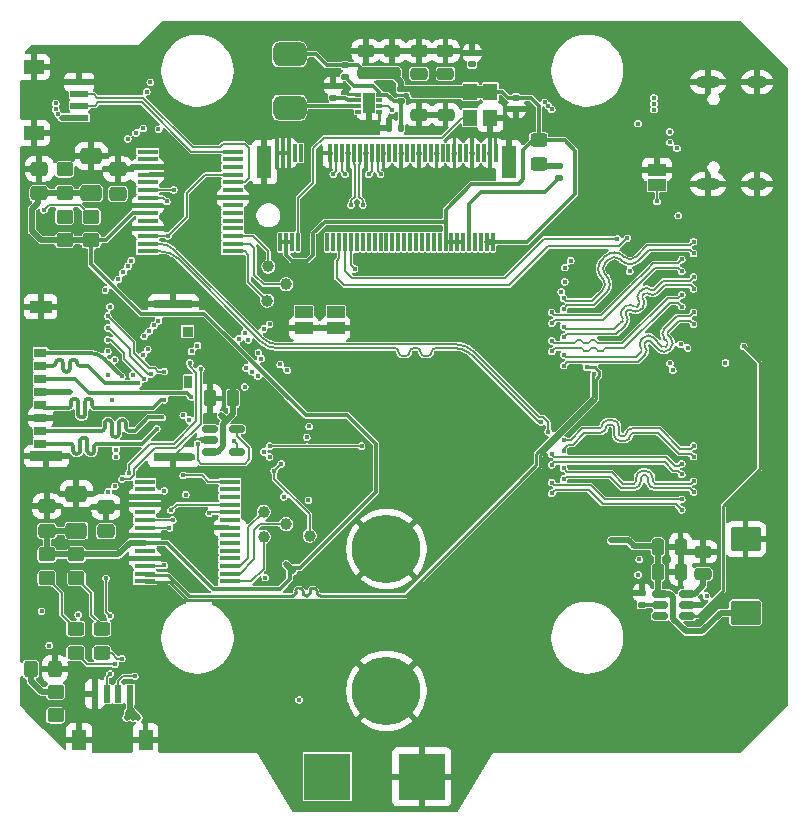
<source format=gbr>
%TF.GenerationSoftware,KiCad,Pcbnew,9.0.0*%
%TF.CreationDate,2025-05-04T18:28:28+01:00*%
%TF.ProjectId,specter,73706563-7465-4722-9e6b-696361645f70,rev?*%
%TF.SameCoordinates,Original*%
%TF.FileFunction,Copper,L4,Bot*%
%TF.FilePolarity,Positive*%
%FSLAX46Y46*%
G04 Gerber Fmt 4.6, Leading zero omitted, Abs format (unit mm)*
G04 Created by KiCad (PCBNEW 9.0.0) date 2025-05-04 18:28:28*
%MOMM*%
%LPD*%
G01*
G04 APERTURE LIST*
G04 Aperture macros list*
%AMRoundRect*
0 Rectangle with rounded corners*
0 $1 Rounding radius*
0 $2 $3 $4 $5 $6 $7 $8 $9 X,Y pos of 4 corners*
0 Add a 4 corners polygon primitive as box body*
4,1,4,$2,$3,$4,$5,$6,$7,$8,$9,$2,$3,0*
0 Add four circle primitives for the rounded corners*
1,1,$1+$1,$2,$3*
1,1,$1+$1,$4,$5*
1,1,$1+$1,$6,$7*
1,1,$1+$1,$8,$9*
0 Add four rect primitives between the rounded corners*
20,1,$1+$1,$2,$3,$4,$5,0*
20,1,$1+$1,$4,$5,$6,$7,0*
20,1,$1+$1,$6,$7,$8,$9,0*
20,1,$1+$1,$8,$9,$2,$3,0*%
G04 Aperture macros list end*
%TA.AperFunction,SMDPad,CuDef*%
%ADD10RoundRect,0.250000X-0.475000X0.337500X-0.475000X-0.337500X0.475000X-0.337500X0.475000X0.337500X0*%
%TD*%
%TA.AperFunction,SMDPad,CuDef*%
%ADD11RoundRect,0.250000X0.650000X-0.412500X0.650000X0.412500X-0.650000X0.412500X-0.650000X-0.412500X0*%
%TD*%
%TA.AperFunction,HeatsinkPad*%
%ADD12O,1.800000X1.000000*%
%TD*%
%TA.AperFunction,HeatsinkPad*%
%ADD13O,2.100000X1.000000*%
%TD*%
%TA.AperFunction,SMDPad,CuDef*%
%ADD14R,1.200000X2.750000*%
%TD*%
%TA.AperFunction,ComponentPad*%
%ADD15C,5.800000*%
%TD*%
%TA.AperFunction,SMDPad,CuDef*%
%ADD16R,0.300000X1.550000*%
%TD*%
%TA.AperFunction,ComponentPad*%
%ADD17R,4.000000X4.000000*%
%TD*%
%TA.AperFunction,SMDPad,CuDef*%
%ADD18RoundRect,0.250000X-0.450000X0.350000X-0.450000X-0.350000X0.450000X-0.350000X0.450000X0.350000X0*%
%TD*%
%TA.AperFunction,SMDPad,CuDef*%
%ADD19C,1.000000*%
%TD*%
%TA.AperFunction,SMDPad,CuDef*%
%ADD20R,1.750000X0.450000*%
%TD*%
%TA.AperFunction,SMDPad,CuDef*%
%ADD21R,1.050000X1.750000*%
%TD*%
%TA.AperFunction,SMDPad,CuDef*%
%ADD22R,0.500000X0.300000*%
%TD*%
%TA.AperFunction,SMDPad,CuDef*%
%ADD23RoundRect,0.250000X-0.475000X0.250000X-0.475000X-0.250000X0.475000X-0.250000X0.475000X0.250000X0*%
%TD*%
%TA.AperFunction,SMDPad,CuDef*%
%ADD24R,1.500000X1.000000*%
%TD*%
%TA.AperFunction,SMDPad,CuDef*%
%ADD25RoundRect,0.135000X0.185000X-0.135000X0.185000X0.135000X-0.185000X0.135000X-0.185000X-0.135000X0*%
%TD*%
%TA.AperFunction,SMDPad,CuDef*%
%ADD26RoundRect,0.250000X-0.250000X-0.475000X0.250000X-0.475000X0.250000X0.475000X-0.250000X0.475000X0*%
%TD*%
%TA.AperFunction,SMDPad,CuDef*%
%ADD27RoundRect,0.250000X0.450000X-0.325000X0.450000X0.325000X-0.450000X0.325000X-0.450000X-0.325000X0*%
%TD*%
%TA.AperFunction,SMDPad,CuDef*%
%ADD28RoundRect,0.140000X-0.170000X0.140000X-0.170000X-0.140000X0.170000X-0.140000X0.170000X0.140000X0*%
%TD*%
%TA.AperFunction,SMDPad,CuDef*%
%ADD29RoundRect,0.250000X0.450000X-0.350000X0.450000X0.350000X-0.450000X0.350000X-0.450000X-0.350000X0*%
%TD*%
%TA.AperFunction,SMDPad,CuDef*%
%ADD30RoundRect,0.250000X0.250000X0.475000X-0.250000X0.475000X-0.250000X-0.475000X0.250000X-0.475000X0*%
%TD*%
%TA.AperFunction,SMDPad,CuDef*%
%ADD31RoundRect,0.250000X1.025000X-0.787500X1.025000X0.787500X-1.025000X0.787500X-1.025000X-0.787500X0*%
%TD*%
%TA.AperFunction,SMDPad,CuDef*%
%ADD32RoundRect,0.135000X-0.185000X0.135000X-0.185000X-0.135000X0.185000X-0.135000X0.185000X0.135000X0*%
%TD*%
%TA.AperFunction,SMDPad,CuDef*%
%ADD33RoundRect,0.150000X0.512500X0.150000X-0.512500X0.150000X-0.512500X-0.150000X0.512500X-0.150000X0*%
%TD*%
%TA.AperFunction,SMDPad,CuDef*%
%ADD34R,1.550000X0.600000*%
%TD*%
%TA.AperFunction,SMDPad,CuDef*%
%ADD35R,1.800000X1.200000*%
%TD*%
%TA.AperFunction,SMDPad,CuDef*%
%ADD36RoundRect,0.250000X0.475000X-0.250000X0.475000X0.250000X-0.475000X0.250000X-0.475000X-0.250000X0*%
%TD*%
%TA.AperFunction,SMDPad,CuDef*%
%ADD37RoundRect,0.150000X-0.512500X-0.150000X0.512500X-0.150000X0.512500X0.150000X-0.512500X0.150000X0*%
%TD*%
%TA.AperFunction,SMDPad,CuDef*%
%ADD38RoundRect,0.250000X0.325000X0.450000X-0.325000X0.450000X-0.325000X-0.450000X0.325000X-0.450000X0*%
%TD*%
%TA.AperFunction,SMDPad,CuDef*%
%ADD39R,0.600000X1.550000*%
%TD*%
%TA.AperFunction,SMDPad,CuDef*%
%ADD40R,1.200000X1.800000*%
%TD*%
%TA.AperFunction,SMDPad,CuDef*%
%ADD41RoundRect,0.140000X0.170000X-0.140000X0.170000X0.140000X-0.170000X0.140000X-0.170000X-0.140000X0*%
%TD*%
%TA.AperFunction,SMDPad,CuDef*%
%ADD42RoundRect,0.500000X0.900000X-0.500000X0.900000X0.500000X-0.900000X0.500000X-0.900000X-0.500000X0*%
%TD*%
%TA.AperFunction,SMDPad,CuDef*%
%ADD43RoundRect,0.135000X0.135000X0.185000X-0.135000X0.185000X-0.135000X-0.185000X0.135000X-0.185000X0*%
%TD*%
%TA.AperFunction,SMDPad,CuDef*%
%ADD44R,1.100000X0.700000*%
%TD*%
%TA.AperFunction,SMDPad,CuDef*%
%ADD45R,0.930000X0.900000*%
%TD*%
%TA.AperFunction,SMDPad,CuDef*%
%ADD46R,0.780000X1.050000*%
%TD*%
%TA.AperFunction,SMDPad,CuDef*%
%ADD47R,3.330000X0.700000*%
%TD*%
%TA.AperFunction,SMDPad,CuDef*%
%ADD48R,1.830000X1.140000*%
%TD*%
%TA.AperFunction,SMDPad,CuDef*%
%ADD49R,2.800000X0.860000*%
%TD*%
%TA.AperFunction,SMDPad,CuDef*%
%ADD50R,1.200000X1.400000*%
%TD*%
%TA.AperFunction,ViaPad*%
%ADD51C,0.450000*%
%TD*%
%TA.AperFunction,ViaPad*%
%ADD52C,0.600000*%
%TD*%
%TA.AperFunction,Conductor*%
%ADD53C,0.500000*%
%TD*%
%TA.AperFunction,Conductor*%
%ADD54C,0.350000*%
%TD*%
%TA.AperFunction,Conductor*%
%ADD55C,0.200000*%
%TD*%
%TA.AperFunction,Conductor*%
%ADD56C,0.300000*%
%TD*%
%TA.AperFunction,Conductor*%
%ADD57C,1.000000*%
%TD*%
%TA.AperFunction,Conductor*%
%ADD58C,0.330000*%
%TD*%
%TA.AperFunction,Conductor*%
%ADD59C,0.220000*%
%TD*%
G04 APERTURE END LIST*
D10*
%TO.P,C4,2*%
%TO.N,/VBUS*%
X102250000Y-111187500D03*
%TO.P,C4,1*%
%TO.N,GND*%
X102250000Y-109112500D03*
%TD*%
D11*
%TO.P,C5,2*%
%TO.N,GND*%
X104750000Y-108037500D03*
%TO.P,C5,1*%
%TO.N,/VBUS*%
X104750000Y-111162500D03*
%TD*%
D10*
%TO.P,C6,2*%
%TO.N,/VBUS*%
X101600000Y-82600000D03*
%TO.P,C6,1*%
%TO.N,GND*%
X101600000Y-80525000D03*
%TD*%
D11*
%TO.P,C7,2*%
%TO.N,GND*%
X106000000Y-79450000D03*
%TO.P,C7,1*%
%TO.N,/VBUS*%
X106000000Y-82575000D03*
%TD*%
D12*
%TO.P,J1,S1,SHIELD*%
%TO.N,GND*%
X162375000Y-73200000D03*
D13*
X158195000Y-73200000D03*
D12*
X162375000Y-81840000D03*
D13*
X158195000Y-81840000D03*
%TD*%
D14*
%TO.P,J3,S2,S2*%
%TO.N,GND*%
X120650000Y-79975000D03*
%TO.P,J3,S1,S1*%
X141350000Y-79975000D03*
D15*
%TO.P,J3,M2,GND2242*%
X131000000Y-124725000D03*
%TO.P,J3,M1,GND2230*%
X131000000Y-112725000D03*
D16*
%TO.P,J3,75,GND*%
X121750000Y-79200000D03*
%TO.P,J3,74,3.3V*%
%TO.N,/M2_3v3*%
X122000000Y-86750000D03*
%TO.P,J3,73,GND*%
%TO.N,GND*%
X122250000Y-79200000D03*
%TO.P,J3,72,3.3V*%
%TO.N,/M2_3v3*%
X122500000Y-86750000D03*
%TO.P,J3,71,GND*%
%TO.N,GND*%
X122750000Y-79200000D03*
%TO.P,J3,70,3.3V*%
%TO.N,/M2_3v3*%
X123000000Y-86750000D03*
%TO.P,J3,69,PEDET*%
%TO.N,unconnected-(J3-PEDET-Pad69)*%
X123250000Y-79200000D03*
%TO.P,J3,68,SUSCLK*%
%TO.N,Net-(J3-SUSCLK)*%
X123500000Y-86750000D03*
%TO.P,J3,67,NC*%
%TO.N,unconnected-(J3-NC-Pad67)*%
X123750000Y-79200000D03*
%TO.P,J3,58,NC*%
%TO.N,unconnected-(J3-NC-Pad58)*%
X126000000Y-86750000D03*
%TO.P,J3,57,GND*%
%TO.N,GND*%
X126250000Y-79200000D03*
%TO.P,J3,56,NC*%
%TO.N,unconnected-(J3-NC-Pad56)*%
X126500000Y-86750000D03*
%TO.P,J3,55,REFCLKp*%
%TO.N,/PCIE_CLK_P*%
X126750000Y-79200000D03*
%TO.P,J3,54,~{PEWAKE}*%
%TO.N,/PCIE_nWAKE*%
X127000000Y-86750000D03*
%TO.P,J3,53,REFCLKn*%
%TO.N,/PCIE_CLK_N*%
X127250000Y-79200000D03*
%TO.P,J3,52,~{CLKREQ}*%
%TO.N,/PCIE_nCLKREQ*%
X127500000Y-86750000D03*
%TO.P,J3,51,GND*%
%TO.N,GND*%
X127750000Y-79200000D03*
%TO.P,J3,50,~{PERST}*%
%TO.N,/PCIE_nRST*%
X128000000Y-86750000D03*
%TO.P,J3,49,PERp0*%
%TO.N,/PCIE_TX_N*%
X128250000Y-79200000D03*
%TO.P,J3,48,NC*%
%TO.N,unconnected-(J3-NC-Pad48)*%
X128500000Y-86750000D03*
%TO.P,J3,47,PERn0*%
%TO.N,/PCIE_TX_P*%
X128750000Y-79200000D03*
%TO.P,J3,46,NC*%
%TO.N,unconnected-(J3-NC-Pad46)*%
X129000000Y-86750000D03*
%TO.P,J3,45,GND*%
%TO.N,GND*%
X129250000Y-79200000D03*
%TO.P,J3,44,NC*%
%TO.N,unconnected-(J3-NC-Pad44)*%
X129500000Y-86750000D03*
%TO.P,J3,43,PETp0*%
%TO.N,/PCIE_RX_N*%
X129750000Y-79200000D03*
%TO.P,J3,42,NC*%
%TO.N,unconnected-(J3-NC-Pad42)*%
X130000000Y-86750000D03*
%TO.P,J3,41,PETn0*%
%TO.N,/PCIE_RX_P*%
X130250000Y-79200000D03*
%TO.P,J3,40,NC*%
%TO.N,unconnected-(J3-NC-Pad40)*%
X130500000Y-86750000D03*
%TO.P,J3,39,GND*%
%TO.N,GND*%
X130750000Y-79200000D03*
%TO.P,J3,38,DEVSLP*%
%TO.N,unconnected-(J3-DEVSLP-Pad38)*%
X131000000Y-86750000D03*
%TO.P,J3,37,PERp1*%
%TO.N,unconnected-(J3-PERp1-Pad37)*%
X131250000Y-79200000D03*
%TO.P,J3,36,NC*%
%TO.N,unconnected-(J3-NC-Pad36)*%
X131500000Y-86750000D03*
%TO.P,J3,35,PERn1*%
%TO.N,unconnected-(J3-PERn1-Pad35)*%
X131750000Y-79200000D03*
%TO.P,J3,34,NC*%
%TO.N,unconnected-(J3-NC-Pad34)*%
X132000000Y-86750000D03*
%TO.P,J3,33,GND*%
%TO.N,GND*%
X132250000Y-79200000D03*
%TO.P,J3,32,NC*%
%TO.N,unconnected-(J3-NC-Pad32)*%
X132500000Y-86750000D03*
%TO.P,J3,31,PETp1*%
%TO.N,unconnected-(J3-PETp1-Pad31)*%
X132750000Y-79200000D03*
%TO.P,J3,30,NC*%
%TO.N,unconnected-(J3-NC-Pad30)*%
X133000000Y-86750000D03*
%TO.P,J3,29,PETn1*%
%TO.N,unconnected-(J3-PETn1-Pad29)*%
X133250000Y-79200000D03*
%TO.P,J3,28,NC*%
%TO.N,unconnected-(J3-NC-Pad28)*%
X133500000Y-86750000D03*
%TO.P,J3,27,GND*%
%TO.N,GND*%
X133750000Y-79200000D03*
%TO.P,J3,26,NC*%
%TO.N,unconnected-(J3-NC-Pad26)*%
X134000000Y-86750000D03*
%TO.P,J3,25,PERp2*%
%TO.N,unconnected-(J3-PERp2-Pad25)*%
X134250000Y-79200000D03*
%TO.P,J3,24,NC*%
%TO.N,unconnected-(J3-NC-Pad24)*%
X134500000Y-86750000D03*
%TO.P,J3,23,PERn2*%
%TO.N,unconnected-(J3-PERn2-Pad23)*%
X134750000Y-79200000D03*
%TO.P,J3,22,NC*%
%TO.N,unconnected-(J3-NC-Pad22)*%
X135000000Y-86750000D03*
%TO.P,J3,21,GND*%
%TO.N,GND*%
X135250000Y-79200000D03*
%TO.P,J3,20,NC*%
%TO.N,unconnected-(J3-NC-Pad20)*%
X135500000Y-86750000D03*
%TO.P,J3,19,PETp2*%
%TO.N,unconnected-(J3-PETp2-Pad19)*%
X135750000Y-79200000D03*
%TO.P,J3,18,3.3V*%
%TO.N,/M2_3v3*%
X136000000Y-86750000D03*
%TO.P,J3,17,PETn2*%
%TO.N,unconnected-(J3-PETn2-Pad17)*%
X136250000Y-79200000D03*
%TO.P,J3,16,3.3V*%
%TO.N,/M2_3v3*%
X136500000Y-86750000D03*
%TO.P,J3,15,GND*%
%TO.N,GND*%
X136750000Y-79200000D03*
%TO.P,J3,14,3.3V*%
%TO.N,/M2_3v3*%
X137000000Y-86750000D03*
%TO.P,J3,13,PERp3*%
%TO.N,unconnected-(J3-PERp3-Pad13)*%
X137250000Y-79200000D03*
%TO.P,J3,12,3.3V*%
%TO.N,/M2_3v3*%
X137500000Y-86750000D03*
%TO.P,J3,11,PERn3*%
%TO.N,unconnected-(J3-PERn3-Pad11)*%
X137750000Y-79200000D03*
%TO.P,J3,10,DAS/~{DSS}/~{LED1}*%
%TO.N,Net-(J3-DAS{slash}~{DSS}{slash}~{LED1})*%
X138000000Y-86750000D03*
%TO.P,J3,9,GND*%
%TO.N,GND*%
X138250000Y-79200000D03*
%TO.P,J3,8,NC*%
%TO.N,unconnected-(J3-NC-Pad8)*%
X138500000Y-86750000D03*
%TO.P,J3,7,PETp3*%
%TO.N,unconnected-(J3-PETp3-Pad7)*%
X138750000Y-79200000D03*
%TO.P,J3,6,NC*%
%TO.N,unconnected-(J3-NC-Pad6)*%
X139000000Y-86750000D03*
%TO.P,J3,5,PETn3*%
%TO.N,unconnected-(J3-PETn3-Pad5)*%
X139250000Y-79200000D03*
%TO.P,J3,4,3.3V*%
%TO.N,/M2_3v3*%
X139500000Y-86750000D03*
%TO.P,J3,3,GND*%
%TO.N,GND*%
X139750000Y-79200000D03*
%TO.P,J3,2,3.3V*%
%TO.N,/M2_3v3*%
X140000000Y-86750000D03*
%TO.P,J3,1,GND*%
%TO.N,GND*%
X140250000Y-79200000D03*
%TD*%
D17*
%TO.P,J8,1,Pin_1*%
%TO.N,GND*%
X134000000Y-132000000D03*
%TD*%
%TO.P,J23,1,Pin_1*%
%TO.N,/+5v*%
X126000000Y-132000000D03*
%TD*%
D18*
%TO.P,R5,2*%
%TO.N,/VBUS*%
X103000000Y-126800000D03*
%TO.P,R5,1*%
%TO.N,Net-(D3-A)*%
X103000000Y-124800000D03*
%TD*%
%TO.P,R7,2*%
%TO.N,/VBUS*%
X103750000Y-82575000D03*
%TO.P,R7,1*%
%TO.N,Net-(D4-A)*%
X103750000Y-80575000D03*
%TD*%
D19*
%TO.P,TP1,1,1*%
%TO.N,Net-(U1-CBUS2)*%
X122500000Y-110600000D03*
%TD*%
%TO.P,TP2,1,1*%
%TO.N,Net-(U1-CBUS3)*%
X120600000Y-111700000D03*
%TD*%
%TO.P,TP3,1,1*%
%TO.N,Net-(U1-CBUS4)*%
X120600000Y-109600000D03*
%TD*%
%TO.P,TP4,1,1*%
%TO.N,Net-(U2-CBUS2)*%
X122500000Y-90300000D03*
%TD*%
%TO.P,TP5,1,1*%
%TO.N,Net-(U2-CBUS3)*%
X120900000Y-91700000D03*
%TD*%
%TO.P,TP6,1,1*%
%TO.N,Net-(U2-CBUS4)*%
X121000000Y-88800000D03*
%TD*%
D20*
%TO.P,U1,28,OSCO*%
%TO.N,unconnected-(U1-OSCO-Pad28)*%
X110550000Y-107025000D03*
%TO.P,U1,27,OSCI*%
%TO.N,unconnected-(U1-OSCI-Pad27)*%
X110550000Y-107675000D03*
%TO.P,U1,26,TEST*%
%TO.N,GND*%
X110550000Y-108325000D03*
%TO.P,U1,25,AGND*%
X110550000Y-108975000D03*
%TO.P,U1,24*%
%TO.N,N/C*%
X110550000Y-109625000D03*
%TO.P,U1,23,CBUS0*%
%TO.N,/TXL1*%
X110550000Y-110275000D03*
%TO.P,U1,22,CBUS1*%
%TO.N,/RXL1*%
X110550000Y-110925000D03*
%TO.P,U1,21,GND*%
%TO.N,GND*%
X110550000Y-111575000D03*
%TO.P,U1,20,VCC*%
%TO.N,/VBUS*%
X110550000Y-112225000D03*
%TO.P,U1,19,~{RESET}*%
%TO.N,unconnected-(U1-~{RESET}-Pad19)*%
X110550000Y-112875000D03*
%TO.P,U1,18,GND*%
%TO.N,GND*%
X110550000Y-113525000D03*
%TO.P,U1,17,3V3OUT*%
%TO.N,Net-(U1-3V3OUT)*%
X110550000Y-114175000D03*
%TO.P,U1,16,USBD-*%
%TO.N,/USB3-0-D_N*%
X110550000Y-114825000D03*
%TO.P,U1,15,USBD+*%
%TO.N,/USB3-0-D_P*%
X110550000Y-115475000D03*
%TO.P,U1,14,CBUS3*%
%TO.N,Net-(U1-CBUS3)*%
X117750000Y-115475000D03*
%TO.P,U1,13,CBUS2*%
%TO.N,Net-(U1-CBUS2)*%
X117750000Y-114825000D03*
%TO.P,U1,12,CBUS4*%
%TO.N,Net-(U1-CBUS4)*%
X117750000Y-114175000D03*
%TO.P,U1,11,CTS*%
%TO.N,unconnected-(U1-CTS-Pad11)*%
X117750000Y-113525000D03*
%TO.P,U1,10,DCD*%
%TO.N,unconnected-(U1-DCD-Pad10)*%
X117750000Y-112875000D03*
%TO.P,U1,9,DCR*%
%TO.N,unconnected-(U1-DCR-Pad9)*%
X117750000Y-112225000D03*
%TO.P,U1,8*%
%TO.N,N/C*%
X117750000Y-111575000D03*
%TO.P,U1,7,GND*%
%TO.N,GND*%
X117750000Y-110925000D03*
%TO.P,U1,6,RI*%
%TO.N,unconnected-(U1-RI-Pad6)*%
X117750000Y-110275000D03*
%TO.P,U1,5,RXD*%
%TO.N,/RX_TELEM*%
X117750000Y-109625000D03*
%TO.P,U1,4,VCCIO*%
%TO.N,Net-(U1-3V3OUT)*%
X117750000Y-108975000D03*
%TO.P,U1,3,RTS*%
%TO.N,unconnected-(U1-RTS-Pad3)*%
X117750000Y-108325000D03*
%TO.P,U1,2,DTR*%
%TO.N,unconnected-(U1-DTR-Pad2)*%
X117750000Y-107675000D03*
%TO.P,U1,1,TXD*%
%TO.N,/TX_TELEM*%
X117750000Y-107025000D03*
%TD*%
%TO.P,U2,28,OSCO*%
%TO.N,unconnected-(U2-OSCO-Pad28)*%
X110800000Y-79075000D03*
%TO.P,U2,27,OSCI*%
%TO.N,unconnected-(U2-OSCI-Pad27)*%
X110800000Y-79725000D03*
%TO.P,U2,26,TEST*%
%TO.N,GND*%
X110800000Y-80375000D03*
%TO.P,U2,25,AGND*%
X110800000Y-81025000D03*
%TO.P,U2,24*%
%TO.N,N/C*%
X110800000Y-81675000D03*
%TO.P,U2,23,CBUS0*%
%TO.N,/TXL2*%
X110800000Y-82325000D03*
%TO.P,U2,22,CBUS1*%
%TO.N,/RXL2*%
X110800000Y-82975000D03*
%TO.P,U2,21,GND*%
%TO.N,GND*%
X110800000Y-83625000D03*
%TO.P,U2,20,VCC*%
%TO.N,/VBUS*%
X110800000Y-84275000D03*
%TO.P,U2,19,~{RESET}*%
%TO.N,unconnected-(U2-~{RESET}-Pad19)*%
X110800000Y-84925000D03*
%TO.P,U2,18,GND*%
%TO.N,GND*%
X110800000Y-85575000D03*
%TO.P,U2,17,3V3OUT*%
%TO.N,Net-(U2-3V3OUT)*%
X110800000Y-86225000D03*
%TO.P,U2,16,USBD-*%
%TO.N,/USB3-1-D_N*%
X110800000Y-86875000D03*
%TO.P,U2,15,USBD+*%
%TO.N,/USB3-1-D_P*%
X110800000Y-87525000D03*
%TO.P,U2,14,CBUS3*%
%TO.N,Net-(U2-CBUS3)*%
X118000000Y-87525000D03*
%TO.P,U2,13,CBUS2*%
%TO.N,Net-(U2-CBUS2)*%
X118000000Y-86875000D03*
%TO.P,U2,12,CBUS4*%
%TO.N,Net-(U2-CBUS4)*%
X118000000Y-86225000D03*
%TO.P,U2,11,CTS*%
%TO.N,unconnected-(U2-CTS-Pad11)*%
X118000000Y-85575000D03*
%TO.P,U2,10,DCD*%
%TO.N,unconnected-(U2-DCD-Pad10)*%
X118000000Y-84925000D03*
%TO.P,U2,9,DCR*%
%TO.N,unconnected-(U2-DCR-Pad9)*%
X118000000Y-84275000D03*
%TO.P,U2,8*%
%TO.N,N/C*%
X118000000Y-83625000D03*
%TO.P,U2,7,GND*%
%TO.N,GND*%
X118000000Y-82975000D03*
%TO.P,U2,6,RI*%
%TO.N,unconnected-(U2-RI-Pad6)*%
X118000000Y-82325000D03*
%TO.P,U2,5,RXD*%
%TO.N,/RX_CRSF*%
X118000000Y-81675000D03*
%TO.P,U2,4,VCCIO*%
%TO.N,Net-(U2-3V3OUT)*%
X118000000Y-81025000D03*
%TO.P,U2,3,RTS*%
%TO.N,unconnected-(U2-RTS-Pad3)*%
X118000000Y-80375000D03*
%TO.P,U2,2,DTR*%
%TO.N,unconnected-(U2-DTR-Pad2)*%
X118000000Y-79725000D03*
%TO.P,U2,1,TXD*%
%TO.N,/TX_CRSF*%
X118000000Y-79075000D03*
%TD*%
D21*
%TO.P,U9,9,PAD*%
%TO.N,GND*%
X129500000Y-75000000D03*
D22*
%TO.P,U9,8,SGND*%
X128600000Y-74250000D03*
%TO.P,U9,7,EN*%
%TO.N,/PCIE_PWR_EN*%
X128600000Y-74750000D03*
%TO.P,U9,6,LX*%
%TO.N,Net-(U9-LX)*%
X128600000Y-75250000D03*
%TO.P,U9,5,nc*%
%TO.N,unconnected-(U9-nc-Pad5)*%
X128600000Y-75750000D03*
%TO.P,U9,4,PGND*%
%TO.N,GND*%
X130400000Y-75750000D03*
%TO.P,U9,3,VIN*%
%TO.N,/+5v*%
X130400000Y-75250000D03*
%TO.P,U9,2,PG*%
%TO.N,unconnected-(U9-PG-Pad2)*%
X130400000Y-74750000D03*
%TO.P,U9,1,FB*%
%TO.N,/FB*%
X130400000Y-74250000D03*
%TD*%
D23*
%TO.P,C22,1*%
%TO.N,/M2_3v3*%
X136000000Y-74050000D03*
%TO.P,C22,2*%
%TO.N,GND*%
X136000000Y-75950000D03*
%TD*%
D24*
%TO.P,JP3,1,A*%
%TO.N,GND*%
X126700000Y-94000000D03*
%TO.P,JP3,2,B*%
%TO.N,/SYNC_OUT*%
X126700000Y-92700000D03*
%TD*%
D25*
%TO.P,R18,1*%
%TO.N,Net-(U8-ILIM)*%
X152650000Y-117460000D03*
%TO.P,R18,2*%
%TO.N,GND*%
X152650000Y-116440000D03*
%TD*%
D26*
%TO.P,C13,1*%
%TO.N,/VBUS*%
X154000000Y-112550000D03*
%TO.P,C13,2*%
%TO.N,GND*%
X155900000Y-112550000D03*
%TD*%
D27*
%TO.P,D1,1,K*%
%TO.N,/TXL1*%
X104700000Y-121525000D03*
%TO.P,D1,2,A*%
%TO.N,Net-(D1-A)*%
X104700000Y-119475000D03*
%TD*%
D24*
%TO.P,JP2,1,A*%
%TO.N,GND*%
X124000000Y-94000000D03*
%TO.P,JP2,2,B*%
%TO.N,/EEPROM-nWP*%
X124000000Y-92700000D03*
%TD*%
D23*
%TO.P,C21,1*%
%TO.N,/M2_3v3*%
X133750000Y-74050000D03*
%TO.P,C21,2*%
%TO.N,GND*%
X133750000Y-75950000D03*
%TD*%
D28*
%TO.P,C23,1*%
%TO.N,/M2_3v3*%
X142000000Y-74520000D03*
%TO.P,C23,2*%
%TO.N,GND*%
X142000000Y-75480000D03*
%TD*%
D29*
%TO.P,R9,1*%
%TO.N,/VBUS*%
X106000000Y-86575000D03*
%TO.P,R9,2*%
%TO.N,Net-(D6-A)*%
X106000000Y-84575000D03*
%TD*%
D30*
%TO.P,C8,1*%
%TO.N,/SD_PWR*%
X117975000Y-99980000D03*
%TO.P,C8,2*%
%TO.N,GND*%
X116075000Y-99980000D03*
%TD*%
D28*
%TO.P,C18,1*%
%TO.N,/M2_3v3*%
X127500000Y-71770000D03*
%TO.P,C18,2*%
%TO.N,/FB*%
X127500000Y-72730000D03*
%TD*%
D31*
%TO.P,C14,1*%
%TO.N,/VBUS*%
X161400000Y-118112500D03*
%TO.P,C14,2*%
%TO.N,GND*%
X161400000Y-111887500D03*
%TD*%
D27*
%TO.P,D2,1,K*%
%TO.N,/RXL1*%
X106900000Y-121525000D03*
%TO.P,D2,2,A*%
%TO.N,Net-(D2-A)*%
X106900000Y-119475000D03*
%TD*%
D32*
%TO.P,R21,1*%
%TO.N,/M2_3v3*%
X132200000Y-73800000D03*
%TO.P,R21,2*%
%TO.N,/FB*%
X132200000Y-74820000D03*
%TD*%
D26*
%TO.P,C12,1*%
%TO.N,/VBUS*%
X154000000Y-114650000D03*
%TO.P,C12,2*%
%TO.N,GND*%
X155900000Y-114650000D03*
%TD*%
D18*
%TO.P,R3,1*%
%TO.N,/VBUS*%
X104750000Y-113187500D03*
%TO.P,R3,2*%
%TO.N,Net-(D2-A)*%
X104750000Y-115187500D03*
%TD*%
D33*
%TO.P,U8,1,IN*%
%TO.N,/+5v*%
X156437500Y-116500000D03*
%TO.P,U8,2,GND*%
%TO.N,GND*%
X156437500Y-117450000D03*
%TO.P,U8,3,EN*%
%TO.N,/VBUS_EN*%
X156437500Y-118400000D03*
%TO.P,U8,4,nFault*%
%TO.N,unconnected-(U8-nFault-Pad4)*%
X154162500Y-118400000D03*
%TO.P,U8,5,ILIM*%
%TO.N,Net-(U8-ILIM)*%
X154162500Y-117450000D03*
%TO.P,U8,6,OUT*%
%TO.N,/VBUS*%
X154162500Y-116500000D03*
%TD*%
D34*
%TO.P,J25,1,1*%
%TO.N,/+5v*%
X105000000Y-76200000D03*
%TO.P,J25,2,2*%
%TO.N,/TX_CRSF*%
X105000000Y-75200000D03*
%TO.P,J25,3,3*%
%TO.N,/RX_CRSF*%
X105000000Y-74200000D03*
%TO.P,J25,4,4*%
%TO.N,GND*%
X105000000Y-73200000D03*
D35*
%TO.P,J25,S1,SHIELD*%
X101125000Y-77500000D03*
%TO.P,J25,S2,SHIELD*%
X101125000Y-71900000D03*
%TD*%
D10*
%TO.P,C3,1*%
%TO.N,GND*%
X107250000Y-109150000D03*
%TO.P,C3,2*%
%TO.N,Net-(U1-3V3OUT)*%
X107250000Y-111225000D03*
%TD*%
D36*
%TO.P,C11,1*%
%TO.N,/+5v*%
X157800000Y-114850000D03*
%TO.P,C11,2*%
%TO.N,GND*%
X157800000Y-112950000D03*
%TD*%
D37*
%TO.P,U3,1,OUT*%
%TO.N,/SD_PWR*%
X116050000Y-104480000D03*
%TO.P,U3,2,GND*%
%TO.N,GND*%
X116050000Y-103530000D03*
%TO.P,U3,3,nFLG*%
%TO.N,unconnected-(U3-nFLG-Pad3)*%
X116050000Y-102580000D03*
%TO.P,U3,4,EN*%
%TO.N,/SD_PWR_ON*%
X118325000Y-102580000D03*
%TO.P,U3,5,IN*%
%TO.N,/+3.3v*%
X118325000Y-104480000D03*
%TD*%
D10*
%TO.P,C9,1*%
%TO.N,GND*%
X108250000Y-80575000D03*
%TO.P,C9,2*%
%TO.N,Net-(U2-3V3OUT)*%
X108250000Y-82650000D03*
%TD*%
D38*
%TO.P,D3,1,K*%
%TO.N,GND*%
X102925000Y-122900000D03*
%TO.P,D3,2,A*%
%TO.N,Net-(D3-A)*%
X100875000Y-122900000D03*
%TD*%
D36*
%TO.P,C19,1*%
%TO.N,/M2_3v3*%
X131500000Y-72450000D03*
%TO.P,C19,2*%
%TO.N,GND*%
X131500000Y-70550000D03*
%TD*%
D39*
%TO.P,J24,1,1*%
%TO.N,/+5v*%
X109300000Y-125000000D03*
%TO.P,J24,2,2*%
%TO.N,/TX_TELEM*%
X108300000Y-125000000D03*
%TO.P,J24,3,3*%
%TO.N,/RX_TELEM*%
X107300000Y-125000000D03*
%TO.P,J24,4,4*%
%TO.N,GND*%
X106300000Y-125000000D03*
D40*
%TO.P,J24,S1,SHIELD*%
X110600000Y-128875000D03*
%TO.P,J24,S2,SHIELD*%
X105000000Y-128875000D03*
%TD*%
D36*
%TO.P,C15,1*%
%TO.N,/+5v*%
X133754721Y-72486115D03*
%TO.P,C15,2*%
%TO.N,GND*%
X133754721Y-70586115D03*
%TD*%
D41*
%TO.P,C17,1*%
%TO.N,/+5v*%
X138250000Y-71680000D03*
%TO.P,C17,2*%
%TO.N,GND*%
X138250000Y-70720000D03*
%TD*%
D32*
%TO.P,R23,1*%
%TO.N,Net-(D9-K)*%
X145600000Y-80290000D03*
%TO.P,R23,2*%
%TO.N,Net-(J3-DAS{slash}~{DSS}{slash}~{LED1})*%
X145600000Y-81310000D03*
%TD*%
D24*
%TO.P,JP4,1,A*%
%TO.N,GND*%
X153900000Y-80600000D03*
%TO.P,JP4,2,B*%
%TO.N,/USBOTG*%
X153900000Y-81900000D03*
%TD*%
D42*
%TO.P,L1,1*%
%TO.N,Net-(U9-LX)*%
X122800000Y-75350000D03*
%TO.P,L1,2*%
%TO.N,/M2_3v3*%
X122800000Y-70850000D03*
%TD*%
D27*
%TO.P,D9,1,K*%
%TO.N,Net-(D9-K)*%
X143900000Y-80125000D03*
%TO.P,D9,2,A*%
%TO.N,/M2_3v3*%
X143900000Y-78075000D03*
%TD*%
D43*
%TO.P,R22,1*%
%TO.N,/FB*%
X132210000Y-77100000D03*
%TO.P,R22,2*%
%TO.N,GND*%
X131190000Y-77100000D03*
%TD*%
D44*
%TO.P,J2,1,DAT2*%
%TO.N,/SD_DAT2*%
X101700000Y-96100000D03*
%TO.P,J2,2,DAT3/CD*%
%TO.N,/SD_DAT3*%
X101700000Y-97200000D03*
%TO.P,J2,3,CMD*%
%TO.N,/SD_CMD*%
X101700000Y-98300000D03*
%TO.P,J2,4,VDD*%
%TO.N,/SD_PWR*%
X101700000Y-99400000D03*
%TO.P,J2,5,CLK*%
%TO.N,/SD_CLK*%
X101700000Y-100500000D03*
%TO.P,J2,6,VSS*%
%TO.N,GND*%
X101700000Y-101600000D03*
%TO.P,J2,7,DAT0*%
%TO.N,/SD_DAT0*%
X101700000Y-102700000D03*
%TO.P,J2,8,DAT1*%
%TO.N,/SD_DAT1*%
X101700000Y-103800000D03*
D45*
%TO.P,J2,9,DET_B*%
%TO.N,unconnected-(J2-DET_B-Pad9)*%
X114165000Y-94310000D03*
D46*
%TO.P,J2,10,DET_A*%
%TO.N,unconnected-(J2-DET_A-Pad10)*%
X114240000Y-98575000D03*
D47*
%TO.P,J2,11,SHIELD*%
%TO.N,GND*%
X112965000Y-92000000D03*
D48*
X101715000Y-92220000D03*
D49*
X102200000Y-104880000D03*
D47*
X112965000Y-104960000D03*
%TD*%
D29*
%TO.P,R2,1*%
%TO.N,Net-(D1-A)*%
X102250000Y-115187500D03*
%TO.P,R2,2*%
%TO.N,/VBUS*%
X102250000Y-113187500D03*
%TD*%
D50*
%TO.P,U10,1,EN*%
%TO.N,/M2_3v3*%
X139800000Y-74000000D03*
%TO.P,U10,2,GND*%
%TO.N,GND*%
X139800000Y-76200000D03*
%TO.P,U10,3,Out*%
%TO.N,Net-(J3-SUSCLK)*%
X138100000Y-76200000D03*
%TO.P,U10,4,VDD*%
%TO.N,/M2_3v3*%
X138100000Y-74000000D03*
%TD*%
D36*
%TO.P,C20,1*%
%TO.N,/M2_3v3*%
X129260000Y-72450000D03*
%TO.P,C20,2*%
%TO.N,GND*%
X129260000Y-70550000D03*
%TD*%
D18*
%TO.P,R8,1*%
%TO.N,Net-(D5-A)*%
X103750000Y-84575000D03*
%TO.P,R8,2*%
%TO.N,/VBUS*%
X103750000Y-86575000D03*
%TD*%
D36*
%TO.P,C16,1*%
%TO.N,/+5v*%
X135998395Y-72482660D03*
%TO.P,C16,2*%
%TO.N,GND*%
X135998395Y-70582660D03*
%TD*%
D19*
%TO.P,TP33,1,1*%
%TO.N,/+3.3v*%
X124500000Y-111600000D03*
%TD*%
D25*
%TO.P,R20,1*%
%TO.N,/PCIE_PWR_EN*%
X126500000Y-74510000D03*
%TO.P,R20,2*%
%TO.N,GND*%
X126500000Y-73490000D03*
%TD*%
D51*
%TO.N,/+3.3v*%
X102450000Y-120900000D03*
%TO.N,/VBUS*%
X104750000Y-111162500D03*
X103000000Y-126800000D03*
X107250000Y-115187500D03*
X107600000Y-118400000D03*
%TO.N,GND*%
X159000000Y-70500000D03*
X161500000Y-108000000D03*
X140500000Y-120500000D03*
X159000000Y-69500000D03*
X140000000Y-121500000D03*
X119200000Y-117700000D03*
X133700000Y-77300000D03*
X158500000Y-70000000D03*
X162000000Y-109500000D03*
X162000000Y-108000000D03*
X140500000Y-120000000D03*
X161500000Y-108500000D03*
X106000000Y-105500000D03*
X140500000Y-121500000D03*
X141000000Y-121000000D03*
X120700000Y-117700000D03*
X158000000Y-70500000D03*
X162000000Y-109000000D03*
X123600000Y-126800000D03*
X157500000Y-70500000D03*
X140500000Y-121000000D03*
X111700000Y-99000000D03*
X158000000Y-69500000D03*
X158500000Y-70500000D03*
X110200000Y-124800000D03*
X113100000Y-125250000D03*
X137600000Y-77500000D03*
X119200000Y-119200000D03*
X162500000Y-108000000D03*
X120200000Y-118700000D03*
X162000000Y-108500000D03*
X161500000Y-109000000D03*
X119200000Y-118700000D03*
X135200000Y-77300000D03*
X158500000Y-69500000D03*
X162500000Y-109500000D03*
X119300000Y-125250000D03*
X163000000Y-108500000D03*
X161500000Y-109500000D03*
X119200000Y-118200000D03*
X157500000Y-71000000D03*
X134700000Y-77300000D03*
X141500000Y-120000000D03*
X140000000Y-121000000D03*
X162500000Y-109000000D03*
X157500000Y-69500000D03*
X159000000Y-71000000D03*
X119700000Y-117700000D03*
X140000000Y-120500000D03*
X157500000Y-70000000D03*
X158500000Y-71000000D03*
X156437500Y-117450000D03*
X137100000Y-77500000D03*
X115100000Y-92000000D03*
X141000000Y-121500000D03*
X134200000Y-77300000D03*
X119700000Y-118200000D03*
X140000000Y-120000000D03*
X138600000Y-77500000D03*
X158000000Y-71000000D03*
X127750000Y-79200000D03*
X119700000Y-118700000D03*
X119700000Y-119200000D03*
X129250000Y-79200000D03*
X141500000Y-121000000D03*
X163000000Y-109000000D03*
X163000000Y-109500000D03*
X163000000Y-108000000D03*
X133200000Y-77300000D03*
X120200000Y-118200000D03*
X114900000Y-96500000D03*
X141500000Y-120500000D03*
X141000000Y-120000000D03*
X138100000Y-77500000D03*
X141500000Y-121500000D03*
X120700000Y-118200000D03*
X158000000Y-70000000D03*
X120200000Y-117700000D03*
X120700000Y-118700000D03*
X109700000Y-122400000D03*
X120700000Y-119200000D03*
X120200000Y-119200000D03*
X141000000Y-120500000D03*
X111200000Y-99000000D03*
X162500000Y-108500000D03*
X159000000Y-70000000D03*
%TO.N,/+5v*%
X103000000Y-75500000D03*
X153650000Y-75520000D03*
X109500000Y-127000000D03*
X109000000Y-127000000D03*
X103000000Y-75000000D03*
X144700000Y-75200000D03*
X103500000Y-76200000D03*
X135998395Y-72482660D03*
X103200000Y-75900000D03*
X155700000Y-84500000D03*
X133754721Y-72486115D03*
X138250000Y-71680000D03*
X131450000Y-75550000D03*
D52*
X157800000Y-114900000D03*
D51*
X153650000Y-74520000D03*
X110000000Y-127000000D03*
X153650000Y-75020000D03*
X145000000Y-75500000D03*
X144400000Y-74900000D03*
X107800000Y-100100000D03*
%TO.N,Net-(U1-3V3OUT)*%
X107250000Y-111225000D03*
X112200000Y-114100000D03*
X112750000Y-109450000D03*
%TO.N,/SD_PWR*%
X117000000Y-101400000D03*
X104200000Y-99400000D03*
X103600000Y-99400000D03*
%TO.N,Net-(U2-3V3OUT)*%
X108250000Y-82650000D03*
X112500000Y-86200000D03*
%TO.N,/VBUS*%
X151000000Y-112000000D03*
X123100000Y-114600000D03*
X122800000Y-114300000D03*
X122500000Y-114000000D03*
X150500000Y-112000000D03*
X150000000Y-112000000D03*
%TO.N,/TXL1*%
X112900000Y-110275000D03*
X108000000Y-122500000D03*
%TO.N,/RXL1*%
X108599479Y-122000000D03*
X112625000Y-110925000D03*
%TO.N,Net-(D4-A)*%
X103750000Y-80575000D03*
%TO.N,Net-(D5-A)*%
X103750000Y-84575000D03*
%TO.N,/TXL2*%
X113000000Y-82300000D03*
%TO.N,Net-(D6-A)*%
X102000000Y-84000000D03*
%TO.N,/RXL2*%
X112400000Y-83300000D03*
%TO.N,/+3.3v*%
X124500000Y-111600000D03*
X121500000Y-106100000D03*
X152400000Y-113600000D03*
X118100000Y-103600000D03*
X122100000Y-105500000D03*
X158100000Y-116700000D03*
X124400000Y-108600000D03*
X159700000Y-96950000D03*
%TO.N,/SD_DAT3*%
X110000000Y-98700000D03*
%TO.N,/SD_DAT2*%
X108600000Y-98100000D03*
%TO.N,/SD_DAT0*%
X111995734Y-101589336D03*
%TO.N,/SD_CLK*%
X112200000Y-100100000D03*
%TO.N,/SD_CMD*%
X114454848Y-99845152D03*
%TO.N,/SD_DAT1*%
X111550000Y-102550000D03*
%TO.N,/PCIE_CLK_P*%
X126500000Y-81000000D03*
%TO.N,/PCIE_RX_P*%
X130500000Y-81000000D03*
%TO.N,/PCIE_nRST*%
X128300000Y-89000000D03*
%TO.N,/PCIE_nCLKREQ*%
X150550000Y-86450000D03*
%TO.N,/PCIE_RX_N*%
X129500000Y-81000000D03*
%TO.N,/PCIE_TX_N*%
X128000000Y-83600000D03*
%TO.N,/PCIE_CLK_N*%
X127500000Y-81000000D03*
%TO.N,/PCIE_TX_P*%
X129000000Y-83600000D03*
%TO.N,/PCIE_nWAKE*%
X151400000Y-86400000D03*
%TO.N,/CAM_GPIO1*%
X156500000Y-95700000D03*
X122300000Y-108300000D03*
%TO.N,/DPHY0_D0_P*%
X157000000Y-87700000D03*
X146000000Y-92400000D03*
%TO.N,/DPHY0_D2_P*%
X156000000Y-92200000D03*
X145000000Y-96000000D03*
%TO.N,/CAM_GPIO0*%
X155900000Y-95400000D03*
X114013021Y-108111979D03*
%TO.N,/SCL0*%
X120600000Y-104500000D03*
X155000000Y-97000000D03*
%TO.N,/DPHY_C_P*%
X146000000Y-94800000D03*
X157000000Y-90700000D03*
%TO.N,/DPHY_C_N*%
X146000000Y-93900000D03*
X157000000Y-89700000D03*
%TO.N,/DPHY0_D3_P*%
X157000000Y-93700000D03*
X146000000Y-97200000D03*
%TO.N,/DPHY0_D2_N*%
X145000000Y-95100000D03*
X156000000Y-91200000D03*
%TO.N,/DPHY0_D1_P*%
X156000000Y-89200000D03*
X145000000Y-93600000D03*
%TO.N,/DPHY0_D3_N*%
X146000000Y-96300000D03*
X157000000Y-92700000D03*
%TO.N,/DPHY0_D1_N*%
X156000000Y-88200000D03*
X145000000Y-92700000D03*
%TO.N,/DPHY0_D0_N*%
X146000000Y-91500000D03*
X157000000Y-86700000D03*
%TO.N,/DPHY1_C_N*%
X146000000Y-105900000D03*
X157000000Y-107000000D03*
%TO.N,/DPHY1_C_P*%
X146000000Y-106800000D03*
X157000000Y-107900000D03*
%TO.N,/DPHY1_D2_P*%
X145000000Y-108000000D03*
X156000000Y-109400000D03*
%TO.N,/DPHY1_D0_N*%
X146000000Y-103500000D03*
X157000000Y-104000000D03*
%TO.N,/DPHY1_D1_N*%
X156000000Y-105500000D03*
X145000000Y-104700000D03*
%TO.N,/DPHY1_D1_P*%
X145000000Y-105600000D03*
X156000000Y-106400000D03*
%TO.N,/DPHY1_D2_N*%
X156000000Y-108500000D03*
X145000000Y-107100000D03*
%TO.N,/GPIO14*%
X113800000Y-101400000D03*
X108100000Y-104300000D03*
%TO.N,/GPIO15*%
X114300000Y-101800000D03*
X108100000Y-104900000D03*
%TO.N,/SDA0*%
X155250000Y-97600000D03*
X121100000Y-104925000D03*
%TO.N,/RX_TELEM*%
X116000000Y-109700000D03*
X107600000Y-123300000D03*
%TO.N,/TX_TELEM*%
X113800000Y-106500000D03*
X109700000Y-123500000D03*
%TO.N,/GPIO9*%
X108000000Y-107400000D03*
X122600000Y-97600000D03*
%TO.N,/GPIO10*%
X115280132Y-97475000D03*
X108600000Y-106800000D03*
%TO.N,/CE0*%
X109200000Y-106300000D03*
X114350000Y-96950000D03*
%TO.N,/GPIO11*%
X107400000Y-107900000D03*
X122000000Y-97100000D03*
%TO.N,/GPIO4*%
X109100000Y-78000000D03*
X119000000Y-99000000D03*
%TO.N,/GPIO7*%
X110800000Y-95800000D03*
X107200000Y-90800000D03*
%TO.N,/GPIO6*%
X110400000Y-77100000D03*
X118500000Y-94911251D03*
%TO.N,/GPIO13*%
X111700000Y-77200000D03*
X118992408Y-94407592D03*
%TO.N,/GPIO12*%
X108300000Y-89900000D03*
X110500000Y-94700000D03*
%TO.N,/GPIO5*%
X119300000Y-95000000D03*
X109800000Y-77500000D03*
%TO.N,/GPIO21*%
X109400000Y-88300000D03*
X111700000Y-93400000D03*
%TO.N,/GPIO16*%
X108700000Y-89300000D03*
X110900000Y-94300000D03*
%TO.N,/GPIO20*%
X109100000Y-88800000D03*
X111300000Y-93800000D03*
%TO.N,/GPIO19*%
X120600000Y-94100000D03*
X110700000Y-74000000D03*
%TO.N,/GPIO18*%
X107400000Y-95000000D03*
X110500000Y-98300000D03*
%TO.N,/GPIO17*%
X120100000Y-98100000D03*
X107400000Y-98000000D03*
%TO.N,/GPIO25*%
X110400000Y-96300000D03*
X107600000Y-92200000D03*
%TO.N,/GPIO22*%
X119100000Y-97400000D03*
X107400000Y-96000000D03*
%TO.N,/GPIO24*%
X107400000Y-93000000D03*
X112200000Y-97700000D03*
%TO.N,/GPIO26*%
X121100000Y-93700000D03*
X111000000Y-73200000D03*
%TO.N,/GPIO23*%
X107400000Y-94000000D03*
X111100000Y-97900000D03*
%TO.N,/GPIO27*%
X119600000Y-97700000D03*
X108000000Y-96700000D03*
%TO.N,/EEPROM-nWP*%
X124000000Y-92700000D03*
%TO.N,/SYNC_OUT*%
X126700000Y-92700000D03*
%TO.N,/USBOTG*%
X146600000Y-88300000D03*
X153900000Y-83300000D03*
%TO.N,/PWR_BUT*%
X120750000Y-115150000D03*
X123600000Y-125500000D03*
%TO.N,/ID_SC*%
X120400000Y-96600000D03*
X114500000Y-96000000D03*
%TO.N,/ID_SD*%
X120154031Y-96108063D03*
X115000000Y-95500000D03*
%TO.N,/SD_PWR_ON*%
X118325000Y-102580000D03*
X115003128Y-103820094D03*
%TO.N,/USB3-1-D_P*%
X144100000Y-102000000D03*
%TO.N,/USB2_P*%
X146100000Y-90100000D03*
X155000000Y-77400000D03*
%TO.N,/nPWR_LED*%
X101800000Y-118000000D03*
X112200000Y-107800000D03*
%TO.N,/CC2*%
X124250000Y-103250000D03*
X152300000Y-76700000D03*
%TO.N,/CC1*%
X155600521Y-78800521D03*
X124450000Y-102350000D03*
%TO.N,/VBUS_EN*%
X161242409Y-95557591D03*
X145800000Y-90950000D03*
%TO.N,/USB3-0-D_N*%
X148600000Y-97900000D03*
%TO.N,/USB3-1-D_N*%
X144700000Y-102800000D03*
%TO.N,/LED_nACT*%
X104900000Y-118300000D03*
X109500000Y-98000000D03*
%TO.N,/PCIE_PWR_EN*%
X151600000Y-89200000D03*
X126500000Y-74500000D03*
%TO.N,/USB3-0-D_P*%
X147961637Y-97351396D03*
%TO.N,/USB2_N*%
X155000000Y-78300000D03*
X146100000Y-88900000D03*
%TO.N,/DPHY1_D0_P*%
X146000000Y-104400000D03*
X157000000Y-104900000D03*
%TO.N,/+3.3v*%
X152300000Y-114900000D03*
X121100000Y-104000000D03*
X128900000Y-104000000D03*
%TD*%
D53*
%TO.N,/VBUS*%
X102250000Y-111187500D02*
X102250000Y-113187500D01*
D54*
X106000000Y-86575000D02*
X107225000Y-86575000D01*
X107225000Y-86575000D02*
X109525000Y-84275000D01*
X109525000Y-84275000D02*
X110800000Y-84275000D01*
D53*
X103750000Y-86575000D02*
X101775000Y-86575000D01*
X101775000Y-86575000D02*
X101000000Y-85800000D01*
X101000000Y-85800000D02*
X101000000Y-83900000D01*
X101500000Y-82700000D02*
X101600000Y-82600000D01*
X101000000Y-83900000D02*
X101500000Y-83400000D01*
X101500000Y-83400000D02*
X101500000Y-82700000D01*
D55*
%TO.N,GND*%
X114820767Y-103400000D02*
X114525000Y-103400000D01*
X115330000Y-103530000D02*
X115200000Y-103400000D01*
D53*
X156300000Y-112950000D02*
X155900000Y-112550000D01*
D55*
X116050000Y-103530000D02*
X115330000Y-103530000D01*
X114826673Y-103394094D02*
X114820767Y-103400000D01*
D54*
X112965000Y-92000000D02*
X115100000Y-92000000D01*
D53*
X155900000Y-114650000D02*
X155900000Y-112550000D01*
D55*
X114525000Y-103400000D02*
X112965000Y-104960000D01*
D53*
X157800000Y-112950000D02*
X156300000Y-112950000D01*
D55*
X115200000Y-103400000D02*
X115185489Y-103400000D01*
X115185489Y-103400000D02*
X115179583Y-103394094D01*
X115179583Y-103394094D02*
X114826673Y-103394094D01*
%TO.N,/+5v*%
X130400000Y-75250000D02*
X131150000Y-75250000D01*
D53*
X156437500Y-116500000D02*
X157100000Y-116500000D01*
X157800000Y-114900000D02*
X157800000Y-114850000D01*
X109300000Y-125900000D02*
X109300000Y-126400000D01*
X109100000Y-126600000D02*
X109100000Y-126900000D01*
D55*
X131150000Y-75250000D02*
X131450000Y-75550000D01*
D53*
X110000000Y-127000000D02*
X109300000Y-126300000D01*
X109500000Y-127000000D02*
X109500000Y-126500000D01*
X157800000Y-115800000D02*
X157800000Y-114900000D01*
X109500000Y-126500000D02*
X109300000Y-126300000D01*
X109100000Y-126900000D02*
X109000000Y-127000000D01*
X109300000Y-125000000D02*
X109300000Y-125900000D01*
X109300000Y-126400000D02*
X109100000Y-126600000D01*
X157100000Y-116500000D02*
X157800000Y-115800000D01*
D55*
X131450000Y-75550000D02*
X131500000Y-75600000D01*
D53*
X109300000Y-126300000D02*
X109300000Y-125900000D01*
X105000000Y-76200000D02*
X103500000Y-76200000D01*
D55*
%TO.N,Net-(U1-3V3OUT)*%
X112750000Y-109450000D02*
X113225000Y-108975000D01*
X113225000Y-108975000D02*
X117750000Y-108975000D01*
X110550000Y-114175000D02*
X112125000Y-114175000D01*
X112125000Y-114175000D02*
X112200000Y-114100000D01*
D53*
%TO.N,/VBUS*%
X104562500Y-111187500D02*
X104587500Y-111162500D01*
X102250000Y-111187500D02*
X104562500Y-111187500D01*
X104750000Y-111000000D02*
X104750000Y-111000000D01*
D55*
X107600000Y-118400000D02*
X107250000Y-118050000D01*
X107250000Y-118050000D02*
X107250000Y-115187500D01*
D53*
X104750000Y-111162500D02*
X104750000Y-111000000D01*
X104587500Y-111162500D02*
X104750000Y-111162500D01*
X101600000Y-82600000D02*
X103725000Y-82600000D01*
X103725000Y-82600000D02*
X103750000Y-82575000D01*
X106000000Y-82575000D02*
X103750000Y-82575000D01*
%TO.N,/SD_PWR*%
X116050000Y-104480000D02*
X116712499Y-104480000D01*
X117700000Y-101600000D02*
X117500000Y-101800000D01*
X117200000Y-102100000D02*
X117700000Y-101600000D01*
X117700000Y-101600000D02*
X117975000Y-101325000D01*
X117975000Y-101325000D02*
X117975000Y-99980000D01*
X103600000Y-99400000D02*
X101700000Y-99400000D01*
X117200000Y-103992499D02*
X117200000Y-102100000D01*
X117500000Y-101800000D02*
X117400000Y-101800000D01*
X103600000Y-99400000D02*
X104200000Y-99400000D01*
X116712499Y-104480000D02*
X117200000Y-103992499D01*
X117400000Y-101800000D02*
X117000000Y-101400000D01*
D55*
%TO.N,Net-(U2-3V3OUT)*%
X114100000Y-82600000D02*
X114100000Y-84600000D01*
X110800000Y-86225000D02*
X112475000Y-86225000D01*
X115675000Y-81025000D02*
X114100000Y-82600000D01*
X112475000Y-86225000D02*
X112500000Y-86200000D01*
X118000000Y-81025000D02*
X115675000Y-81025000D01*
X114100000Y-84600000D02*
X112500000Y-86200000D01*
D53*
%TO.N,/VBUS*%
X154000000Y-112550000D02*
X153950000Y-112500000D01*
D54*
X122000000Y-116100000D02*
X122800000Y-115300000D01*
D53*
X153950000Y-112500000D02*
X152000000Y-112500000D01*
X154000000Y-116337500D02*
X154162500Y-116500000D01*
D54*
X115590114Y-92800000D02*
X110200000Y-92800000D01*
X127700000Y-101400000D02*
X124190114Y-101400000D01*
D53*
X157700000Y-119700000D02*
X159287500Y-118112500D01*
D54*
X110200000Y-92800000D02*
X106000000Y-88600000D01*
D53*
X154162500Y-116500000D02*
X155000000Y-116500000D01*
X109275000Y-112225000D02*
X110550000Y-112225000D01*
D54*
X106000000Y-88600000D02*
X106000000Y-86575000D01*
D53*
X156363738Y-119700000D02*
X157700000Y-119700000D01*
X123100000Y-114600000D02*
X122500000Y-114000000D01*
D54*
X124190114Y-101400000D02*
X115590114Y-92800000D01*
X123700000Y-114300000D02*
X130100000Y-107900000D01*
X116311500Y-116100000D02*
X122000000Y-116100000D01*
D53*
X152000000Y-112500000D02*
X151500000Y-112000000D01*
X151500000Y-112000000D02*
X151000000Y-112000000D01*
D54*
X122800000Y-114300000D02*
X123700000Y-114300000D01*
D53*
X159287500Y-118112500D02*
X161400000Y-118112500D01*
X109275000Y-112225000D02*
X108312500Y-113187500D01*
X155300000Y-116800000D02*
X155300000Y-118636262D01*
D54*
X130100000Y-103800000D02*
X127700000Y-101400000D01*
D53*
X150500000Y-112000000D02*
X150000000Y-112000000D01*
D54*
X112436500Y-112225000D02*
X116311500Y-116100000D01*
D53*
X154000000Y-114650000D02*
X154000000Y-116337500D01*
D54*
X110550000Y-112225000D02*
X112436500Y-112225000D01*
D53*
X108312500Y-113187500D02*
X107250000Y-113187500D01*
X151000000Y-112000000D02*
X150500000Y-112000000D01*
X102250000Y-113187500D02*
X104750000Y-113187500D01*
X155300000Y-118636262D02*
X156363738Y-119700000D01*
X154000000Y-114650000D02*
X154000000Y-112550000D01*
X107250000Y-113187500D02*
X104750000Y-113187500D01*
X155000000Y-116500000D02*
X155300000Y-116800000D01*
D54*
X130100000Y-107900000D02*
X130100000Y-103800000D01*
D53*
X103750000Y-86575000D02*
X106000000Y-86575000D01*
D54*
X122800000Y-115300000D02*
X122800000Y-114300000D01*
D56*
%TO.N,/M2_3v3*%
X143220000Y-74520000D02*
X143900000Y-75200000D01*
X147000000Y-82639814D02*
X142889814Y-86750000D01*
D53*
X132200000Y-73800000D02*
X133500000Y-73800000D01*
D56*
X125800000Y-85000000D02*
X136000000Y-85000000D01*
X124800000Y-86000000D02*
X125800000Y-85000000D01*
X122500000Y-86750000D02*
X122500000Y-87800000D01*
X142889814Y-86750000D02*
X140000000Y-86750000D01*
D53*
X133500000Y-73800000D02*
X133750000Y-74050000D01*
D56*
X125970000Y-71770000D02*
X127500000Y-71770000D01*
D53*
X132200000Y-73150000D02*
X131500000Y-72450000D01*
D56*
X128580000Y-71770000D02*
X129260000Y-72450000D01*
X138200000Y-81800000D02*
X136000000Y-84000000D01*
X142600000Y-78900000D02*
X142600000Y-81400000D01*
X142600000Y-81400000D02*
X142200000Y-81800000D01*
X127500000Y-71770000D02*
X128580000Y-71770000D01*
X143900000Y-78075000D02*
X146075000Y-78075000D01*
X124800000Y-87800000D02*
X124800000Y-86000000D01*
X136000000Y-84000000D02*
X136000000Y-85000000D01*
X125050000Y-70850000D02*
X125970000Y-71770000D01*
X123000000Y-88300000D02*
X124300000Y-88300000D01*
X124300000Y-88300000D02*
X124800000Y-87800000D01*
D57*
X133750000Y-74050000D02*
X136000000Y-74050000D01*
D56*
X143425000Y-78075000D02*
X142600000Y-78900000D01*
X136000000Y-85600000D02*
X136000000Y-86750000D01*
X142000000Y-74520000D02*
X141320000Y-74520000D01*
X136000000Y-86750000D02*
X137500000Y-86750000D01*
X122500000Y-87800000D02*
X123000000Y-88300000D01*
D53*
X139500000Y-86750000D02*
X140000000Y-86750000D01*
D56*
X122800000Y-70850000D02*
X125050000Y-70850000D01*
X142000000Y-74520000D02*
X143220000Y-74520000D01*
X141320000Y-74520000D02*
X140800000Y-74000000D01*
D54*
X122000000Y-86750000D02*
X123000000Y-86750000D01*
D56*
X143900000Y-75200000D02*
X143900000Y-78075000D01*
X136000000Y-85000000D02*
X136000000Y-85600000D01*
D53*
X132200000Y-73800000D02*
X132200000Y-73150000D01*
D56*
X142200000Y-81800000D02*
X138200000Y-81800000D01*
D57*
X129260000Y-72450000D02*
X131500000Y-72450000D01*
D56*
X147000000Y-79000000D02*
X147000000Y-82639814D01*
X143900000Y-78075000D02*
X143425000Y-78075000D01*
D57*
X136000000Y-74050000D02*
X139750000Y-74050000D01*
D56*
X146075000Y-78075000D02*
X147000000Y-79000000D01*
X140800000Y-74000000D02*
X139800000Y-74000000D01*
%TO.N,/FB*%
X132200000Y-77090000D02*
X132210000Y-77100000D01*
X128270000Y-73500000D02*
X129900000Y-73500000D01*
X129900000Y-73500000D02*
X130400000Y-74000000D01*
X127500000Y-72730000D02*
X128270000Y-73500000D01*
X132200000Y-74820000D02*
X132200000Y-77090000D01*
X130400000Y-74250000D02*
X131050000Y-74250000D01*
X131620000Y-74820000D02*
X132200000Y-74820000D01*
X131050000Y-74250000D02*
X131620000Y-74820000D01*
X130400000Y-74000000D02*
X130400000Y-74250000D01*
D55*
%TO.N,Net-(D1-A)*%
X103500000Y-118275000D02*
X103500000Y-116437500D01*
X103500000Y-116437500D02*
X102250000Y-115187500D01*
X104700000Y-119475000D02*
X103500000Y-118275000D01*
%TO.N,/TXL1*%
X108000000Y-122500000D02*
X105675000Y-122500000D01*
X105675000Y-122500000D02*
X104700000Y-121525000D01*
X112900000Y-110275000D02*
X110550000Y-110275000D01*
%TO.N,/RXL1*%
X112625000Y-110925000D02*
X110550000Y-110925000D01*
X107725000Y-121525000D02*
X106900000Y-121525000D01*
X108599479Y-122000000D02*
X108200000Y-122000000D01*
X108200000Y-122000000D02*
X107725000Y-121525000D01*
%TO.N,Net-(D2-A)*%
X106000000Y-118300000D02*
X106000000Y-116437500D01*
X106000000Y-116437500D02*
X104750000Y-115187500D01*
X106900000Y-119200000D02*
X106000000Y-118300000D01*
X106900000Y-119475000D02*
X106900000Y-119200000D01*
D53*
%TO.N,Net-(D3-A)*%
X100875000Y-123875000D02*
X100875000Y-122900000D01*
X103000000Y-124800000D02*
X101800000Y-124800000D01*
X101800000Y-124800000D02*
X100875000Y-123875000D01*
D55*
%TO.N,/TXL2*%
X112975000Y-82325000D02*
X113000000Y-82300000D01*
X110800000Y-82325000D02*
X112975000Y-82325000D01*
%TO.N,Net-(D6-A)*%
X105025000Y-83600000D02*
X102400000Y-83600000D01*
X102400000Y-83600000D02*
X102000000Y-84000000D01*
X106000000Y-84575000D02*
X105025000Y-83600000D01*
%TO.N,/RXL2*%
X112400000Y-83300000D02*
X112075000Y-82975000D01*
X112075000Y-82975000D02*
X110800000Y-82975000D01*
%TO.N,/+3.3v*%
X124500000Y-109800000D02*
X124500000Y-111600000D01*
X118325000Y-104480000D02*
X118325000Y-103825000D01*
X122100000Y-105500000D02*
X121500000Y-106100000D01*
X118325000Y-103825000D02*
X118100000Y-103600000D01*
X121500000Y-106800000D02*
X124500000Y-109800000D01*
X121500000Y-106100000D02*
X121500000Y-106800000D01*
D53*
%TO.N,Net-(D9-K)*%
X145600000Y-80290000D02*
X144065000Y-80290000D01*
X144065000Y-80290000D02*
X143900000Y-80125000D01*
D58*
%TO.N,/SD_DAT3*%
X104438521Y-96699513D02*
X104558521Y-96699513D01*
X104198521Y-96960000D02*
X104198521Y-96939513D01*
X103598521Y-97200000D02*
X103598521Y-97460487D01*
X107200000Y-98700000D02*
X110000000Y-98700000D01*
X103238521Y-96699532D02*
X103358521Y-96699532D01*
X102998521Y-96960000D02*
X102998521Y-96939532D01*
X103598521Y-96939532D02*
X103598521Y-96960000D01*
X104198521Y-97200000D02*
X104198521Y-96960000D01*
X103838521Y-97700487D02*
X103958521Y-97700487D01*
X106106160Y-97606160D02*
X107200000Y-98700000D01*
X104798521Y-96939513D02*
X104798521Y-96960000D01*
X105038521Y-97200000D02*
X105158521Y-97200000D01*
X105158521Y-97200000D02*
X105700000Y-97200000D01*
X101700000Y-97200000D02*
X102758521Y-97200000D01*
X103598521Y-96960000D02*
X103598521Y-97200000D01*
X105700000Y-97200000D02*
X106106160Y-97606160D01*
X104198521Y-97460487D02*
X104198521Y-97200000D01*
X103358521Y-96699532D02*
G75*
G02*
X103598468Y-96939532I-21J-239968D01*
G01*
X102998521Y-96939532D02*
G75*
G02*
X103238521Y-96699521I239979J32D01*
G01*
X102758521Y-97200000D02*
G75*
G03*
X102998500Y-96960000I-21J240000D01*
G01*
X104798521Y-96960000D02*
G75*
G03*
X105038521Y-97199979I239979J0D01*
G01*
X103958521Y-97700487D02*
G75*
G03*
X104198487Y-97460487I-21J239987D01*
G01*
X104558521Y-96699513D02*
G75*
G02*
X104798487Y-96939513I-21J-239987D01*
G01*
X103598521Y-97460487D02*
G75*
G03*
X103838521Y-97700479I239979J-13D01*
G01*
X104198521Y-96939513D02*
G75*
G02*
X104438521Y-96699521I239979J13D01*
G01*
%TO.N,/SD_DAT2*%
X108600000Y-98100000D02*
X107185786Y-96685786D01*
X105771573Y-96100000D02*
X101700000Y-96100000D01*
X105771573Y-96100000D02*
G75*
G02*
X107185800Y-96685772I27J-2000000D01*
G01*
%TO.N,/SD_DAT0*%
X108579639Y-101825048D02*
X108699639Y-101825048D01*
X108939639Y-102065048D02*
X108939639Y-102460000D01*
X109299639Y-102700000D02*
X109700000Y-102700000D01*
X101700000Y-102700000D02*
X106899639Y-102700000D01*
X108339639Y-102700000D02*
X108339639Y-102460000D01*
X109179639Y-102700000D02*
X109299639Y-102700000D01*
X109700000Y-102700000D02*
X110810664Y-101589336D01*
X107979639Y-103224960D02*
X108099639Y-103224960D01*
X108339639Y-102460000D02*
X108339639Y-102065048D01*
X107139639Y-102460000D02*
X107139639Y-102065043D01*
X107739639Y-102065043D02*
X107739639Y-102460000D01*
X107739639Y-102460000D02*
X107739639Y-102700000D01*
X110810664Y-101589336D02*
X111995734Y-101589336D01*
X107739639Y-102700000D02*
X107739639Y-102984960D01*
X107379639Y-101825043D02*
X107499639Y-101825043D01*
X108339639Y-102984960D02*
X108339639Y-102700000D01*
X108099639Y-103224960D02*
G75*
G03*
X108339560Y-102984960I-39J239960D01*
G01*
X107139639Y-102065043D02*
G75*
G02*
X107379639Y-101825039I239961J43D01*
G01*
X108339639Y-102065048D02*
G75*
G02*
X108579639Y-101825039I239961J48D01*
G01*
X108699639Y-101825048D02*
G75*
G02*
X108939552Y-102065048I-39J-239952D01*
G01*
X107499639Y-101825043D02*
G75*
G02*
X107739557Y-102065043I-39J-239957D01*
G01*
X107739639Y-102984960D02*
G75*
G03*
X107979639Y-103224961I239961J-40D01*
G01*
X106899639Y-102700000D02*
G75*
G03*
X107139600Y-102460000I-39J240000D01*
G01*
X108939639Y-102460000D02*
G75*
G03*
X109179639Y-102699961I239961J0D01*
G01*
%TO.N,/SD_CLK*%
X104892958Y-100560000D02*
X104892958Y-100800000D01*
X111200000Y-100800000D02*
X111900000Y-100100000D01*
X102000000Y-100800000D02*
X104052958Y-100800000D01*
X104292958Y-100560000D02*
X104292958Y-100249662D01*
X106332958Y-100800000D02*
X106452958Y-100800000D01*
X106452958Y-100800000D02*
X110096287Y-100800000D01*
X110096287Y-100800000D02*
X111200000Y-100800000D01*
X104532958Y-100009662D02*
X104652958Y-100009662D01*
X104892958Y-100249662D02*
X104892958Y-100560000D01*
X101700000Y-100500000D02*
X102000000Y-100800000D01*
X106092958Y-100249652D02*
X106092958Y-100560000D01*
X105492958Y-101350338D02*
X105492958Y-100800000D01*
X105492958Y-100560000D02*
X105492958Y-100249652D01*
X105132958Y-101590338D02*
X105252958Y-101590338D01*
X105732958Y-100009652D02*
X105852958Y-100009652D01*
X105492958Y-100800000D02*
X105492958Y-100560000D01*
X111900000Y-100100000D02*
X112200000Y-100100000D01*
X104892958Y-100800000D02*
X104892958Y-101350338D01*
X105852958Y-100009652D02*
G75*
G02*
X106093048Y-100249652I42J-240048D01*
G01*
X104652958Y-100009662D02*
G75*
G02*
X104893038Y-100249662I42J-240038D01*
G01*
X106092958Y-100560000D02*
G75*
G03*
X106332958Y-100800042I240042J0D01*
G01*
X105492958Y-100249652D02*
G75*
G02*
X105732958Y-100009658I240042J-48D01*
G01*
X104292958Y-100249662D02*
G75*
G02*
X104532958Y-100009658I240042J-38D01*
G01*
X105252958Y-101590338D02*
G75*
G03*
X105493038Y-101350338I42J240038D01*
G01*
X104892958Y-101350338D02*
G75*
G03*
X105132958Y-101590342I240042J38D01*
G01*
X104052958Y-100800000D02*
G75*
G03*
X104293000Y-100560000I42J240000D01*
G01*
%TO.N,/SD_CMD*%
X114454848Y-99845152D02*
X114109696Y-99500000D01*
X114109696Y-99500000D02*
X105800000Y-99500000D01*
X105800000Y-99500000D02*
X104600000Y-98300000D01*
X104600000Y-98300000D02*
X101700000Y-98300000D01*
%TO.N,/SD_DAT1*%
X106517969Y-103800000D02*
X106637969Y-103800000D01*
X105077969Y-104040000D02*
X105077969Y-103800000D01*
X104717969Y-104654172D02*
X104837969Y-104654172D01*
X110788936Y-103311064D02*
X111550000Y-102550000D01*
X101700000Y-103800000D02*
X104237969Y-103800000D01*
X106277969Y-104414172D02*
X106277969Y-104040000D01*
X110300000Y-103800000D02*
X110788936Y-103311064D01*
X105317969Y-103295821D02*
X105437969Y-103295821D01*
X105917969Y-104654172D02*
X106037969Y-104654172D01*
X105677969Y-103800000D02*
X105677969Y-104040000D01*
X105077969Y-104414172D02*
X105077969Y-104040000D01*
X105677969Y-103535821D02*
X105677969Y-103800000D01*
X105677969Y-104040000D02*
X105677969Y-104414172D01*
X104477969Y-104040000D02*
X104477969Y-104414172D01*
X106637969Y-103800000D02*
X110300000Y-103800000D01*
X105077969Y-103800000D02*
X105077969Y-103535821D01*
X105437969Y-103295821D02*
G75*
G02*
X105677979Y-103535821I31J-239979D01*
G01*
X106037969Y-104654172D02*
G75*
G03*
X106277972Y-104414172I31J239972D01*
G01*
X105077969Y-103535821D02*
G75*
G02*
X105317969Y-103295769I240031J21D01*
G01*
X104477969Y-104414172D02*
G75*
G03*
X104717969Y-104654231I240031J-28D01*
G01*
X104837969Y-104654172D02*
G75*
G03*
X105077972Y-104414172I31J239972D01*
G01*
X104237969Y-103800000D02*
G75*
G02*
X104478000Y-104040000I31J-240000D01*
G01*
X106277969Y-104040000D02*
G75*
G02*
X106517969Y-103799969I240031J0D01*
G01*
X105677969Y-104414172D02*
G75*
G03*
X105917969Y-104654231I240031J-28D01*
G01*
D55*
%TO.N,Net-(J3-SUSCLK)*%
X138100000Y-76200000D02*
X137400000Y-76200000D01*
X124800000Y-81700000D02*
X123500000Y-83000000D01*
X123500000Y-83000000D02*
X123500000Y-86750000D01*
X125700000Y-77900000D02*
X124800000Y-78800000D01*
X124800000Y-78800000D02*
X124800000Y-81700000D01*
X137400000Y-76200000D02*
X135700000Y-77900000D01*
X135700000Y-77900000D02*
X125700000Y-77900000D01*
%TO.N,/PCIE_CLK_P*%
X126750000Y-80750000D02*
X126500000Y-81000000D01*
X126750000Y-79200000D02*
X126750000Y-80750000D01*
D58*
%TO.N,Net-(J3-DAS{slash}~{DSS}{slash}~{LED1})*%
X145600000Y-81310000D02*
X144410000Y-82500000D01*
X144410000Y-82500000D02*
X139000000Y-82500000D01*
X139000000Y-82500000D02*
X138000000Y-83500000D01*
X138000000Y-83500000D02*
X138000000Y-86750000D01*
D55*
%TO.N,/PCIE_RX_P*%
X130250000Y-80750000D02*
X130500000Y-81000000D01*
X130250000Y-79200000D02*
X130250000Y-80750000D01*
%TO.N,/PCIE_nRST*%
X128000000Y-86750000D02*
X128000000Y-88700000D01*
X128000000Y-88700000D02*
X128300000Y-89000000D01*
%TO.N,/PCIE_nCLKREQ*%
X141000000Y-89800000D02*
X128100000Y-89800000D01*
X150550000Y-86450000D02*
X144350000Y-86450000D01*
X127500000Y-89200000D02*
X127500000Y-86750000D01*
X128100000Y-89800000D02*
X127500000Y-89200000D01*
X144350000Y-86450000D02*
X141000000Y-89800000D01*
%TO.N,/PCIE_RX_N*%
X129750000Y-80750000D02*
X129500000Y-81000000D01*
X129750000Y-79200000D02*
X129750000Y-80750000D01*
%TO.N,/PCIE_TX_N*%
X128250000Y-80150000D02*
X128250000Y-79200000D01*
X128300000Y-80200000D02*
X128250000Y-80150000D01*
X128000000Y-83200000D02*
X128300000Y-82900000D01*
X128300000Y-82900000D02*
X128300000Y-80200000D01*
X128000000Y-83600000D02*
X128000000Y-83200000D01*
%TO.N,/PCIE_CLK_N*%
X127250000Y-79200000D02*
X127250000Y-80750000D01*
X127250000Y-80750000D02*
X127500000Y-81000000D01*
%TO.N,/PCIE_TX_P*%
X128700000Y-82900000D02*
X128700000Y-80200000D01*
X128700000Y-80200000D02*
X128750000Y-80150000D01*
X128750000Y-80150000D02*
X128750000Y-79200000D01*
X129000000Y-83600000D02*
X129000000Y-83200000D01*
X129000000Y-83200000D02*
X128700000Y-82900000D01*
%TO.N,/PCIE_nWAKE*%
X127400000Y-90400000D02*
X141400000Y-90400000D01*
X127000000Y-86750000D02*
X127000000Y-88100000D01*
X150700000Y-87100000D02*
X151400000Y-86400000D01*
X127000000Y-88100000D02*
X126800000Y-88300000D01*
X126800000Y-88300000D02*
X126800000Y-89800000D01*
X144700000Y-87100000D02*
X150700000Y-87100000D01*
X126800000Y-89800000D02*
X127400000Y-90400000D01*
X141400000Y-90400000D02*
X144700000Y-87100000D01*
%TO.N,/DPHY0_D0_P*%
X156700000Y-87400000D02*
X153265686Y-87400000D01*
X153265686Y-87400000D02*
X152382843Y-88282843D01*
X157000000Y-87700000D02*
X156700000Y-87400000D01*
X149595427Y-91070257D02*
X149285715Y-91379971D01*
X146300000Y-92100000D02*
X146000000Y-92400000D01*
X148982843Y-91682843D02*
X148565686Y-92100000D01*
X149285715Y-91379971D02*
X148982843Y-91682843D01*
X149518657Y-89471793D02*
X149595427Y-89548563D01*
X148565686Y-92100000D02*
X146300000Y-92100000D01*
X149828370Y-88206072D02*
X149518657Y-88515784D01*
X150861149Y-88282843D02*
X150784378Y-88206072D01*
X150784378Y-88206072D02*
G75*
G03*
X149828370Y-88206072I-478004J-478003D01*
G01*
X149518657Y-88515784D02*
G75*
G03*
X149518645Y-89471804I478043J-478016D01*
G01*
X152382843Y-88282843D02*
G75*
G02*
X150861149Y-88282843I-760847J760847D01*
G01*
X149595427Y-89548563D02*
G75*
G02*
X149595417Y-91070247I-760827J-760837D01*
G01*
%TO.N,/DPHY0_D2_P*%
X149898757Y-95725000D02*
X151055178Y-95725000D01*
X148952749Y-95978992D02*
X149298757Y-95978992D01*
X147752711Y-95978954D02*
X148098757Y-95978954D01*
X145275000Y-95725000D02*
X147498757Y-95725000D01*
X149552749Y-95725000D02*
X149898757Y-95725000D01*
X148352711Y-95725000D02*
X148698757Y-95725000D01*
X154965686Y-91900000D02*
X155700000Y-91900000D01*
X151140686Y-95725000D02*
X154965686Y-91900000D01*
X155700000Y-91900000D02*
X156000000Y-92200000D01*
X145000000Y-96000000D02*
X145275000Y-95725000D01*
X151055178Y-95725000D02*
X151140686Y-95725000D01*
X148698757Y-95725000D02*
G75*
G02*
X148825800Y-95851996I43J-127000D01*
G01*
X148225734Y-95851977D02*
G75*
G02*
X148352711Y-95725034I126966J-23D01*
G01*
X149425753Y-95851996D02*
G75*
G02*
X149552749Y-95725053I126947J-4D01*
G01*
X147625734Y-95851977D02*
G75*
G03*
X147752711Y-95978966I126966J-23D01*
G01*
X147498757Y-95725000D02*
G75*
G02*
X147625800Y-95851977I43J-127000D01*
G01*
X149298757Y-95978992D02*
G75*
G03*
X149425792Y-95851996I43J126992D01*
G01*
X148098757Y-95978954D02*
G75*
G03*
X148225754Y-95851977I43J126954D01*
G01*
X148825753Y-95851996D02*
G75*
G03*
X148952749Y-95978947I126947J-4D01*
G01*
%TO.N,/DPHY_C_P*%
X150465686Y-94500000D02*
X149800000Y-94500000D01*
X156800000Y-90400000D02*
X154565686Y-90400000D01*
X152489387Y-92476298D02*
X152489387Y-92476299D01*
X151272148Y-93693536D02*
X151075173Y-93890512D01*
X157000000Y-90700000D02*
X157000000Y-90600000D01*
X152686345Y-92279339D02*
X152489387Y-92476298D01*
X157000000Y-90600000D02*
X156800000Y-90400000D01*
X152883304Y-91062085D02*
X152686345Y-91259043D01*
X146300000Y-94500000D02*
X146000000Y-94800000D01*
X154565686Y-90400000D02*
X153903601Y-91062085D01*
X151075173Y-93890512D02*
X150465686Y-94500000D01*
X149800000Y-94500000D02*
X146300000Y-94500000D01*
X151469124Y-92476299D02*
X151272148Y-92673274D01*
X151696413Y-92476299D02*
G75*
G03*
X151469125Y-92476299I-113644J-113641D01*
G01*
X151272148Y-92673274D02*
G75*
G03*
X151272166Y-92900544I113652J-113626D01*
G01*
X152686345Y-91259043D02*
G75*
G03*
X152686341Y-91486353I113655J-113657D01*
G01*
X153110610Y-91062085D02*
G75*
G03*
X152883304Y-91062085I-113653J-113652D01*
G01*
X152489387Y-92476299D02*
G75*
G02*
X151696413Y-92476299I-396487J396488D01*
G01*
X151272148Y-92900563D02*
G75*
G02*
X151272099Y-93693486I-396448J-396437D01*
G01*
X153903601Y-91062085D02*
G75*
G02*
X153110611Y-91062085I-396495J396495D01*
G01*
X152686345Y-91486349D02*
G75*
G02*
X152686301Y-92279295I-396445J-396451D01*
G01*
%TO.N,/DPHY_C_N*%
X150300000Y-94100000D02*
X149800000Y-94100000D01*
X156700000Y-90000000D02*
X154400000Y-90000000D01*
X154400000Y-90000000D02*
X153620758Y-90779242D01*
X152600462Y-90779242D02*
X152403503Y-90976200D01*
X150989306Y-93410693D02*
X150792331Y-93607670D01*
X152403503Y-91996496D02*
X152206545Y-92193456D01*
X151186282Y-92193456D02*
X150989306Y-92390431D01*
X149800000Y-94100000D02*
X146200000Y-94100000D01*
X150792331Y-93607670D02*
X150300000Y-94100000D01*
X146200000Y-94100000D02*
X146000000Y-93900000D01*
X152206545Y-92193456D02*
X152206544Y-92193456D01*
X157000000Y-89700000D02*
X156700000Y-90000000D01*
X153393453Y-90779242D02*
G75*
G03*
X152600463Y-90779242I-396495J-396495D01*
G01*
X152403503Y-91769191D02*
G75*
G02*
X152403460Y-91996453I-113703J-113609D01*
G01*
X150989306Y-93183405D02*
G75*
G02*
X150989257Y-93410644I-113606J-113595D01*
G01*
X152206544Y-92193456D02*
G75*
G02*
X151979256Y-92193456I-113644J113644D01*
G01*
X152403503Y-90976200D02*
G75*
G03*
X152403498Y-91769195I396497J-396500D01*
G01*
X150989306Y-92390431D02*
G75*
G03*
X150989324Y-93183387I396494J-396469D01*
G01*
X153620758Y-90779242D02*
G75*
G02*
X153393454Y-90779242I-113652J113650D01*
G01*
X151979256Y-92193456D02*
G75*
G03*
X151186282Y-92193456I-396487J-396488D01*
G01*
%TO.N,/DPHY0_D3_P*%
X153827292Y-95621243D02*
X153544449Y-95338400D01*
X154817240Y-94348446D02*
X154817241Y-94348447D01*
X154817240Y-94631291D02*
X155058430Y-94872481D01*
X152265686Y-96900000D02*
X151600000Y-96900000D01*
X153544449Y-95338400D02*
X153544447Y-95338396D01*
X152868069Y-96297616D02*
X152695919Y-96469767D01*
X153070950Y-95086283D02*
X152868069Y-95289163D01*
X146300000Y-96900000D02*
X146000000Y-97200000D01*
X151600000Y-96900000D02*
X146300000Y-96900000D01*
X152695919Y-96469767D02*
X152265686Y-96900000D01*
X153544447Y-95338396D02*
X153433755Y-95227704D01*
X155058431Y-95721009D02*
X154917009Y-95862432D01*
X156700000Y-93400000D02*
X155765686Y-93400000D01*
X155765686Y-93400000D02*
X154817240Y-94348446D01*
X157000000Y-93700000D02*
X156700000Y-93400000D01*
X154068481Y-95862432D02*
X153827292Y-95621243D01*
X153433755Y-95227704D02*
X153292334Y-95086283D01*
X152868069Y-95510547D02*
G75*
G02*
X152868088Y-96297634I-393569J-393553D01*
G01*
X154917009Y-95862432D02*
G75*
G02*
X154068481Y-95862432I-424264J424264D01*
G01*
X154817241Y-94348447D02*
G75*
G03*
X154817209Y-94631321I141459J-141453D01*
G01*
X153292334Y-95086283D02*
G75*
G03*
X153070950Y-95086283I-110692J-110692D01*
G01*
X152868069Y-95289163D02*
G75*
G03*
X152868024Y-95510592I110731J-110737D01*
G01*
X155058430Y-94872481D02*
G75*
G02*
X155058386Y-95720963I-424230J-424219D01*
G01*
%TO.N,/DPHY0_D2_N*%
X148952449Y-95325000D02*
X149284587Y-95325000D01*
X150975000Y-95325000D02*
X154800000Y-91500000D01*
X155700000Y-91500000D02*
X156000000Y-91200000D01*
X149782410Y-95325000D02*
X150975000Y-95325000D01*
X145225000Y-95325000D02*
X146884587Y-95325000D01*
X148352449Y-95057138D02*
X148684587Y-95057138D01*
X154800000Y-91500000D02*
X155700000Y-91500000D01*
X147752349Y-95325000D02*
X148084587Y-95325000D01*
X149284587Y-95325000D02*
X149782410Y-95325000D01*
X145000000Y-95100000D02*
X145225000Y-95325000D01*
X147152349Y-95057238D02*
X147484587Y-95057238D01*
X148684587Y-95057138D02*
G75*
G02*
X148818562Y-95191069I13J-133962D01*
G01*
X147484587Y-95057238D02*
G75*
G02*
X147618462Y-95191119I13J-133862D01*
G01*
X148218518Y-95191069D02*
G75*
G02*
X148352449Y-95057218I133882J-31D01*
G01*
X148818518Y-95191069D02*
G75*
G03*
X148952449Y-95324982I133882J-31D01*
G01*
X146884587Y-95325000D02*
G75*
G03*
X147018500Y-95191119I13J133900D01*
G01*
X147018468Y-95191119D02*
G75*
G02*
X147152349Y-95057268I133832J19D01*
G01*
X148084587Y-95325000D02*
G75*
G03*
X148218500Y-95191069I13J133900D01*
G01*
X147618468Y-95191119D02*
G75*
G03*
X147752349Y-95324932I133832J19D01*
G01*
%TO.N,/DPHY0_D1_P*%
X145275000Y-93325000D02*
X145000000Y-93600000D01*
X155700000Y-88900000D02*
X153765686Y-88900000D01*
X153765686Y-88900000D02*
X149340686Y-93325000D01*
X149340686Y-93325000D02*
X145275000Y-93325000D01*
X156000000Y-89200000D02*
X155700000Y-88900000D01*
%TO.N,/DPHY0_D3_N*%
X154534397Y-94065603D02*
X154534398Y-94065604D01*
X152788107Y-94803440D02*
X152585226Y-95006320D01*
X154534398Y-94914132D02*
X154775588Y-95155322D01*
X152585226Y-96014772D02*
X152413076Y-96186924D01*
X154775587Y-95438166D02*
X154634167Y-95579587D01*
X153716598Y-94944861D02*
X153575177Y-94803440D01*
X153827291Y-95055556D02*
X153827290Y-95055553D01*
X155600000Y-93000000D02*
X154534397Y-94065603D01*
X153827290Y-95055553D02*
X153716598Y-94944861D01*
X146200000Y-96500000D02*
X146000000Y-96300000D01*
X156700000Y-93000000D02*
X155600000Y-93000000D01*
X151600000Y-96500000D02*
X146200000Y-96500000D01*
X154110134Y-95338399D02*
X153827291Y-95055556D01*
X157000000Y-92700000D02*
X156700000Y-93000000D01*
X152100000Y-96500000D02*
X151600000Y-96500000D01*
X152413076Y-96186924D02*
X152100000Y-96500000D01*
X154351323Y-95579588D02*
X154110134Y-95338399D01*
X153575177Y-94803440D02*
G75*
G03*
X152788107Y-94803440I-393535J-393533D01*
G01*
X154634167Y-95579587D02*
G75*
G02*
X154351278Y-95579633I-141467J141387D01*
G01*
X152585226Y-95793389D02*
G75*
G02*
X152585246Y-96014791I-110726J-110711D01*
G01*
X154534398Y-94065604D02*
G75*
G03*
X154534366Y-94914164I424302J-424296D01*
G01*
X152585226Y-95006320D02*
G75*
G03*
X152585180Y-95793434I393574J-393580D01*
G01*
X154775588Y-95155322D02*
G75*
G02*
X154775544Y-95438122I-141388J-141378D01*
G01*
%TO.N,/DPHY0_D1_N*%
X145225000Y-92925000D02*
X145000000Y-92700000D01*
X151746466Y-90353534D02*
X149175000Y-92925000D01*
X156000000Y-88200000D02*
X155700000Y-88500000D01*
X153600000Y-88500000D02*
X153030188Y-89069812D01*
X149175000Y-92925000D02*
X145225000Y-92925000D01*
X153030188Y-89069812D02*
X151746466Y-90353534D01*
X155700000Y-88500000D02*
X153600000Y-88500000D01*
%TO.N,/DPHY0_D0_N*%
X148700000Y-91400000D02*
X148400000Y-91700000D01*
X149235814Y-89754635D02*
X149312584Y-89831405D01*
X153100000Y-87000000D02*
X152100000Y-88000000D01*
X149545527Y-87923229D02*
X149235814Y-88232941D01*
X146200000Y-91700000D02*
X146000000Y-91500000D01*
X156700000Y-87000000D02*
X156368004Y-87000000D01*
X151143992Y-88000000D02*
X151067221Y-87923229D01*
X149002872Y-91097128D02*
X148700000Y-91400000D01*
X156368004Y-87000000D02*
X154190917Y-87000000D01*
X157000000Y-86700000D02*
X156700000Y-87000000D01*
X149312584Y-90787413D02*
X149002872Y-91097128D01*
X154190917Y-87000000D02*
X153100000Y-87000000D01*
X148400000Y-91700000D02*
X146200000Y-91700000D01*
X151067221Y-87923229D02*
G75*
G03*
X149545527Y-87923229I-760847J-760847D01*
G01*
X149235814Y-88232941D02*
G75*
G03*
X149235802Y-89754647I760886J-760859D01*
G01*
X149312584Y-89831405D02*
G75*
G02*
X149312575Y-90787404I-477984J-477995D01*
G01*
X152100000Y-88000000D02*
G75*
G02*
X151143992Y-88000000I-478004J478003D01*
G01*
%TO.N,/DPHY1_C_N*%
X152734136Y-106100618D02*
X152934136Y-106100618D01*
X156450000Y-107200000D02*
X156800000Y-107200000D01*
X151065686Y-107200000D02*
X151934136Y-107200000D01*
X153934136Y-107200000D02*
X156450000Y-107200000D01*
X146000000Y-105900000D02*
X146300000Y-106200000D01*
X146300000Y-106200000D02*
X150065686Y-106200000D01*
X150065686Y-106200000D02*
X151065686Y-107200000D01*
X153534136Y-106700618D02*
X153534136Y-107000000D01*
X156800000Y-107200000D02*
X157000000Y-107000000D01*
X152134136Y-107000000D02*
X152134136Y-106700618D01*
X153734136Y-107200000D02*
X153934136Y-107200000D01*
X152134136Y-106700618D02*
G75*
G02*
X152734136Y-106100636I599964J18D01*
G01*
X151934136Y-107200000D02*
G75*
G03*
X152134100Y-107000000I-36J200000D01*
G01*
X153534136Y-107000000D02*
G75*
G03*
X153734136Y-107199964I199964J0D01*
G01*
X152934136Y-106100618D02*
G75*
G02*
X153534082Y-106700618I-36J-599982D01*
G01*
%TO.N,/DPHY1_C_P*%
X149900000Y-106600000D02*
X150900000Y-107600000D01*
X153134136Y-106700618D02*
X153134136Y-107000000D01*
X146000000Y-106800000D02*
X146200000Y-106600000D01*
X156700000Y-107600000D02*
X157000000Y-107900000D01*
X153934136Y-107600000D02*
X156450000Y-107600000D01*
X152534136Y-107000000D02*
X152534136Y-106700618D01*
X156450000Y-107600000D02*
X156700000Y-107600000D01*
X153734136Y-107600000D02*
X153934136Y-107600000D01*
X146200000Y-106600000D02*
X149900000Y-106600000D01*
X150900000Y-107600000D02*
X151934136Y-107600000D01*
X152734136Y-106500618D02*
X152934136Y-106500618D01*
X151934136Y-107600000D02*
G75*
G03*
X152534100Y-107000000I-36J600000D01*
G01*
X152534136Y-106700618D02*
G75*
G02*
X152734136Y-106500636I199964J18D01*
G01*
X152934136Y-106500618D02*
G75*
G02*
X153134082Y-106700618I-36J-199982D01*
G01*
X153134136Y-107000000D02*
G75*
G03*
X153734136Y-107599964I599964J0D01*
G01*
%TO.N,/DPHY1_D2_P*%
X149300000Y-108900000D02*
X155500000Y-108900000D01*
X145000000Y-108000000D02*
X145275000Y-107725000D01*
X155500000Y-108900000D02*
X156000000Y-109400000D01*
X145275000Y-107725000D02*
X148125000Y-107725000D01*
X148125000Y-107725000D02*
X149300000Y-108900000D01*
%TO.N,/DPHY1_D0_N*%
X152074940Y-102500000D02*
X154001619Y-102500000D01*
X150674940Y-102500000D02*
X150674940Y-103043109D01*
X146000000Y-103500000D02*
X146597917Y-103500000D01*
X155856371Y-104224999D02*
X156775001Y-104224999D01*
X151818049Y-102500000D02*
X152074940Y-102500000D01*
X149761180Y-101813760D02*
X150131820Y-101813760D01*
X154001619Y-102500000D02*
X154131372Y-102500000D01*
X150818049Y-103186218D02*
X151131831Y-103186218D01*
X150674940Y-102356880D02*
X150674940Y-102500000D01*
X146597917Y-103500000D02*
X147597917Y-102500000D01*
X147597917Y-102500000D02*
X149074940Y-102500000D01*
X156775001Y-104224999D02*
X157000000Y-104000000D01*
X154131372Y-102500000D02*
X155856371Y-104224999D01*
X149218060Y-102356880D02*
G75*
G02*
X149761180Y-101813760I543140J-20D01*
G01*
X151131831Y-103186218D02*
G75*
G03*
X151274918Y-103043109I-31J143118D01*
G01*
X150131820Y-101813760D02*
G75*
G02*
X150674940Y-102356880I-20J-543140D01*
G01*
X151274940Y-103043109D02*
G75*
G02*
X151818049Y-102500040I543060J9D01*
G01*
X149074940Y-102500000D02*
G75*
G03*
X149218000Y-102356880I-40J143100D01*
G01*
X150674940Y-103043109D02*
G75*
G03*
X150818049Y-103186260I143160J9D01*
G01*
%TO.N,/DPHY1_D1_N*%
X155800000Y-105700000D02*
X156000000Y-105500000D01*
X155465686Y-105700000D02*
X155800000Y-105700000D01*
X145000000Y-104700000D02*
X145225000Y-104925000D01*
X145225000Y-104925000D02*
X154690686Y-104925000D01*
X154690686Y-104925000D02*
X155465686Y-105700000D01*
%TO.N,/DPHY1_D1_P*%
X154575000Y-105375000D02*
X155300000Y-106100000D01*
X155300000Y-106100000D02*
X155700000Y-106100000D01*
X145000000Y-105600000D02*
X145225000Y-105375000D01*
X145225000Y-105375000D02*
X154575000Y-105375000D01*
X155700000Y-106100000D02*
X156000000Y-106400000D01*
%TO.N,/DPHY1_D2_N*%
X145225000Y-107325000D02*
X148290686Y-107325000D01*
X145000000Y-107100000D02*
X145225000Y-107325000D01*
X148290686Y-107325000D02*
X149465686Y-108500000D01*
X149465686Y-108500000D02*
X156000000Y-108500000D01*
%TO.N,/RX_TELEM*%
X117750000Y-109625000D02*
X116075000Y-109625000D01*
X116075000Y-109625000D02*
X116000000Y-109700000D01*
X107300000Y-123600000D02*
X107300000Y-125000000D01*
X107600000Y-123300000D02*
X107300000Y-123600000D01*
%TO.N,/TX_TELEM*%
X113800000Y-106500000D02*
X115400000Y-106500000D01*
X109700000Y-123500000D02*
X108700000Y-123500000D01*
X108700000Y-123500000D02*
X108300000Y-123900000D01*
X115400000Y-106500000D02*
X115925000Y-107025000D01*
X115925000Y-107025000D02*
X117750000Y-107025000D01*
X108300000Y-123900000D02*
X108300000Y-125000000D01*
%TO.N,/GPIO10*%
X109625000Y-106476041D02*
X109301041Y-106800000D01*
X115300000Y-97494868D02*
X115300000Y-102100000D01*
X109301041Y-106800000D02*
X108600000Y-106800000D01*
X115280132Y-97475000D02*
X115300000Y-97494868D01*
X109625000Y-105975000D02*
X109625000Y-106476041D01*
X115300000Y-102100000D02*
X113200000Y-104200000D01*
X111400000Y-104200000D02*
X109625000Y-105975000D01*
X113200000Y-104200000D02*
X111400000Y-104200000D01*
%TO.N,/CE0*%
X114900000Y-101900000D02*
X113000000Y-103800000D01*
X113000000Y-103800000D02*
X111000000Y-103800000D01*
X114900000Y-97800000D02*
X114900000Y-101900000D01*
X111000000Y-103800000D02*
X109200000Y-105600000D01*
X109200000Y-105600000D02*
X109200000Y-106300000D01*
X114350000Y-96950000D02*
X114350000Y-97250000D01*
X114350000Y-97250000D02*
X114900000Y-97800000D01*
%TO.N,/GPIO18*%
X107700000Y-95000000D02*
X107400000Y-95000000D01*
X110500000Y-98300000D02*
X108800000Y-96600000D01*
X108800000Y-96600000D02*
X108800000Y-96100000D01*
X108800000Y-96100000D02*
X107700000Y-95000000D01*
%TO.N,/GPIO24*%
X109625000Y-96126041D02*
X109625000Y-95225000D01*
X112200000Y-97700000D02*
X111700000Y-97700000D01*
X110898959Y-97400000D02*
X109625000Y-96126041D01*
X109625000Y-95225000D02*
X107400000Y-93000000D01*
X111700000Y-97700000D02*
X111400000Y-97400000D01*
X111400000Y-97400000D02*
X110898959Y-97400000D01*
%TO.N,/GPIO23*%
X111100000Y-97900000D02*
X110837348Y-97900000D01*
X110837348Y-97900000D02*
X109300000Y-96362652D01*
X109300000Y-95800000D02*
X107500000Y-94000000D01*
X107500000Y-94000000D02*
X107400000Y-94000000D01*
X109300000Y-96362652D02*
X109300000Y-95800000D01*
%TO.N,/USBOTG*%
X153900000Y-81900000D02*
X153900000Y-83300000D01*
D56*
%TO.N,Net-(U9-LX)*%
X122900000Y-75250000D02*
X128600000Y-75250000D01*
X122800000Y-75350000D02*
X122900000Y-75250000D01*
D55*
%TO.N,/SD_PWR_ON*%
X119400000Y-105100000D02*
X119400000Y-104200000D01*
X118325000Y-103125000D02*
X118325000Y-102580000D01*
X119000000Y-105500000D02*
X119400000Y-105100000D01*
X115300000Y-105500000D02*
X119000000Y-105500000D01*
X119400000Y-104200000D02*
X118325000Y-103125000D01*
X115003128Y-105203128D02*
X115300000Y-105500000D01*
X115003128Y-103820094D02*
X115003128Y-105203128D01*
%TO.N,/USB3-1-D_P*%
X136793842Y-95720000D02*
X136924789Y-95722114D01*
X132363431Y-96379276D02*
X132634155Y-96379276D01*
X137906176Y-96055270D02*
X138113948Y-96214705D01*
X137184443Y-95756304D02*
X137437413Y-95824092D01*
X138208055Y-96305786D02*
X143902269Y-102000000D01*
X135153349Y-95720000D02*
X135424155Y-95720000D01*
X134223349Y-96379194D02*
X134494155Y-96379194D01*
X125548427Y-95720000D02*
X131704155Y-95720000D01*
X133293431Y-95720000D02*
X133564155Y-95720000D01*
X136446426Y-95720000D02*
X136793842Y-95720000D01*
X135424155Y-95720000D02*
X136446426Y-95720000D01*
X121748427Y-95720000D02*
X125548427Y-95720000D01*
X137679370Y-95924319D02*
X137906176Y-96055270D01*
X113310786Y-88110786D02*
X120134213Y-94934213D01*
X120134213Y-94934213D02*
X120334213Y-95134213D01*
X138113948Y-96214705D02*
X138208055Y-96305786D01*
X137437413Y-95824092D02*
X137679370Y-95924319D01*
X143902269Y-102000000D02*
X144100000Y-102000000D01*
X110800000Y-87525000D02*
X111896573Y-87525000D01*
X136924789Y-95722114D02*
X137184443Y-95756304D01*
X120334213Y-95134213D02*
G75*
G03*
X121748427Y-95719981I1414187J1414213D01*
G01*
X133564155Y-95720000D02*
G75*
G02*
X133893800Y-96049597I45J-329600D01*
G01*
X134823752Y-96049597D02*
G75*
G02*
X135153349Y-95720052I329548J-3D01*
G01*
X132963793Y-96049638D02*
G75*
G02*
X133293431Y-95719993I329607J38D01*
G01*
X132634155Y-96379276D02*
G75*
G03*
X132963876Y-96049638I45J329676D01*
G01*
X132033793Y-96049638D02*
G75*
G03*
X132363431Y-96379207I329607J38D01*
G01*
X134494155Y-96379194D02*
G75*
G03*
X134823794Y-96049597I45J329594D01*
G01*
X133893752Y-96049597D02*
G75*
G03*
X134223349Y-96379148I329548J-3D01*
G01*
X131704155Y-95720000D02*
G75*
G02*
X132033800Y-96049638I45J-329600D01*
G01*
X111896573Y-87525000D02*
G75*
G02*
X113310800Y-88110772I27J-2000000D01*
G01*
D59*
%TO.N,/VBUS_EN*%
X162600000Y-96915182D02*
X162600000Y-105950000D01*
X162600000Y-105950000D02*
X159500000Y-109050000D01*
X157357466Y-118400000D02*
X156437500Y-118400000D01*
X159500000Y-116257466D02*
X157357466Y-118400000D01*
X161242409Y-95557591D02*
X162600000Y-96915182D01*
X159500000Y-109050000D02*
X159500000Y-116257466D01*
%TO.N,/USB3-0-D_N*%
X143680000Y-104667452D02*
X143680000Y-105620000D01*
X123077558Y-116680000D02*
X122957558Y-116680000D01*
X123317558Y-116268964D02*
X123317558Y-116440000D01*
X148460183Y-99887269D02*
X143680000Y-104667452D01*
X123917558Y-116440000D02*
X123917558Y-116268964D01*
X124517558Y-116268964D02*
X124517558Y-116440000D01*
X124877558Y-116028964D02*
X124757558Y-116028964D01*
X122957558Y-116680000D02*
X122000000Y-116680000D01*
X148460183Y-98039817D02*
X148460183Y-99887269D01*
X143680000Y-105620000D02*
X132620000Y-116680000D01*
X125117558Y-116440000D02*
X125117558Y-116268964D01*
X123677558Y-116028964D02*
X123557558Y-116028964D01*
X124277558Y-116680000D02*
X124157558Y-116680000D01*
X122000000Y-116680000D02*
X114280000Y-116680000D01*
X112500000Y-114900000D02*
X110625000Y-114900000D01*
X148600000Y-97900000D02*
X148460183Y-98039817D01*
X132620000Y-116680000D02*
X125357558Y-116680000D01*
X114280000Y-116680000D02*
X112500000Y-114900000D01*
X110625000Y-114900000D02*
X110550000Y-114825000D01*
X123917558Y-116268964D02*
G75*
G03*
X123677558Y-116029042I-239958J-36D01*
G01*
X124517558Y-116440000D02*
G75*
G02*
X124277558Y-116679958I-239958J0D01*
G01*
X125117558Y-116268964D02*
G75*
G03*
X124877558Y-116029042I-239958J-36D01*
G01*
X123317558Y-116440000D02*
G75*
G02*
X123077558Y-116679958I-239958J0D01*
G01*
X124757558Y-116028964D02*
G75*
G03*
X124517564Y-116268964I42J-240036D01*
G01*
X123557558Y-116028964D02*
G75*
G03*
X123317564Y-116268964I42J-240036D01*
G01*
X125357558Y-116680000D02*
G75*
G02*
X125117600Y-116440000I42J240000D01*
G01*
X124157558Y-116680000D02*
G75*
G02*
X123917600Y-116440000I42J240000D01*
G01*
D55*
%TO.N,/USB3-1-D_N*%
X144700000Y-101984817D02*
X144700000Y-102800000D01*
X121880975Y-95400000D02*
X136926390Y-95400000D01*
X110800000Y-86875000D02*
X111699121Y-86875000D01*
X143919817Y-101565000D02*
X144280183Y-101565000D01*
X138340604Y-95985787D02*
X143919817Y-101565000D01*
X113113335Y-87460787D02*
X120466762Y-94814214D01*
X144280183Y-101565000D02*
X144700000Y-101984817D01*
X138340604Y-95985787D02*
G75*
G03*
X136926390Y-95400007I-1414204J-1414213D01*
G01*
X111699121Y-86875000D02*
G75*
G02*
X113113325Y-87460797I-21J-2000000D01*
G01*
X120466762Y-94814214D02*
G75*
G03*
X121880975Y-95400018I1414238J1414214D01*
G01*
D56*
%TO.N,/PCIE_PWR_EN*%
X127510000Y-74510000D02*
X126500000Y-74510000D01*
X127750000Y-74750000D02*
X127510000Y-74510000D01*
X128600000Y-74750000D02*
X127750000Y-74750000D01*
D59*
%TO.N,/USB3-0-D_P*%
X144000000Y-104800000D02*
X144000000Y-105752548D01*
X149035000Y-97719817D02*
X149035000Y-98080183D01*
X148780183Y-100019817D02*
X144000000Y-104800000D01*
X132752548Y-117000000D02*
X114147452Y-117000000D01*
X147961637Y-97351396D02*
X148666579Y-97351396D01*
X149035000Y-98080183D02*
X148780183Y-98335000D01*
X148780183Y-98335000D02*
X148780183Y-100019817D01*
X148666579Y-97351396D02*
X149035000Y-97719817D01*
X110575000Y-115500000D02*
X110550000Y-115475000D01*
X114147452Y-117000000D02*
X112647452Y-115500000D01*
X144000000Y-105752548D02*
X132752548Y-117000000D01*
X112647452Y-115500000D02*
X110575000Y-115500000D01*
D56*
%TO.N,Net-(U8-ILIM)*%
X154162500Y-117450000D02*
X152660000Y-117450000D01*
X152660000Y-117450000D02*
X152650000Y-117460000D01*
D55*
%TO.N,Net-(U1-CBUS2)*%
X119800000Y-113600000D02*
X118575000Y-114825000D01*
X119800000Y-111100000D02*
X119800000Y-113600000D01*
X118575000Y-114825000D02*
X117750000Y-114825000D01*
X120300000Y-110600000D02*
X119800000Y-111100000D01*
X122500000Y-110600000D02*
X120300000Y-110600000D01*
%TO.N,Net-(U1-CBUS3)*%
X120600000Y-114400000D02*
X119525000Y-115475000D01*
X120600000Y-111700000D02*
X120600000Y-114400000D01*
X119525000Y-115475000D02*
X117750000Y-115475000D01*
%TO.N,Net-(U1-CBUS4)*%
X118600000Y-114175000D02*
X117750000Y-114175000D01*
X119300000Y-110900000D02*
X119300000Y-113475000D01*
X120600000Y-109600000D02*
X119300000Y-110900000D01*
X119300000Y-113475000D02*
X118600000Y-114175000D01*
%TO.N,Net-(U2-CBUS2)*%
X122500000Y-90300000D02*
X120600000Y-90300000D01*
X120600000Y-90300000D02*
X119800000Y-89500000D01*
X119800000Y-87200000D02*
X119475000Y-86875000D01*
X119475000Y-86875000D02*
X118000000Y-86875000D01*
X119800000Y-89500000D02*
X119800000Y-87200000D01*
%TO.N,Net-(U2-CBUS3)*%
X119300000Y-87800000D02*
X119025000Y-87525000D01*
X119025000Y-87525000D02*
X118000000Y-87525000D01*
X119300000Y-90100000D02*
X119300000Y-87800000D01*
X120900000Y-91700000D02*
X119300000Y-90100000D01*
%TO.N,Net-(U2-CBUS4)*%
X121000000Y-88800000D02*
X121000000Y-87500000D01*
X121000000Y-87500000D02*
X119725000Y-86225000D01*
X119725000Y-86225000D02*
X118000000Y-86225000D01*
%TO.N,/RX_CRSF*%
X119025000Y-81675000D02*
X119400000Y-81300000D01*
X110400000Y-74500000D02*
X106500000Y-74500000D01*
X106500000Y-74500000D02*
X106200000Y-74200000D01*
X117175000Y-78400000D02*
X116875000Y-78700000D01*
X119000000Y-78400000D02*
X117175000Y-78400000D01*
X119400000Y-78800000D02*
X119000000Y-78400000D01*
X114600000Y-78700000D02*
X110400000Y-74500000D01*
X116875000Y-78700000D02*
X114600000Y-78700000D01*
X119400000Y-81300000D02*
X119400000Y-78800000D01*
X106200000Y-74200000D02*
X105000000Y-74200000D01*
X118000000Y-81675000D02*
X119025000Y-81675000D01*
%TO.N,/TX_CRSF*%
X110300000Y-74900000D02*
X106600000Y-74900000D01*
X106300000Y-75200000D02*
X105000000Y-75200000D01*
X106600000Y-74900000D02*
X106300000Y-75200000D01*
X118000000Y-79075000D02*
X114475000Y-79075000D01*
X114475000Y-79075000D02*
X110300000Y-74900000D01*
%TO.N,/DPHY1_D0_P*%
X146000000Y-104242463D02*
X146342463Y-103900000D01*
X146763603Y-103900000D02*
X147763603Y-102900000D01*
X152074940Y-102900000D02*
X153965686Y-102900000D01*
X156775001Y-104675001D02*
X157000000Y-104900000D01*
X155740687Y-104675001D02*
X156775001Y-104675001D01*
X146342463Y-103900000D02*
X146763603Y-103900000D01*
X150818049Y-103586218D02*
X151131831Y-103586218D01*
X153965686Y-102900000D02*
X155740687Y-104675001D01*
X150274940Y-102500000D02*
X150274940Y-103043109D01*
X146000000Y-104400000D02*
X146000000Y-104242463D01*
X149761180Y-102213760D02*
X150131820Y-102213760D01*
X151818049Y-102900000D02*
X152074940Y-102900000D01*
X147763603Y-102900000D02*
X149074940Y-102900000D01*
X150274940Y-102356880D02*
X150274940Y-102500000D01*
X151674940Y-103043109D02*
G75*
G02*
X151818049Y-102899940I143160J9D01*
G01*
X150131820Y-102213760D02*
G75*
G02*
X150274940Y-102356880I-20J-143140D01*
G01*
X149074940Y-102900000D02*
G75*
G03*
X149618000Y-102356880I-40J543100D01*
G01*
X151131831Y-103586218D02*
G75*
G03*
X151674918Y-103043109I-31J543118D01*
G01*
X149618060Y-102356880D02*
G75*
G02*
X149761180Y-102213760I143140J-20D01*
G01*
X150274940Y-103043109D02*
G75*
G03*
X150818049Y-103586160I543060J9D01*
G01*
%TO.N,/+3.3v*%
X121100000Y-104000000D02*
X128900000Y-104000000D01*
%TD*%
%TA.AperFunction,Conductor*%
%TO.N,GND*%
G36*
X119830703Y-94914699D02*
G01*
X119837181Y-94920731D01*
X120157053Y-95240603D01*
X120157086Y-95240664D01*
X120279814Y-95363389D01*
X120473042Y-95517479D01*
X120473046Y-95517482D01*
X120682320Y-95648975D01*
X120905001Y-95756210D01*
X120905004Y-95756211D01*
X120905006Y-95756212D01*
X120932369Y-95765786D01*
X121138289Y-95837837D01*
X121379249Y-95892832D01*
X121624852Y-95920501D01*
X121748430Y-95920500D01*
X125508545Y-95920500D01*
X131652001Y-95920500D01*
X131664288Y-95920500D01*
X131664300Y-95920505D01*
X131691986Y-95920501D01*
X131691996Y-95920504D01*
X131716157Y-95922880D01*
X131729400Y-95925513D01*
X131774166Y-95944067D01*
X131774925Y-95944574D01*
X131775034Y-95944647D01*
X131809169Y-95978791D01*
X131809748Y-95979657D01*
X131828284Y-96024395D01*
X131830844Y-96037270D01*
X131833225Y-96061436D01*
X131833229Y-96089497D01*
X131833231Y-96109397D01*
X131833231Y-96109400D01*
X131833232Y-96109402D01*
X131859826Y-96225864D01*
X131859828Y-96225871D01*
X131911675Y-96333501D01*
X131911679Y-96333507D01*
X131986168Y-96426894D01*
X131986172Y-96426898D01*
X131986176Y-96426903D01*
X132079590Y-96501382D01*
X132187236Y-96553208D01*
X132303714Y-96579782D01*
X132363450Y-96579776D01*
X132634128Y-96579776D01*
X132674037Y-96579776D01*
X132685964Y-96579776D01*
X132686723Y-96579699D01*
X132693856Y-96579701D01*
X132810320Y-96553135D01*
X132917953Y-96501319D01*
X133011356Y-96426851D01*
X133085848Y-96333466D01*
X133137691Y-96225847D01*
X133164286Y-96109389D01*
X133164287Y-96094902D01*
X133164288Y-96089518D01*
X133164298Y-96089497D01*
X133164294Y-96061786D01*
X133164300Y-96061766D01*
X133166673Y-96037641D01*
X133169308Y-96024387D01*
X133187824Y-95979686D01*
X133188406Y-95978814D01*
X133222556Y-95944645D01*
X133223434Y-95944058D01*
X133268196Y-95925507D01*
X133279140Y-95923331D01*
X133281404Y-95922881D01*
X133305591Y-95920501D01*
X133333294Y-95920504D01*
X133333296Y-95920503D01*
X133345089Y-95920504D01*
X133345142Y-95920500D01*
X133512001Y-95920500D01*
X133524288Y-95920500D01*
X133524300Y-95920505D01*
X133551990Y-95920501D01*
X133552000Y-95920504D01*
X133576154Y-95922879D01*
X133589402Y-95925513D01*
X133634056Y-95943993D01*
X133634929Y-95944576D01*
X133669208Y-95978847D01*
X133669785Y-95979711D01*
X133688282Y-96024377D01*
X133690822Y-96037142D01*
X133693206Y-96061341D01*
X133693206Y-96109328D01*
X133710034Y-96183050D01*
X133719791Y-96225796D01*
X133719794Y-96225804D01*
X133771629Y-96333433D01*
X133846119Y-96426828D01*
X133846120Y-96426828D01*
X133846122Y-96426831D01*
X133939530Y-96501310D01*
X134047171Y-96553133D01*
X134163646Y-96579702D01*
X134163647Y-96579701D01*
X134163648Y-96579702D01*
X134163649Y-96579702D01*
X134223379Y-96579694D01*
X134546264Y-96579694D01*
X134546607Y-96579658D01*
X134553856Y-96579660D01*
X134670320Y-96553092D01*
X134777951Y-96501272D01*
X134871351Y-96426799D01*
X134945836Y-96333408D01*
X134997669Y-96225784D01*
X135024252Y-96109323D01*
X135024252Y-96061812D01*
X135026634Y-96037622D01*
X135029264Y-96024399D01*
X135047744Y-95979758D01*
X135048313Y-95978906D01*
X135058284Y-95968927D01*
X135061651Y-95962492D01*
X135068757Y-95958445D01*
X135082521Y-95944670D01*
X135083380Y-95944096D01*
X135122218Y-95928005D01*
X135122368Y-95927920D01*
X135122417Y-95927922D01*
X135128114Y-95925562D01*
X135141609Y-95922879D01*
X135165787Y-95920501D01*
X135193201Y-95920506D01*
X135193203Y-95920505D01*
X135205742Y-95920507D01*
X135205821Y-95920500D01*
X135384273Y-95920500D01*
X136406544Y-95920500D01*
X136791214Y-95920500D01*
X136793215Y-95920516D01*
X136795045Y-95920545D01*
X136902923Y-95922287D01*
X136917078Y-95923329D01*
X137137190Y-95952312D01*
X137153093Y-95955476D01*
X137281642Y-95989924D01*
X137364972Y-96012254D01*
X137380330Y-96017468D01*
X137582985Y-96101414D01*
X137597533Y-96108588D01*
X137787499Y-96218269D01*
X137800985Y-96227280D01*
X137977131Y-96362446D01*
X137987880Y-96371719D01*
X138066726Y-96448030D01*
X138068170Y-96449451D01*
X143732293Y-102113574D01*
X143788695Y-102169976D01*
X143801677Y-102175353D01*
X143841906Y-102202233D01*
X143900138Y-102260465D01*
X143900140Y-102260466D01*
X143900144Y-102260469D01*
X143967811Y-102299536D01*
X143974362Y-102303318D01*
X144057147Y-102325500D01*
X144057149Y-102325500D01*
X144142851Y-102325500D01*
X144142853Y-102325500D01*
X144225638Y-102303318D01*
X144291988Y-102265011D01*
X144299857Y-102260468D01*
X144299857Y-102260467D01*
X144299862Y-102260465D01*
X144299865Y-102260461D01*
X144300008Y-102260353D01*
X144300158Y-102260294D01*
X144306901Y-102256402D01*
X144307507Y-102257453D01*
X144313255Y-102255230D01*
X144323989Y-102245930D01*
X144345194Y-102242880D01*
X144365175Y-102235155D01*
X144379087Y-102238007D01*
X144393147Y-102235986D01*
X144412635Y-102244886D01*
X144433621Y-102249189D01*
X144443782Y-102259110D01*
X144456703Y-102265011D01*
X144468285Y-102283033D01*
X144483614Y-102298000D01*
X144487534Y-102312986D01*
X144494477Y-102323789D01*
X144499500Y-102358724D01*
X144499500Y-102488811D01*
X144479815Y-102555850D01*
X144463181Y-102576492D01*
X144439536Y-102600136D01*
X144439530Y-102600144D01*
X144396685Y-102674355D01*
X144396682Y-102674362D01*
X144374500Y-102757147D01*
X144374500Y-102842853D01*
X144396533Y-102925080D01*
X144396682Y-102925637D01*
X144396685Y-102925644D01*
X144439530Y-102999855D01*
X144439534Y-102999860D01*
X144439535Y-102999862D01*
X144500138Y-103060465D01*
X144500140Y-103060466D01*
X144500144Y-103060469D01*
X144549931Y-103089213D01*
X144574362Y-103103318D01*
X144657147Y-103125500D01*
X144657150Y-103125500D01*
X144660356Y-103126359D01*
X144720016Y-103162723D01*
X144750546Y-103225570D01*
X144742252Y-103294946D01*
X144715944Y-103333815D01*
X143560761Y-104488999D01*
X143501548Y-104548211D01*
X143469500Y-104625580D01*
X143469500Y-105481446D01*
X143449815Y-105548485D01*
X143433181Y-105569127D01*
X132569127Y-116433181D01*
X132507804Y-116466666D01*
X132481446Y-116469500D01*
X125452058Y-116469500D01*
X125443372Y-116466949D01*
X125434411Y-116468238D01*
X125410370Y-116457259D01*
X125385019Y-116449815D01*
X125379091Y-116442974D01*
X125370855Y-116439213D01*
X125356565Y-116416978D01*
X125339264Y-116397011D01*
X125336976Y-116386496D01*
X125333081Y-116380435D01*
X125328058Y-116345500D01*
X125328058Y-116323422D01*
X125328065Y-116323345D01*
X125328065Y-116320400D01*
X125328143Y-116320130D01*
X125328135Y-116267524D01*
X125328127Y-116209617D01*
X125322867Y-116190000D01*
X125305440Y-116125000D01*
X125297406Y-116095034D01*
X125238074Y-115992306D01*
X125154176Y-115908436D01*
X125154175Y-115908435D01*
X125154171Y-115908432D01*
X125051431Y-115849137D01*
X124936836Y-115818452D01*
X124877532Y-115818463D01*
X124877521Y-115818464D01*
X124811570Y-115818464D01*
X124811477Y-115818455D01*
X124808876Y-115818455D01*
X124808862Y-115818451D01*
X124698220Y-115818465D01*
X124698219Y-115818465D01*
X124583660Y-115849177D01*
X124583658Y-115849177D01*
X124583658Y-115849178D01*
X124480946Y-115908487D01*
X124480944Y-115908488D01*
X124480941Y-115908491D01*
X124397081Y-115992352D01*
X124397080Y-115992355D01*
X124337772Y-116095068D01*
X124337365Y-116096589D01*
X124336670Y-116097727D01*
X124334663Y-116102574D01*
X124333907Y-116102260D01*
X124300994Y-116156245D01*
X124238143Y-116186767D01*
X124168769Y-116178465D01*
X124114896Y-116133973D01*
X124100536Y-116102534D01*
X124100517Y-116102543D01*
X124100285Y-116101983D01*
X124097825Y-116096597D01*
X124097406Y-116095034D01*
X124038074Y-115992306D01*
X123954176Y-115908436D01*
X123954175Y-115908435D01*
X123954171Y-115908432D01*
X123851431Y-115849137D01*
X123736836Y-115818452D01*
X123677532Y-115818463D01*
X123677521Y-115818464D01*
X123611570Y-115818464D01*
X123611477Y-115818455D01*
X123608876Y-115818455D01*
X123608862Y-115818451D01*
X123498220Y-115818465D01*
X123498219Y-115818465D01*
X123383660Y-115849177D01*
X123383658Y-115849177D01*
X123383658Y-115849178D01*
X123280946Y-115908487D01*
X123280944Y-115908488D01*
X123280941Y-115908491D01*
X123197081Y-115992352D01*
X123197080Y-115992355D01*
X123137773Y-116095067D01*
X123107064Y-116209633D01*
X123107063Y-116217086D01*
X123107063Y-116219527D01*
X123107062Y-116227081D01*
X123107058Y-116227093D01*
X123107058Y-116264297D01*
X123107058Y-116268932D01*
X123107050Y-116323345D01*
X123107058Y-116323422D01*
X123107058Y-116345500D01*
X123087373Y-116412539D01*
X123034569Y-116458294D01*
X122983058Y-116469500D01*
X122319477Y-116469500D01*
X122252438Y-116449815D01*
X122206683Y-116397011D01*
X122196739Y-116327853D01*
X122225764Y-116264297D01*
X122231796Y-116257819D01*
X122631821Y-115857794D01*
X123033557Y-115456058D01*
X123075500Y-115354800D01*
X123075500Y-115245200D01*
X123075500Y-115064577D01*
X123095185Y-114997538D01*
X123147989Y-114951783D01*
X123167408Y-114944802D01*
X123235285Y-114926615D01*
X123235285Y-114926614D01*
X123235288Y-114926614D01*
X123315212Y-114880470D01*
X123380470Y-114815212D01*
X123426614Y-114735288D01*
X123426615Y-114735285D01*
X123444802Y-114667408D01*
X123481166Y-114607747D01*
X123544012Y-114577217D01*
X123564577Y-114575500D01*
X123754799Y-114575500D01*
X123754800Y-114575500D01*
X123856058Y-114533557D01*
X123933557Y-114456058D01*
X123933556Y-114456058D01*
X123992125Y-114397489D01*
X123992124Y-114397489D01*
X125831642Y-112557972D01*
X127600000Y-112557972D01*
X127600000Y-112892027D01*
X127632742Y-113224474D01*
X127632745Y-113224491D01*
X127697915Y-113552123D01*
X127794890Y-113871808D01*
X127922731Y-114180442D01*
X127922733Y-114180447D01*
X128080199Y-114475045D01*
X128080210Y-114475063D01*
X128265795Y-114752811D01*
X128265805Y-114752825D01*
X128424837Y-114946606D01*
X128424838Y-114946607D01*
X129527060Y-113844384D01*
X129606112Y-113947407D01*
X129777593Y-114118888D01*
X129880613Y-114197938D01*
X128778391Y-115300160D01*
X128778392Y-115300161D01*
X128972174Y-115459194D01*
X128972188Y-115459204D01*
X129249936Y-115644789D01*
X129249954Y-115644800D01*
X129544552Y-115802266D01*
X129544557Y-115802268D01*
X129853191Y-115930109D01*
X130172876Y-116027084D01*
X130500508Y-116092254D01*
X130500525Y-116092257D01*
X130832972Y-116125000D01*
X131167028Y-116125000D01*
X131499474Y-116092257D01*
X131499491Y-116092254D01*
X131827123Y-116027084D01*
X132146808Y-115930109D01*
X132455442Y-115802268D01*
X132455447Y-115802266D01*
X132750045Y-115644800D01*
X132750063Y-115644789D01*
X133027811Y-115459204D01*
X133027825Y-115459194D01*
X133221606Y-115300161D01*
X133221607Y-115300160D01*
X132119385Y-114197938D01*
X132222407Y-114118888D01*
X132393888Y-113947407D01*
X132472938Y-113844385D01*
X133575160Y-114946607D01*
X133575161Y-114946606D01*
X133734194Y-114752825D01*
X133734204Y-114752811D01*
X133919789Y-114475063D01*
X133919800Y-114475045D01*
X134077266Y-114180447D01*
X134077268Y-114180442D01*
X134205109Y-113871808D01*
X134302084Y-113552123D01*
X134367254Y-113224491D01*
X134367257Y-113224474D01*
X134400000Y-112892027D01*
X134400000Y-112557972D01*
X134367257Y-112225525D01*
X134367254Y-112225508D01*
X134302084Y-111897876D01*
X134205109Y-111578191D01*
X134077268Y-111269557D01*
X134077266Y-111269552D01*
X133919800Y-110974954D01*
X133919789Y-110974936D01*
X133734204Y-110697188D01*
X133734194Y-110697174D01*
X133575161Y-110503392D01*
X133575160Y-110503391D01*
X132472938Y-111605613D01*
X132393888Y-111502593D01*
X132222407Y-111331112D01*
X132119385Y-111252060D01*
X133221607Y-110149838D01*
X133221606Y-110149837D01*
X133027825Y-109990805D01*
X133027811Y-109990795D01*
X132750063Y-109805210D01*
X132750045Y-109805199D01*
X132455447Y-109647733D01*
X132455442Y-109647731D01*
X132146808Y-109519890D01*
X131827123Y-109422915D01*
X131499491Y-109357745D01*
X131499474Y-109357742D01*
X131167028Y-109325000D01*
X130832972Y-109325000D01*
X130500525Y-109357742D01*
X130500508Y-109357745D01*
X130172876Y-109422915D01*
X129853191Y-109519890D01*
X129544557Y-109647731D01*
X129544552Y-109647733D01*
X129249954Y-109805199D01*
X129249936Y-109805210D01*
X128972174Y-109990804D01*
X128778392Y-110149837D01*
X128778391Y-110149838D01*
X129880614Y-111252061D01*
X129777593Y-111331112D01*
X129606112Y-111502593D01*
X129527061Y-111605614D01*
X128424838Y-110503391D01*
X128424837Y-110503392D01*
X128265804Y-110697174D01*
X128080210Y-110974936D01*
X128080199Y-110974954D01*
X127922733Y-111269552D01*
X127922731Y-111269557D01*
X127794890Y-111578191D01*
X127697915Y-111897876D01*
X127632745Y-112225508D01*
X127632742Y-112225525D01*
X127600000Y-112557972D01*
X125831642Y-112557972D01*
X130333558Y-108056058D01*
X130333558Y-108056056D01*
X130333560Y-108056055D01*
X130356835Y-107999862D01*
X130375500Y-107954800D01*
X130375500Y-107845200D01*
X130375500Y-103745200D01*
X130373537Y-103740460D01*
X130373533Y-103740450D01*
X130373533Y-103740449D01*
X130347707Y-103678100D01*
X130333558Y-103643942D01*
X129094937Y-102405321D01*
X127856059Y-101166443D01*
X127839393Y-101159540D01*
X127754800Y-101124500D01*
X124355592Y-101124500D01*
X124288553Y-101104815D01*
X124267911Y-101088181D01*
X122299256Y-99119526D01*
X120316909Y-97137180D01*
X120306575Y-97118254D01*
X120292296Y-97102091D01*
X120290162Y-97088195D01*
X120283425Y-97075858D01*
X120284763Y-97057147D01*
X121674500Y-97057147D01*
X121674500Y-97142853D01*
X121693708Y-97214536D01*
X121696682Y-97225637D01*
X121696685Y-97225644D01*
X121739530Y-97299855D01*
X121739534Y-97299860D01*
X121739535Y-97299862D01*
X121800138Y-97360465D01*
X121800140Y-97360466D01*
X121800144Y-97360469D01*
X121873796Y-97402991D01*
X121874362Y-97403318D01*
X121957147Y-97425500D01*
X121957149Y-97425500D01*
X122042850Y-97425500D01*
X122042853Y-97425500D01*
X122122969Y-97404033D01*
X122192815Y-97405696D01*
X122250678Y-97444858D01*
X122278182Y-97509086D01*
X122275323Y-97549059D01*
X122275561Y-97549091D01*
X122275037Y-97553068D01*
X122274835Y-97555896D01*
X122274500Y-97557147D01*
X122274500Y-97642853D01*
X122292576Y-97710312D01*
X122296682Y-97725637D01*
X122296685Y-97725644D01*
X122339530Y-97799855D01*
X122339534Y-97799860D01*
X122339535Y-97799862D01*
X122400138Y-97860465D01*
X122400140Y-97860466D01*
X122400144Y-97860469D01*
X122468854Y-97900138D01*
X122474362Y-97903318D01*
X122557147Y-97925500D01*
X122557149Y-97925500D01*
X122642851Y-97925500D01*
X122642853Y-97925500D01*
X122725638Y-97903318D01*
X122799862Y-97860465D01*
X122860465Y-97799862D01*
X122903318Y-97725638D01*
X122925500Y-97642853D01*
X122925500Y-97557147D01*
X122903318Y-97474362D01*
X122899916Y-97468470D01*
X122860469Y-97400144D01*
X122860463Y-97400136D01*
X122799863Y-97339536D01*
X122799855Y-97339530D01*
X122725644Y-97296685D01*
X122725640Y-97296683D01*
X122725638Y-97296682D01*
X122642853Y-97274500D01*
X122557147Y-97274500D01*
X122557145Y-97274500D01*
X122477032Y-97295966D01*
X122407183Y-97294303D01*
X122349320Y-97255140D01*
X122321817Y-97190911D01*
X122324677Y-97150940D01*
X122324439Y-97150909D01*
X122324966Y-97146905D01*
X122325167Y-97144094D01*
X122325500Y-97142853D01*
X122325500Y-97057147D01*
X122303318Y-96974362D01*
X122295295Y-96960465D01*
X122260469Y-96900144D01*
X122260463Y-96900136D01*
X122199863Y-96839536D01*
X122199855Y-96839530D01*
X122125644Y-96796685D01*
X122125640Y-96796683D01*
X122125638Y-96796682D01*
X122042853Y-96774500D01*
X121957147Y-96774500D01*
X121874362Y-96796682D01*
X121874355Y-96796685D01*
X121800144Y-96839530D01*
X121800136Y-96839536D01*
X121739536Y-96900136D01*
X121739530Y-96900144D01*
X121696685Y-96974355D01*
X121696682Y-96974362D01*
X121674500Y-97057147D01*
X120284763Y-97057147D01*
X120284963Y-97054345D01*
X120281690Y-97033031D01*
X120287406Y-97020189D01*
X120288409Y-97006166D01*
X120301333Y-96988901D01*
X120310103Y-96969200D01*
X120321857Y-96961485D01*
X120330281Y-96950233D01*
X120350483Y-96942697D01*
X120368516Y-96930863D01*
X120391291Y-96927477D01*
X120395745Y-96925816D01*
X120403401Y-96925506D01*
X120404025Y-96925500D01*
X120442853Y-96925500D01*
X120525638Y-96903318D01*
X120599862Y-96860465D01*
X120660465Y-96799862D01*
X120703318Y-96725638D01*
X120725500Y-96642853D01*
X120725500Y-96557147D01*
X120703318Y-96474362D01*
X120703314Y-96474355D01*
X120660469Y-96400144D01*
X120660463Y-96400136D01*
X120599863Y-96339536D01*
X120599858Y-96339532D01*
X120534283Y-96301673D01*
X120486068Y-96251107D01*
X120472844Y-96182500D01*
X120476508Y-96162198D01*
X120479531Y-96150916D01*
X120479531Y-96065210D01*
X120457349Y-95982425D01*
X120455782Y-95979711D01*
X120414500Y-95908207D01*
X120414494Y-95908199D01*
X120353894Y-95847599D01*
X120353886Y-95847593D01*
X120279675Y-95804748D01*
X120279671Y-95804746D01*
X120279669Y-95804745D01*
X120196884Y-95782563D01*
X120111178Y-95782563D01*
X120028393Y-95804745D01*
X120028386Y-95804748D01*
X119954175Y-95847593D01*
X119954167Y-95847599D01*
X119893567Y-95908199D01*
X119893561Y-95908207D01*
X119850716Y-95982418D01*
X119850713Y-95982425D01*
X119828531Y-96065210D01*
X119828531Y-96150916D01*
X119848921Y-96227011D01*
X119850713Y-96233700D01*
X119850716Y-96233707D01*
X119893561Y-96307918D01*
X119893565Y-96307923D01*
X119893566Y-96307925D01*
X119954169Y-96368528D01*
X120019747Y-96406389D01*
X120067962Y-96456955D01*
X120081261Y-96524741D01*
X120080308Y-96535468D01*
X120074500Y-96557147D01*
X120074500Y-96600898D01*
X120074014Y-96606373D01*
X120063171Y-96633987D01*
X120054815Y-96662447D01*
X120050545Y-96666146D01*
X120048479Y-96671409D01*
X120024424Y-96688780D01*
X120002011Y-96708202D01*
X119996418Y-96709006D01*
X119991835Y-96712316D01*
X119962209Y-96713924D01*
X119932853Y-96718146D01*
X119927712Y-96715798D01*
X119922069Y-96716105D01*
X119896280Y-96701443D01*
X119869297Y-96689121D01*
X119862819Y-96683089D01*
X118593242Y-95413513D01*
X118559757Y-95352190D01*
X118564741Y-95282498D01*
X118606613Y-95226565D01*
X118618924Y-95218444D01*
X118625633Y-95214570D01*
X118625638Y-95214569D01*
X118699862Y-95171716D01*
X118760465Y-95111113D01*
X118769464Y-95095525D01*
X118820029Y-95047310D01*
X118888636Y-95034085D01*
X118953501Y-95060052D01*
X118994031Y-95116965D01*
X118996627Y-95125432D01*
X118996681Y-95125636D01*
X118996685Y-95125644D01*
X119039530Y-95199855D01*
X119039534Y-95199860D01*
X119039535Y-95199862D01*
X119100138Y-95260465D01*
X119100140Y-95260466D01*
X119100144Y-95260469D01*
X119168854Y-95300138D01*
X119174362Y-95303318D01*
X119257147Y-95325500D01*
X119257149Y-95325500D01*
X119342851Y-95325500D01*
X119342853Y-95325500D01*
X119425638Y-95303318D01*
X119499862Y-95260465D01*
X119560465Y-95199862D01*
X119603318Y-95125638D01*
X119625500Y-95042853D01*
X119625500Y-95008412D01*
X119645185Y-94941373D01*
X119697989Y-94895618D01*
X119767147Y-94885674D01*
X119830703Y-94914699D01*
G37*
%TD.AperFunction*%
%TA.AperFunction,Conductor*%
G36*
X140711916Y-74270185D02*
G01*
X140732558Y-74286819D01*
X141178103Y-74732364D01*
X141219459Y-74749494D01*
X141261114Y-74766748D01*
X141315518Y-74810589D01*
X141337583Y-74876883D01*
X141320394Y-74944430D01*
X141237968Y-75083804D01*
X141195496Y-75230000D01*
X142804504Y-75230000D01*
X142762031Y-75083804D01*
X142687407Y-74957621D01*
X142670224Y-74889897D01*
X142692384Y-74823634D01*
X142746850Y-74779871D01*
X142794139Y-74770500D01*
X143064877Y-74770500D01*
X143131916Y-74790185D01*
X143152558Y-74806819D01*
X143613181Y-75267442D01*
X143646666Y-75328765D01*
X143649500Y-75355123D01*
X143649500Y-77275500D01*
X143629815Y-77342539D01*
X143577011Y-77388294D01*
X143525500Y-77399500D01*
X143416739Y-77399500D01*
X143348608Y-77409426D01*
X143243514Y-77460803D01*
X143160803Y-77543514D01*
X143109426Y-77648608D01*
X143099500Y-77716739D01*
X143099500Y-77994877D01*
X143079815Y-78061916D01*
X143063181Y-78082558D01*
X142636949Y-78508789D01*
X142575626Y-78542274D01*
X142505934Y-78537290D01*
X142450001Y-78495418D01*
X142433086Y-78464441D01*
X142393354Y-78357913D01*
X142393350Y-78357906D01*
X142307190Y-78242812D01*
X142307187Y-78242809D01*
X142192093Y-78156649D01*
X142192086Y-78156645D01*
X142057379Y-78106403D01*
X142057372Y-78106401D01*
X141997844Y-78100000D01*
X141600000Y-78100000D01*
X141600000Y-79851000D01*
X141580315Y-79918039D01*
X141527511Y-79963794D01*
X141476000Y-79975000D01*
X141224000Y-79975000D01*
X141156961Y-79955315D01*
X141111206Y-79902511D01*
X141100000Y-79851000D01*
X141100000Y-78100000D01*
X140840740Y-78100000D01*
X140773701Y-78080315D01*
X140764472Y-78072878D01*
X140764288Y-78073125D01*
X140642093Y-77981649D01*
X140642086Y-77981645D01*
X140507379Y-77931403D01*
X140507372Y-77931401D01*
X140447844Y-77925000D01*
X140400000Y-77925000D01*
X140400000Y-79076000D01*
X140397449Y-79084685D01*
X140398738Y-79093647D01*
X140387759Y-79117687D01*
X140380315Y-79143039D01*
X140373474Y-79148966D01*
X140369713Y-79157203D01*
X140347478Y-79171492D01*
X140327511Y-79188794D01*
X140316996Y-79191081D01*
X140310935Y-79194977D01*
X140276000Y-79200000D01*
X140224000Y-79200000D01*
X140156961Y-79180315D01*
X140111206Y-79127511D01*
X140100000Y-79076000D01*
X140100000Y-77925000D01*
X140052164Y-77925000D01*
X140013252Y-77929183D01*
X139986748Y-77929183D01*
X139947835Y-77925000D01*
X139900000Y-77925000D01*
X139900000Y-80475000D01*
X139947821Y-80475000D01*
X139947831Y-80474999D01*
X139986742Y-80470815D01*
X140004815Y-80470198D01*
X140130815Y-80475094D01*
X140161740Y-80485494D01*
X140193039Y-80494685D01*
X140194672Y-80496570D01*
X140197039Y-80497366D01*
X140217436Y-80522841D01*
X140238794Y-80547489D01*
X140239399Y-80550271D01*
X140240709Y-80551907D01*
X140241588Y-80560333D01*
X140250000Y-80599000D01*
X140250000Y-81397828D01*
X140251550Y-81412245D01*
X140239144Y-81481004D01*
X140191534Y-81532142D01*
X140128260Y-81549500D01*
X138150170Y-81549500D01*
X138058102Y-81587636D01*
X138058101Y-81587637D01*
X138013112Y-81632627D01*
X137987636Y-81658103D01*
X137987635Y-81658104D01*
X136919547Y-82726192D01*
X135840662Y-83805076D01*
X135840661Y-83805076D01*
X135840662Y-83805077D01*
X135787636Y-83858103D01*
X135749500Y-83950170D01*
X135749500Y-84625500D01*
X135729815Y-84692539D01*
X135677011Y-84738294D01*
X135625500Y-84749500D01*
X125849830Y-84749500D01*
X125849828Y-84749499D01*
X125750173Y-84749499D01*
X125700738Y-84769976D01*
X125686236Y-84775983D01*
X125658101Y-84787637D01*
X125620240Y-84825499D01*
X125587636Y-84858103D01*
X125587635Y-84858104D01*
X125122750Y-85322989D01*
X124640662Y-85805076D01*
X124640661Y-85805076D01*
X124640662Y-85805077D01*
X124587636Y-85858103D01*
X124549500Y-85950170D01*
X124549500Y-87644877D01*
X124529815Y-87711916D01*
X124513181Y-87732558D01*
X124232558Y-88013181D01*
X124171235Y-88046666D01*
X124144877Y-88049500D01*
X123155122Y-88049500D01*
X123153898Y-88049140D01*
X123152666Y-88049476D01*
X123120456Y-88039321D01*
X123088083Y-88029815D01*
X123087247Y-88028850D01*
X123086030Y-88028467D01*
X123067441Y-88013181D01*
X122891441Y-87837180D01*
X122857956Y-87775857D01*
X122862940Y-87706165D01*
X122904812Y-87650232D01*
X122970276Y-87625815D01*
X122979106Y-87625499D01*
X123159898Y-87625499D01*
X123189213Y-87619669D01*
X123189214Y-87619667D01*
X123200496Y-87614996D01*
X123201746Y-87618014D01*
X123216580Y-87613975D01*
X123247763Y-87604205D01*
X123250108Y-87604848D01*
X123252456Y-87604209D01*
X123283622Y-87614035D01*
X123298244Y-87618043D01*
X123299507Y-87614996D01*
X123310784Y-87619667D01*
X123310787Y-87619669D01*
X123310790Y-87619669D01*
X123310791Y-87619670D01*
X123320647Y-87621630D01*
X123340101Y-87625500D01*
X123659898Y-87625499D01*
X123689213Y-87619669D01*
X123722457Y-87597457D01*
X123744669Y-87564213D01*
X123750500Y-87534899D01*
X123750499Y-85965102D01*
X123744669Y-85935787D01*
X123722457Y-85902543D01*
X123722455Y-85902542D01*
X123721396Y-85900956D01*
X123700520Y-85834278D01*
X123700500Y-85832067D01*
X123700500Y-83134412D01*
X123720185Y-83067373D01*
X123736819Y-83046731D01*
X124344342Y-82439208D01*
X124969976Y-81813574D01*
X125000500Y-81739882D01*
X125000500Y-81660118D01*
X125000500Y-80022844D01*
X125600000Y-80022844D01*
X125606401Y-80082372D01*
X125606403Y-80082379D01*
X125656645Y-80217086D01*
X125656649Y-80217093D01*
X125742809Y-80332187D01*
X125742812Y-80332190D01*
X125857906Y-80418350D01*
X125857913Y-80418354D01*
X125992620Y-80468596D01*
X125992627Y-80468598D01*
X126052155Y-80474999D01*
X126052172Y-80475000D01*
X126100000Y-80475000D01*
X126100000Y-79350000D01*
X125600000Y-79350000D01*
X125600000Y-80022844D01*
X125000500Y-80022844D01*
X125000500Y-78934411D01*
X125020185Y-78867372D01*
X125036814Y-78846735D01*
X125388321Y-78495228D01*
X125449642Y-78461745D01*
X125519334Y-78466729D01*
X125575267Y-78508601D01*
X125599684Y-78574065D01*
X125600000Y-78582911D01*
X125600000Y-79050000D01*
X126375500Y-79050000D01*
X126384185Y-79052550D01*
X126393145Y-79051262D01*
X126417186Y-79062240D01*
X126442539Y-79069685D01*
X126448465Y-79076524D01*
X126456701Y-79080285D01*
X126470991Y-79102520D01*
X126488294Y-79122489D01*
X126490581Y-79133002D01*
X126494476Y-79139063D01*
X126499500Y-79173998D01*
X126499501Y-79225998D01*
X126479818Y-79293037D01*
X126427015Y-79338793D01*
X126406811Y-79343188D01*
X126400000Y-79350000D01*
X126400000Y-80475000D01*
X126418019Y-80493019D01*
X126451504Y-80554342D01*
X126446520Y-80624034D01*
X126404648Y-80679967D01*
X126377797Y-80695258D01*
X126374363Y-80696680D01*
X126300144Y-80739530D01*
X126300136Y-80739536D01*
X126239536Y-80800136D01*
X126239530Y-80800144D01*
X126196685Y-80874355D01*
X126196682Y-80874362D01*
X126174500Y-80957147D01*
X126174500Y-81042853D01*
X126185288Y-81083112D01*
X126196682Y-81125637D01*
X126196685Y-81125644D01*
X126239530Y-81199855D01*
X126239534Y-81199860D01*
X126239535Y-81199862D01*
X126300138Y-81260465D01*
X126300140Y-81260466D01*
X126300144Y-81260469D01*
X126335051Y-81280622D01*
X126374362Y-81303318D01*
X126457147Y-81325500D01*
X126457149Y-81325500D01*
X126542851Y-81325500D01*
X126542853Y-81325500D01*
X126625638Y-81303318D01*
X126699862Y-81260465D01*
X126760465Y-81199862D01*
X126803318Y-81125638D01*
X126825500Y-81042853D01*
X126825500Y-81009412D01*
X126834143Y-80979975D01*
X126840667Y-80949986D01*
X126844422Y-80944969D01*
X126845185Y-80942373D01*
X126861818Y-80921732D01*
X126863574Y-80919976D01*
X126912319Y-80871230D01*
X126973640Y-80837746D01*
X127043331Y-80842730D01*
X127087679Y-80871230D01*
X127138180Y-80921730D01*
X127171666Y-80983053D01*
X127174500Y-81009412D01*
X127174500Y-81042853D01*
X127185288Y-81083112D01*
X127196682Y-81125637D01*
X127196685Y-81125644D01*
X127239530Y-81199855D01*
X127239534Y-81199860D01*
X127239535Y-81199862D01*
X127300138Y-81260465D01*
X127300140Y-81260466D01*
X127300144Y-81260469D01*
X127335051Y-81280622D01*
X127374362Y-81303318D01*
X127457147Y-81325500D01*
X127457149Y-81325500D01*
X127542851Y-81325500D01*
X127542853Y-81325500D01*
X127625638Y-81303318D01*
X127699862Y-81260465D01*
X127760465Y-81199862D01*
X127803318Y-81125638D01*
X127825500Y-81042853D01*
X127825500Y-80957147D01*
X127803318Y-80874362D01*
X127789253Y-80850000D01*
X127760469Y-80800144D01*
X127760463Y-80800136D01*
X127699863Y-80739536D01*
X127699855Y-80739530D01*
X127625642Y-80696684D01*
X127625640Y-80696683D01*
X127625638Y-80696682D01*
X127625635Y-80696681D01*
X127622205Y-80695260D01*
X127619751Y-80693283D01*
X127618600Y-80692618D01*
X127618703Y-80692438D01*
X127567803Y-80651417D01*
X127545740Y-80585123D01*
X127563021Y-80517424D01*
X127581981Y-80493018D01*
X127600000Y-80474999D01*
X127600000Y-79350000D01*
X127591916Y-79341916D01*
X127582813Y-79337759D01*
X127557461Y-79330315D01*
X127551534Y-79323475D01*
X127543299Y-79319715D01*
X127529008Y-79297479D01*
X127511706Y-79277511D01*
X127509418Y-79266997D01*
X127505524Y-79260937D01*
X127500500Y-79226002D01*
X127500499Y-79174002D01*
X127520182Y-79106963D01*
X127572985Y-79061207D01*
X127624499Y-79050000D01*
X127875500Y-79050000D01*
X127942539Y-79069685D01*
X127988294Y-79122489D01*
X127999500Y-79173998D01*
X127999501Y-79225998D01*
X127979818Y-79293037D01*
X127927015Y-79338793D01*
X127906811Y-79343188D01*
X127900000Y-79350000D01*
X127900000Y-80475000D01*
X127947828Y-80475000D01*
X127947829Y-80474999D01*
X127962238Y-80473450D01*
X128030998Y-80485852D01*
X128082138Y-80533460D01*
X128099500Y-80596739D01*
X128099500Y-82765588D01*
X128079815Y-82832627D01*
X128063181Y-82853269D01*
X127830025Y-83086424D01*
X127830024Y-83086425D01*
X127799500Y-83160116D01*
X127799500Y-83288811D01*
X127779815Y-83355850D01*
X127763181Y-83376492D01*
X127739536Y-83400136D01*
X127739530Y-83400144D01*
X127696685Y-83474355D01*
X127696682Y-83474362D01*
X127674500Y-83557147D01*
X127674500Y-83642853D01*
X127693891Y-83715219D01*
X127696682Y-83725637D01*
X127696685Y-83725644D01*
X127739530Y-83799855D01*
X127739534Y-83799860D01*
X127739535Y-83799862D01*
X127800138Y-83860465D01*
X127800140Y-83860466D01*
X127800144Y-83860469D01*
X127849931Y-83889213D01*
X127874362Y-83903318D01*
X127957147Y-83925500D01*
X127957149Y-83925500D01*
X128042851Y-83925500D01*
X128042853Y-83925500D01*
X128125638Y-83903318D01*
X128199862Y-83860465D01*
X128260465Y-83799862D01*
X128303318Y-83725638D01*
X128325500Y-83642853D01*
X128325500Y-83557147D01*
X128303318Y-83474362D01*
X128287630Y-83447189D01*
X128260469Y-83400144D01*
X128260463Y-83400136D01*
X128259619Y-83399292D01*
X128259134Y-83398404D01*
X128255519Y-83393693D01*
X128256253Y-83393129D01*
X128255280Y-83391346D01*
X128248033Y-83385921D01*
X128238798Y-83361161D01*
X128226134Y-83337969D01*
X128226779Y-83328939D01*
X128223616Y-83320457D01*
X128229232Y-83294636D01*
X128231118Y-83268277D01*
X128236936Y-83259222D01*
X128238468Y-83252184D01*
X128259613Y-83223936D01*
X128412321Y-83071228D01*
X128473642Y-83037746D01*
X128543334Y-83042730D01*
X128587681Y-83071231D01*
X128740380Y-83223930D01*
X128773865Y-83285253D01*
X128768881Y-83354945D01*
X128744146Y-83393436D01*
X128744481Y-83393693D01*
X128741406Y-83397699D01*
X128740387Y-83399286D01*
X128739535Y-83400137D01*
X128739530Y-83400144D01*
X128696685Y-83474355D01*
X128696682Y-83474362D01*
X128674500Y-83557147D01*
X128674500Y-83642853D01*
X128693891Y-83715219D01*
X128696682Y-83725637D01*
X128696685Y-83725644D01*
X128739530Y-83799855D01*
X128739534Y-83799860D01*
X128739535Y-83799862D01*
X128800138Y-83860465D01*
X128800140Y-83860466D01*
X128800144Y-83860469D01*
X128849931Y-83889213D01*
X128874362Y-83903318D01*
X128957147Y-83925500D01*
X128957149Y-83925500D01*
X129042851Y-83925500D01*
X129042853Y-83925500D01*
X129125638Y-83903318D01*
X129199862Y-83860465D01*
X129260465Y-83799862D01*
X129303318Y-83725638D01*
X129325500Y-83642853D01*
X129325500Y-83557147D01*
X129303318Y-83474362D01*
X129287630Y-83447189D01*
X129260469Y-83400144D01*
X129260463Y-83400136D01*
X129236819Y-83376492D01*
X129203334Y-83315169D01*
X129200500Y-83288811D01*
X129200500Y-83160119D01*
X129200499Y-83160116D01*
X129169976Y-83086426D01*
X129113574Y-83030024D01*
X128936819Y-82853269D01*
X128903334Y-82791946D01*
X128900500Y-82765588D01*
X128900500Y-80596739D01*
X128920185Y-80529700D01*
X128972989Y-80483945D01*
X129037762Y-80473450D01*
X129052170Y-80474999D01*
X129052172Y-80475000D01*
X129100000Y-80475000D01*
X129100000Y-79350000D01*
X129091916Y-79341916D01*
X129082813Y-79337759D01*
X129057461Y-79330315D01*
X129051534Y-79323475D01*
X129043299Y-79319715D01*
X129029008Y-79297479D01*
X129011706Y-79277511D01*
X129009418Y-79266997D01*
X129005524Y-79260937D01*
X129000500Y-79226002D01*
X129000499Y-79174002D01*
X129020182Y-79106963D01*
X129072985Y-79061207D01*
X129124499Y-79050000D01*
X129375500Y-79050000D01*
X129442539Y-79069685D01*
X129488294Y-79122489D01*
X129499500Y-79173998D01*
X129499501Y-79225998D01*
X129479818Y-79293037D01*
X129427015Y-79338793D01*
X129406811Y-79343188D01*
X129400000Y-79350000D01*
X129400000Y-80475000D01*
X129418019Y-80493019D01*
X129451504Y-80554342D01*
X129446520Y-80624034D01*
X129404648Y-80679967D01*
X129377797Y-80695258D01*
X129374363Y-80696680D01*
X129300144Y-80739530D01*
X129300136Y-80739536D01*
X129239536Y-80800136D01*
X129239530Y-80800144D01*
X129196685Y-80874355D01*
X129196682Y-80874362D01*
X129174500Y-80957147D01*
X129174500Y-81042853D01*
X129185288Y-81083112D01*
X129196682Y-81125637D01*
X129196685Y-81125644D01*
X129239530Y-81199855D01*
X129239534Y-81199860D01*
X129239535Y-81199862D01*
X129300138Y-81260465D01*
X129300140Y-81260466D01*
X129300144Y-81260469D01*
X129335051Y-81280622D01*
X129374362Y-81303318D01*
X129457147Y-81325500D01*
X129457149Y-81325500D01*
X129542851Y-81325500D01*
X129542853Y-81325500D01*
X129625638Y-81303318D01*
X129699862Y-81260465D01*
X129760465Y-81199862D01*
X129803318Y-81125638D01*
X129825500Y-81042853D01*
X129825500Y-81009412D01*
X129834143Y-80979975D01*
X129840667Y-80949986D01*
X129844422Y-80944969D01*
X129845185Y-80942373D01*
X129861818Y-80921732D01*
X129863574Y-80919976D01*
X129912319Y-80871230D01*
X129973640Y-80837746D01*
X130043331Y-80842730D01*
X130087679Y-80871230D01*
X130138180Y-80921730D01*
X130171666Y-80983053D01*
X130174500Y-81009412D01*
X130174500Y-81042853D01*
X130185288Y-81083112D01*
X130196682Y-81125637D01*
X130196685Y-81125644D01*
X130239530Y-81199855D01*
X130239534Y-81199860D01*
X130239535Y-81199862D01*
X130300138Y-81260465D01*
X130300140Y-81260466D01*
X130300144Y-81260469D01*
X130335051Y-81280622D01*
X130374362Y-81303318D01*
X130457147Y-81325500D01*
X130457149Y-81325500D01*
X130542851Y-81325500D01*
X130542853Y-81325500D01*
X130625638Y-81303318D01*
X130699862Y-81260465D01*
X130760465Y-81199862D01*
X130803318Y-81125638D01*
X130825500Y-81042853D01*
X130825500Y-80957147D01*
X130803318Y-80874362D01*
X130789253Y-80850000D01*
X130760469Y-80800144D01*
X130760463Y-80800136D01*
X130699863Y-80739536D01*
X130699855Y-80739530D01*
X130625642Y-80696684D01*
X130625640Y-80696683D01*
X130625638Y-80696682D01*
X130625635Y-80696681D01*
X130622205Y-80695260D01*
X130619751Y-80693283D01*
X130618600Y-80692618D01*
X130618703Y-80692438D01*
X130567803Y-80651417D01*
X130545740Y-80585123D01*
X130563021Y-80517424D01*
X130581981Y-80493018D01*
X130600000Y-80474999D01*
X130600000Y-79350000D01*
X130591916Y-79341916D01*
X130582813Y-79337759D01*
X130557461Y-79330315D01*
X130551534Y-79323475D01*
X130543299Y-79319715D01*
X130529008Y-79297479D01*
X130511706Y-79277511D01*
X130509418Y-79266997D01*
X130505524Y-79260937D01*
X130500500Y-79226002D01*
X130500499Y-79174002D01*
X130520182Y-79106963D01*
X130572985Y-79061207D01*
X130624499Y-79050000D01*
X130875500Y-79050000D01*
X130942539Y-79069685D01*
X130988294Y-79122489D01*
X130999500Y-79173998D01*
X130999501Y-79225998D01*
X130979818Y-79293037D01*
X130927015Y-79338793D01*
X130906811Y-79343188D01*
X130900000Y-79350000D01*
X130900000Y-80475000D01*
X130947828Y-80475000D01*
X130947844Y-80474999D01*
X131007372Y-80468598D01*
X131007379Y-80468596D01*
X131142086Y-80418354D01*
X131142093Y-80418350D01*
X131257187Y-80332190D01*
X131257190Y-80332187D01*
X131343350Y-80217093D01*
X131343355Y-80217084D01*
X131372006Y-80140267D01*
X131390341Y-80115772D01*
X131406856Y-80089998D01*
X131412034Y-80086794D01*
X131413877Y-80084333D01*
X131436522Y-80070876D01*
X131439111Y-80069689D01*
X131439213Y-80069669D01*
X131439338Y-80069584D01*
X131448334Y-80065462D01*
X131449928Y-80065230D01*
X131450502Y-80064993D01*
X131450562Y-80065138D01*
X131473495Y-80061808D01*
X131497763Y-80054205D01*
X131507494Y-80056872D01*
X131517478Y-80055423D01*
X131540622Y-80065954D01*
X131548244Y-80068043D01*
X131549507Y-80064996D01*
X131559265Y-80069038D01*
X131563076Y-80072109D01*
X131565147Y-80072677D01*
X131568899Y-80075088D01*
X131570952Y-80076460D01*
X131570084Y-80077757D01*
X131574651Y-80081437D01*
X131581074Y-80084360D01*
X131584096Y-80089049D01*
X131613668Y-80112880D01*
X131627993Y-80140265D01*
X131656646Y-80217088D01*
X131656649Y-80217093D01*
X131742809Y-80332187D01*
X131742812Y-80332190D01*
X131857906Y-80418350D01*
X131857913Y-80418354D01*
X131992620Y-80468596D01*
X131992627Y-80468598D01*
X132052155Y-80474999D01*
X132052172Y-80475000D01*
X132100000Y-80475000D01*
X132100000Y-79350000D01*
X132091916Y-79341916D01*
X132082813Y-79337759D01*
X132057461Y-79330315D01*
X132051534Y-79323475D01*
X132043299Y-79319715D01*
X132029008Y-79297479D01*
X132011706Y-79277511D01*
X132009418Y-79266997D01*
X132005524Y-79260937D01*
X132000500Y-79226002D01*
X132000499Y-79174002D01*
X132020182Y-79106963D01*
X132072985Y-79061207D01*
X132124499Y-79050000D01*
X132375500Y-79050000D01*
X132442539Y-79069685D01*
X132488294Y-79122489D01*
X132499500Y-79173998D01*
X132499501Y-79225998D01*
X132479818Y-79293037D01*
X132427015Y-79338793D01*
X132406811Y-79343188D01*
X132400000Y-79350000D01*
X132400000Y-80475000D01*
X132447828Y-80475000D01*
X132447844Y-80474999D01*
X132507372Y-80468598D01*
X132507379Y-80468596D01*
X132642086Y-80418354D01*
X132642093Y-80418350D01*
X132757187Y-80332190D01*
X132757190Y-80332187D01*
X132843350Y-80217093D01*
X132843355Y-80217084D01*
X132872006Y-80140267D01*
X132890341Y-80115772D01*
X132906856Y-80089998D01*
X132912034Y-80086794D01*
X132913877Y-80084333D01*
X132936522Y-80070876D01*
X132939111Y-80069689D01*
X132939213Y-80069669D01*
X132939338Y-80069584D01*
X132948334Y-80065462D01*
X132949928Y-80065230D01*
X132950502Y-80064993D01*
X132950562Y-80065138D01*
X132973495Y-80061808D01*
X132997763Y-80054205D01*
X133007494Y-80056872D01*
X133017478Y-80055423D01*
X133040622Y-80065954D01*
X133048244Y-80068043D01*
X133049507Y-80064996D01*
X133059265Y-80069038D01*
X133063076Y-80072109D01*
X133065147Y-80072677D01*
X133068899Y-80075088D01*
X133070952Y-80076460D01*
X133070084Y-80077757D01*
X133074651Y-80081437D01*
X133081074Y-80084360D01*
X133084096Y-80089049D01*
X133113668Y-80112880D01*
X133127993Y-80140265D01*
X133156646Y-80217088D01*
X133156649Y-80217093D01*
X133242809Y-80332187D01*
X133242812Y-80332190D01*
X133357906Y-80418350D01*
X133357913Y-80418354D01*
X133492620Y-80468596D01*
X133492627Y-80468598D01*
X133552155Y-80474999D01*
X133552172Y-80475000D01*
X133600000Y-80475000D01*
X133600000Y-79350000D01*
X133591916Y-79341916D01*
X133582813Y-79337759D01*
X133557461Y-79330315D01*
X133551534Y-79323475D01*
X133543299Y-79319715D01*
X133529008Y-79297479D01*
X133511706Y-79277511D01*
X133509418Y-79266997D01*
X133505524Y-79260937D01*
X133500500Y-79226002D01*
X133500499Y-79174002D01*
X133520182Y-79106963D01*
X133572985Y-79061207D01*
X133624499Y-79050000D01*
X133875500Y-79050000D01*
X133942539Y-79069685D01*
X133988294Y-79122489D01*
X133999500Y-79173998D01*
X133999501Y-79225998D01*
X133979818Y-79293037D01*
X133927015Y-79338793D01*
X133906811Y-79343188D01*
X133900000Y-79350000D01*
X133900000Y-80475000D01*
X133947828Y-80475000D01*
X133947844Y-80474999D01*
X134007372Y-80468598D01*
X134007379Y-80468596D01*
X134142086Y-80418354D01*
X134142093Y-80418350D01*
X134257187Y-80332190D01*
X134257190Y-80332187D01*
X134343350Y-80217093D01*
X134343355Y-80217084D01*
X134372006Y-80140267D01*
X134390341Y-80115772D01*
X134406856Y-80089998D01*
X134412034Y-80086794D01*
X134413877Y-80084333D01*
X134436522Y-80070876D01*
X134439111Y-80069689D01*
X134439213Y-80069669D01*
X134439338Y-80069584D01*
X134448334Y-80065462D01*
X134449928Y-80065230D01*
X134450502Y-80064993D01*
X134450562Y-80065138D01*
X134473495Y-80061808D01*
X134497763Y-80054205D01*
X134507494Y-80056872D01*
X134517478Y-80055423D01*
X134540622Y-80065954D01*
X134548244Y-80068043D01*
X134549507Y-80064996D01*
X134559265Y-80069038D01*
X134563076Y-80072109D01*
X134565147Y-80072677D01*
X134568899Y-80075088D01*
X134570952Y-80076460D01*
X134570084Y-80077757D01*
X134574651Y-80081437D01*
X134581074Y-80084360D01*
X134584096Y-80089049D01*
X134613668Y-80112880D01*
X134627993Y-80140265D01*
X134656646Y-80217088D01*
X134656649Y-80217093D01*
X134742809Y-80332187D01*
X134742812Y-80332190D01*
X134857906Y-80418350D01*
X134857913Y-80418354D01*
X134992620Y-80468596D01*
X134992627Y-80468598D01*
X135052155Y-80474999D01*
X135052172Y-80475000D01*
X135100000Y-80475000D01*
X135100000Y-79350000D01*
X135091916Y-79341916D01*
X135082813Y-79337759D01*
X135057461Y-79330315D01*
X135051534Y-79323475D01*
X135043299Y-79319715D01*
X135029008Y-79297479D01*
X135011706Y-79277511D01*
X135009418Y-79266997D01*
X135005524Y-79260937D01*
X135000500Y-79226002D01*
X135000499Y-79174002D01*
X135020182Y-79106963D01*
X135072985Y-79061207D01*
X135124499Y-79050000D01*
X135375500Y-79050000D01*
X135442539Y-79069685D01*
X135488294Y-79122489D01*
X135499500Y-79173998D01*
X135499501Y-79225998D01*
X135479818Y-79293037D01*
X135427015Y-79338793D01*
X135406811Y-79343188D01*
X135400000Y-79350000D01*
X135400000Y-80475000D01*
X135447828Y-80475000D01*
X135447844Y-80474999D01*
X135507372Y-80468598D01*
X135507379Y-80468596D01*
X135642086Y-80418354D01*
X135642093Y-80418350D01*
X135757187Y-80332190D01*
X135757190Y-80332187D01*
X135843350Y-80217093D01*
X135843355Y-80217084D01*
X135872006Y-80140267D01*
X135890341Y-80115772D01*
X135906856Y-80089998D01*
X135912034Y-80086794D01*
X135913877Y-80084333D01*
X135936522Y-80070876D01*
X135939111Y-80069689D01*
X135939213Y-80069669D01*
X135939338Y-80069584D01*
X135948334Y-80065462D01*
X135949928Y-80065230D01*
X135950502Y-80064993D01*
X135950562Y-80065138D01*
X135973495Y-80061808D01*
X135997763Y-80054205D01*
X136007494Y-80056872D01*
X136017478Y-80055423D01*
X136040622Y-80065954D01*
X136048244Y-80068043D01*
X136049507Y-80064996D01*
X136059265Y-80069038D01*
X136063076Y-80072109D01*
X136065147Y-80072677D01*
X136068899Y-80075088D01*
X136070952Y-80076460D01*
X136070084Y-80077757D01*
X136074651Y-80081437D01*
X136081074Y-80084360D01*
X136084096Y-80089049D01*
X136113668Y-80112880D01*
X136127993Y-80140265D01*
X136156646Y-80217088D01*
X136156649Y-80217093D01*
X136242809Y-80332187D01*
X136242812Y-80332190D01*
X136357906Y-80418350D01*
X136357913Y-80418354D01*
X136492620Y-80468596D01*
X136492627Y-80468598D01*
X136552155Y-80474999D01*
X136552172Y-80475000D01*
X136600000Y-80475000D01*
X136600000Y-79350000D01*
X136591916Y-79341916D01*
X136582813Y-79337759D01*
X136557461Y-79330315D01*
X136551534Y-79323475D01*
X136543299Y-79319715D01*
X136529008Y-79297479D01*
X136511706Y-79277511D01*
X136509418Y-79266997D01*
X136505524Y-79260937D01*
X136500500Y-79226002D01*
X136500499Y-79174002D01*
X136520182Y-79106963D01*
X136572985Y-79061207D01*
X136593188Y-79056811D01*
X136600000Y-79050000D01*
X136900000Y-79050000D01*
X136908083Y-79058083D01*
X136917186Y-79062240D01*
X136942539Y-79069685D01*
X136948465Y-79076524D01*
X136956701Y-79080285D01*
X136970991Y-79102520D01*
X136988294Y-79122489D01*
X136990581Y-79133002D01*
X136994476Y-79139063D01*
X136999500Y-79173998D01*
X136999501Y-79225998D01*
X136979818Y-79293037D01*
X136927015Y-79338793D01*
X136906811Y-79343188D01*
X136900000Y-79350000D01*
X136900000Y-80475000D01*
X136947828Y-80475000D01*
X136947844Y-80474999D01*
X137007372Y-80468598D01*
X137007379Y-80468596D01*
X137142086Y-80418354D01*
X137142093Y-80418350D01*
X137257187Y-80332190D01*
X137257190Y-80332187D01*
X137343350Y-80217093D01*
X137343355Y-80217084D01*
X137372006Y-80140267D01*
X137390341Y-80115772D01*
X137406856Y-80089998D01*
X137412034Y-80086794D01*
X137413877Y-80084333D01*
X137436522Y-80070876D01*
X137439111Y-80069689D01*
X137439213Y-80069669D01*
X137439338Y-80069584D01*
X137448334Y-80065462D01*
X137449928Y-80065230D01*
X137450502Y-80064993D01*
X137450562Y-80065138D01*
X137473495Y-80061808D01*
X137497763Y-80054205D01*
X137507494Y-80056872D01*
X137517478Y-80055423D01*
X137540622Y-80065954D01*
X137548244Y-80068043D01*
X137549507Y-80064996D01*
X137559265Y-80069038D01*
X137563076Y-80072109D01*
X137565147Y-80072677D01*
X137568899Y-80075088D01*
X137570952Y-80076460D01*
X137570084Y-80077757D01*
X137574651Y-80081437D01*
X137581074Y-80084360D01*
X137584096Y-80089049D01*
X137613668Y-80112880D01*
X137627993Y-80140265D01*
X137656646Y-80217088D01*
X137656649Y-80217093D01*
X137742809Y-80332187D01*
X137742812Y-80332190D01*
X137857906Y-80418350D01*
X137857913Y-80418354D01*
X137992620Y-80468596D01*
X137992627Y-80468598D01*
X138052155Y-80474999D01*
X138052172Y-80475000D01*
X138100000Y-80475000D01*
X138100000Y-79350000D01*
X138091916Y-79341916D01*
X138082813Y-79337759D01*
X138057461Y-79330315D01*
X138051534Y-79323475D01*
X138043299Y-79319715D01*
X138029008Y-79297479D01*
X138011706Y-79277511D01*
X138009418Y-79266997D01*
X138005524Y-79260937D01*
X138000500Y-79226002D01*
X138000499Y-79174002D01*
X138020182Y-79106963D01*
X138072985Y-79061207D01*
X138093188Y-79056811D01*
X138100000Y-79050000D01*
X138400000Y-79050000D01*
X138408083Y-79058083D01*
X138417186Y-79062240D01*
X138442539Y-79069685D01*
X138448465Y-79076524D01*
X138456701Y-79080285D01*
X138470991Y-79102520D01*
X138488294Y-79122489D01*
X138490581Y-79133002D01*
X138494476Y-79139063D01*
X138499500Y-79173998D01*
X138499501Y-79225998D01*
X138479818Y-79293037D01*
X138427015Y-79338793D01*
X138406811Y-79343188D01*
X138400000Y-79350000D01*
X138400000Y-80475000D01*
X138447828Y-80475000D01*
X138447844Y-80474999D01*
X138507372Y-80468598D01*
X138507379Y-80468596D01*
X138642086Y-80418354D01*
X138642093Y-80418350D01*
X138757187Y-80332190D01*
X138757190Y-80332187D01*
X138843350Y-80217093D01*
X138843355Y-80217084D01*
X138872006Y-80140267D01*
X138890341Y-80115772D01*
X138906856Y-80089998D01*
X138912034Y-80086794D01*
X138913877Y-80084333D01*
X138936522Y-80070876D01*
X138939111Y-80069689D01*
X138939213Y-80069669D01*
X138939338Y-80069584D01*
X138948334Y-80065462D01*
X138949928Y-80065230D01*
X138950502Y-80064993D01*
X138950562Y-80065138D01*
X138973495Y-80061808D01*
X138997763Y-80054205D01*
X139007494Y-80056872D01*
X139017478Y-80055423D01*
X139040622Y-80065954D01*
X139048244Y-80068043D01*
X139049507Y-80064996D01*
X139059265Y-80069038D01*
X139063076Y-80072109D01*
X139065147Y-80072677D01*
X139068899Y-80075088D01*
X139070952Y-80076460D01*
X139070084Y-80077757D01*
X139074651Y-80081437D01*
X139081074Y-80084360D01*
X139084096Y-80089049D01*
X139113668Y-80112880D01*
X139127993Y-80140265D01*
X139156646Y-80217088D01*
X139156649Y-80217093D01*
X139242809Y-80332187D01*
X139242812Y-80332190D01*
X139357906Y-80418350D01*
X139357913Y-80418354D01*
X139492620Y-80468596D01*
X139492627Y-80468598D01*
X139552155Y-80474999D01*
X139552172Y-80475000D01*
X139600000Y-80475000D01*
X139600000Y-79350000D01*
X139591916Y-79341916D01*
X139582813Y-79337759D01*
X139557461Y-79330315D01*
X139551534Y-79323475D01*
X139543299Y-79319715D01*
X139529008Y-79297479D01*
X139511706Y-79277511D01*
X139509418Y-79266997D01*
X139505524Y-79260937D01*
X139500500Y-79226002D01*
X139500499Y-79174002D01*
X139520182Y-79106963D01*
X139572985Y-79061207D01*
X139593188Y-79056811D01*
X139600000Y-79050000D01*
X139600000Y-77925000D01*
X139552155Y-77925000D01*
X139492627Y-77931401D01*
X139492620Y-77931403D01*
X139357913Y-77981645D01*
X139357906Y-77981649D01*
X139242812Y-78067809D01*
X139242809Y-78067812D01*
X139156649Y-78182906D01*
X139156646Y-78182912D01*
X139127993Y-78259734D01*
X139109652Y-78284232D01*
X139093143Y-78310001D01*
X139087963Y-78313205D01*
X139086121Y-78315667D01*
X139063477Y-78329123D01*
X139060883Y-78330311D01*
X139060787Y-78330331D01*
X139060668Y-78330410D01*
X139051665Y-78334537D01*
X139050074Y-78334767D01*
X139049512Y-78335001D01*
X139049452Y-78334858D01*
X139026469Y-78338195D01*
X139002166Y-78345795D01*
X138992470Y-78343131D01*
X138982521Y-78344576D01*
X138959343Y-78334030D01*
X138951753Y-78331944D01*
X138950487Y-78335001D01*
X138940728Y-78330958D01*
X138936883Y-78327859D01*
X138934793Y-78327285D01*
X138931112Y-78324919D01*
X138929060Y-78323548D01*
X138929925Y-78322251D01*
X138925345Y-78318560D01*
X138918925Y-78315639D01*
X138915902Y-78310949D01*
X138886328Y-78287114D01*
X138872006Y-78259733D01*
X138843354Y-78182913D01*
X138843350Y-78182906D01*
X138757190Y-78067812D01*
X138757187Y-78067809D01*
X138642093Y-77981649D01*
X138642086Y-77981645D01*
X138507379Y-77931403D01*
X138507372Y-77931401D01*
X138447844Y-77925000D01*
X138400000Y-77925000D01*
X138400000Y-79050000D01*
X138100000Y-79050000D01*
X138100000Y-77925000D01*
X138052155Y-77925000D01*
X137992627Y-77931401D01*
X137992620Y-77931403D01*
X137857913Y-77981645D01*
X137857906Y-77981649D01*
X137742812Y-78067809D01*
X137742809Y-78067812D01*
X137656649Y-78182906D01*
X137656646Y-78182912D01*
X137627993Y-78259734D01*
X137609652Y-78284232D01*
X137593143Y-78310001D01*
X137587963Y-78313205D01*
X137586121Y-78315667D01*
X137563477Y-78329123D01*
X137560883Y-78330311D01*
X137560787Y-78330331D01*
X137560668Y-78330410D01*
X137551665Y-78334537D01*
X137550074Y-78334767D01*
X137549512Y-78335001D01*
X137549452Y-78334858D01*
X137526469Y-78338195D01*
X137502166Y-78345795D01*
X137492470Y-78343131D01*
X137482521Y-78344576D01*
X137459343Y-78334030D01*
X137451753Y-78331944D01*
X137450487Y-78335001D01*
X137440728Y-78330958D01*
X137436883Y-78327859D01*
X137434793Y-78327285D01*
X137431112Y-78324919D01*
X137429060Y-78323548D01*
X137429925Y-78322251D01*
X137425345Y-78318560D01*
X137418925Y-78315639D01*
X137415902Y-78310949D01*
X137386328Y-78287114D01*
X137372006Y-78259733D01*
X137343354Y-78182913D01*
X137343350Y-78182906D01*
X137257190Y-78067812D01*
X137257187Y-78067809D01*
X137142093Y-77981649D01*
X137142086Y-77981645D01*
X137007379Y-77931403D01*
X137007372Y-77931401D01*
X136947844Y-77925000D01*
X136900000Y-77925000D01*
X136900000Y-79050000D01*
X136600000Y-79050000D01*
X136600000Y-77925000D01*
X136552155Y-77925000D01*
X136492627Y-77931401D01*
X136492620Y-77931403D01*
X136357913Y-77981645D01*
X136357906Y-77981649D01*
X136242812Y-78067809D01*
X136242809Y-78067812D01*
X136156649Y-78182906D01*
X136156646Y-78182912D01*
X136127993Y-78259734D01*
X136109652Y-78284232D01*
X136093143Y-78310001D01*
X136087963Y-78313205D01*
X136086121Y-78315667D01*
X136063477Y-78329123D01*
X136060883Y-78330311D01*
X136060787Y-78330331D01*
X136060668Y-78330410D01*
X136051665Y-78334537D01*
X136050074Y-78334767D01*
X136049512Y-78335001D01*
X136049452Y-78334858D01*
X136026469Y-78338195D01*
X136002166Y-78345795D01*
X135992470Y-78343131D01*
X135982521Y-78344576D01*
X135959343Y-78334030D01*
X135951753Y-78331944D01*
X135950487Y-78335001D01*
X135940728Y-78330958D01*
X135936883Y-78327859D01*
X135934793Y-78327285D01*
X135931112Y-78324919D01*
X135929060Y-78323548D01*
X135929925Y-78322251D01*
X135925345Y-78318560D01*
X135918925Y-78315639D01*
X135915902Y-78310949D01*
X135886328Y-78287114D01*
X135872006Y-78259733D01*
X135843354Y-78182913D01*
X135839103Y-78175128D01*
X135841595Y-78173767D01*
X135822229Y-78121847D01*
X135837080Y-78053574D01*
X135858232Y-78025318D01*
X136186884Y-77696666D01*
X137187821Y-76695727D01*
X137249142Y-76662244D01*
X137318833Y-76667228D01*
X137374767Y-76709099D01*
X137399184Y-76774564D01*
X137399500Y-76783409D01*
X137399500Y-76909894D01*
X137399501Y-76909902D01*
X137405330Y-76939212D01*
X137427542Y-76972457D01*
X137441625Y-76981866D01*
X137460787Y-76994669D01*
X137460790Y-76994669D01*
X137460791Y-76994670D01*
X137470647Y-76996630D01*
X137490101Y-77000500D01*
X138617741Y-77000499D01*
X138684780Y-77020184D01*
X138730535Y-77072987D01*
X138733923Y-77081165D01*
X138756646Y-77142087D01*
X138756649Y-77142093D01*
X138842809Y-77257187D01*
X138842812Y-77257190D01*
X138957906Y-77343350D01*
X138957913Y-77343354D01*
X139092620Y-77393596D01*
X139092627Y-77393598D01*
X139152155Y-77399999D01*
X139152172Y-77400000D01*
X139550000Y-77400000D01*
X140050000Y-77400000D01*
X140447828Y-77400000D01*
X140447844Y-77399999D01*
X140507372Y-77393598D01*
X140507379Y-77393596D01*
X140642086Y-77343354D01*
X140642093Y-77343350D01*
X140757187Y-77257190D01*
X140757190Y-77257187D01*
X140843350Y-77142093D01*
X140843354Y-77142086D01*
X140893596Y-77007379D01*
X140893598Y-77007372D01*
X140899999Y-76947844D01*
X140900000Y-76947827D01*
X140900000Y-76450000D01*
X140050000Y-76450000D01*
X140050000Y-77400000D01*
X139550000Y-77400000D01*
X139550000Y-76324000D01*
X139569685Y-76256961D01*
X139622489Y-76211206D01*
X139674000Y-76200000D01*
X139800000Y-76200000D01*
X139800000Y-76074000D01*
X139819685Y-76006961D01*
X139872489Y-75961206D01*
X139924000Y-75950000D01*
X140900000Y-75950000D01*
X140900000Y-75730000D01*
X141195496Y-75730000D01*
X141237968Y-75876195D01*
X141320278Y-76015374D01*
X141320285Y-76015383D01*
X141434616Y-76129714D01*
X141434625Y-76129721D01*
X141573804Y-76212031D01*
X141729089Y-76257145D01*
X141750000Y-76258789D01*
X142250000Y-76258789D01*
X142270910Y-76257145D01*
X142426195Y-76212031D01*
X142565374Y-76129721D01*
X142565383Y-76129714D01*
X142679714Y-76015383D01*
X142679721Y-76015374D01*
X142762031Y-75876195D01*
X142804504Y-75730000D01*
X142250000Y-75730000D01*
X142250000Y-76258789D01*
X141750000Y-76258789D01*
X141750000Y-75730000D01*
X141195496Y-75730000D01*
X140900000Y-75730000D01*
X140900000Y-75452172D01*
X140899999Y-75452155D01*
X140893598Y-75392627D01*
X140893596Y-75392620D01*
X140843354Y-75257913D01*
X140843350Y-75257906D01*
X140757190Y-75142812D01*
X140757187Y-75142809D01*
X140642093Y-75056649D01*
X140642086Y-75056645D01*
X140507378Y-75006402D01*
X140500171Y-75004700D01*
X140439454Y-74970129D01*
X140407065Y-74908220D01*
X140413289Y-74838628D01*
X140456149Y-74783448D01*
X140459795Y-74780917D01*
X140463678Y-74778323D01*
X140472457Y-74772457D01*
X140494669Y-74739213D01*
X140494670Y-74739208D01*
X140500500Y-74709901D01*
X140500500Y-74374500D01*
X140503050Y-74365814D01*
X140501762Y-74356853D01*
X140512740Y-74332812D01*
X140520185Y-74307461D01*
X140527025Y-74301533D01*
X140530787Y-74293297D01*
X140553021Y-74279007D01*
X140572989Y-74261706D01*
X140583503Y-74259418D01*
X140589565Y-74255523D01*
X140624500Y-74250500D01*
X140644877Y-74250500D01*
X140711916Y-74270185D01*
G37*
%TD.AperFunction*%
%TA.AperFunction,Conductor*%
G36*
X131620495Y-73070185D02*
G01*
X131641137Y-73086819D01*
X131813181Y-73258863D01*
X131846666Y-73320186D01*
X131849500Y-73346544D01*
X131849500Y-73451184D01*
X131829815Y-73518223D01*
X131828603Y-73520074D01*
X131793163Y-73573113D01*
X131793162Y-73573115D01*
X131779500Y-73641801D01*
X131779500Y-73641804D01*
X131779500Y-73958196D01*
X131779500Y-73958198D01*
X131779499Y-73958198D01*
X131793162Y-74026884D01*
X131793163Y-74026886D01*
X131793164Y-74026888D01*
X131845214Y-74104786D01*
X131923112Y-74156836D01*
X131923114Y-74156836D01*
X131923115Y-74156837D01*
X131991801Y-74170500D01*
X131991804Y-74170500D01*
X132408197Y-74170500D01*
X132445955Y-74162989D01*
X132476888Y-74156836D01*
X132476888Y-74156835D01*
X132488866Y-74154453D01*
X132489174Y-74156004D01*
X132516849Y-74150500D01*
X132800500Y-74150500D01*
X132867539Y-74170185D01*
X132913294Y-74222989D01*
X132924500Y-74274500D01*
X132924500Y-74333260D01*
X132934426Y-74401391D01*
X132985803Y-74506485D01*
X133068514Y-74589196D01*
X133068515Y-74589196D01*
X133068517Y-74589198D01*
X133173607Y-74640573D01*
X133207673Y-74645536D01*
X133241739Y-74650500D01*
X133241740Y-74650500D01*
X133670943Y-74650500D01*
X135491740Y-74650500D01*
X135920943Y-74650500D01*
X137285920Y-74650500D01*
X137352959Y-74670185D01*
X137398714Y-74722989D01*
X137400350Y-74728055D01*
X137400657Y-74727929D01*
X137405330Y-74739211D01*
X137427542Y-74772457D01*
X137443110Y-74782858D01*
X137460787Y-74794669D01*
X137460790Y-74794669D01*
X137460791Y-74794670D01*
X137470647Y-74796630D01*
X137490101Y-74800500D01*
X138709898Y-74800499D01*
X138739213Y-74794669D01*
X138772457Y-74772457D01*
X138794669Y-74739213D01*
X138794670Y-74739205D01*
X138799343Y-74727928D01*
X138803314Y-74729573D01*
X138807165Y-74722202D01*
X138820366Y-74693297D01*
X138823229Y-74691456D01*
X138824805Y-74688441D01*
X138852411Y-74672702D01*
X138879144Y-74655523D01*
X138883694Y-74654868D01*
X138885504Y-74653837D01*
X138914079Y-74650500D01*
X138985920Y-74650500D01*
X139052959Y-74670185D01*
X139098714Y-74722989D01*
X139100350Y-74728055D01*
X139100657Y-74727929D01*
X139105330Y-74739211D01*
X139127542Y-74772457D01*
X139140206Y-74780918D01*
X139185013Y-74834529D01*
X139193722Y-74903854D01*
X139163569Y-74966882D01*
X139104127Y-75003603D01*
X139099830Y-75004700D01*
X139092618Y-75006403D01*
X138957913Y-75056645D01*
X138957906Y-75056649D01*
X138842812Y-75142809D01*
X138842809Y-75142812D01*
X138756649Y-75257906D01*
X138756645Y-75257913D01*
X138733924Y-75318833D01*
X138692053Y-75374767D01*
X138626588Y-75399184D01*
X138617742Y-75399500D01*
X137490105Y-75399500D01*
X137490097Y-75399501D01*
X137460787Y-75405330D01*
X137427542Y-75427542D01*
X137399591Y-75469378D01*
X137345980Y-75514185D01*
X137276655Y-75522894D01*
X137213627Y-75492741D01*
X137178781Y-75439494D01*
X137159358Y-75380880D01*
X137159356Y-75380875D01*
X137067315Y-75231654D01*
X136943345Y-75107684D01*
X136794124Y-75015643D01*
X136794119Y-75015641D01*
X136627697Y-74960494D01*
X136627690Y-74960493D01*
X136524986Y-74950000D01*
X136250000Y-74950000D01*
X136250000Y-76974487D01*
X136254029Y-76981866D01*
X136249045Y-77051558D01*
X136220544Y-77095905D01*
X135653269Y-77663181D01*
X135591946Y-77696666D01*
X135565588Y-77699500D01*
X132557318Y-77699500D01*
X132490279Y-77679815D01*
X132444524Y-77627011D01*
X132434580Y-77557853D01*
X132463605Y-77494297D01*
X132488423Y-77472400D01*
X132514786Y-77454786D01*
X132566836Y-77376888D01*
X132566837Y-77376884D01*
X132580500Y-77308198D01*
X132580500Y-76891802D01*
X132579390Y-76886223D01*
X132585617Y-76816631D01*
X132628479Y-76761453D01*
X132694368Y-76738208D01*
X132762365Y-76754275D01*
X132788688Y-76774349D01*
X132806654Y-76792315D01*
X132955875Y-76884356D01*
X132955880Y-76884358D01*
X133122302Y-76939505D01*
X133122309Y-76939506D01*
X133225019Y-76949999D01*
X133499999Y-76949999D01*
X134000000Y-76949999D01*
X134274972Y-76949999D01*
X134274986Y-76949998D01*
X134377697Y-76939505D01*
X134544119Y-76884358D01*
X134544124Y-76884356D01*
X134693345Y-76792315D01*
X134787319Y-76698342D01*
X134848642Y-76664857D01*
X134918334Y-76669841D01*
X134962681Y-76698342D01*
X135056654Y-76792315D01*
X135205875Y-76884356D01*
X135205880Y-76884358D01*
X135372302Y-76939505D01*
X135372309Y-76939506D01*
X135475019Y-76949999D01*
X135749999Y-76949999D01*
X135750000Y-76949998D01*
X135750000Y-76200000D01*
X134000000Y-76200000D01*
X134000000Y-76949999D01*
X133499999Y-76949999D01*
X133500000Y-76949998D01*
X133500000Y-75700000D01*
X134000000Y-75700000D01*
X135750000Y-75700000D01*
X135750000Y-74950000D01*
X135475029Y-74950000D01*
X135475012Y-74950001D01*
X135372302Y-74960494D01*
X135205880Y-75015641D01*
X135205875Y-75015643D01*
X135056654Y-75107684D01*
X134962681Y-75201658D01*
X134901358Y-75235143D01*
X134831666Y-75230159D01*
X134787319Y-75201658D01*
X134693345Y-75107684D01*
X134544124Y-75015643D01*
X134544119Y-75015641D01*
X134377697Y-74960494D01*
X134377690Y-74960493D01*
X134274986Y-74950000D01*
X134000000Y-74950000D01*
X134000000Y-75700000D01*
X133500000Y-75700000D01*
X133500000Y-74950000D01*
X133225029Y-74950000D01*
X133225012Y-74950001D01*
X133122302Y-74960494D01*
X132955880Y-75015641D01*
X132955871Y-75015645D01*
X132807346Y-75107256D01*
X132739954Y-75125696D01*
X132673290Y-75104773D01*
X132628521Y-75051131D01*
X132620170Y-74984287D01*
X132619903Y-74984261D01*
X132620019Y-74983077D01*
X132619860Y-74981800D01*
X132620486Y-74978336D01*
X132620500Y-74978198D01*
X132620500Y-74661801D01*
X132606837Y-74593115D01*
X132606836Y-74593114D01*
X132606836Y-74593112D01*
X132554786Y-74515214D01*
X132476888Y-74463164D01*
X132476886Y-74463163D01*
X132476884Y-74463162D01*
X132408198Y-74449500D01*
X132408196Y-74449500D01*
X131991804Y-74449500D01*
X131991802Y-74449500D01*
X131923115Y-74463162D01*
X131923112Y-74463164D01*
X131845207Y-74515218D01*
X131845014Y-74515412D01*
X131844490Y-74515698D01*
X131835060Y-74521999D01*
X131834495Y-74521154D01*
X131783687Y-74548890D01*
X131713996Y-74543898D01*
X131669662Y-74515402D01*
X131457578Y-74303318D01*
X131191897Y-74037636D01*
X131165949Y-74026888D01*
X131099829Y-73999500D01*
X131099828Y-73999500D01*
X130753787Y-73999500D01*
X130734607Y-73993868D01*
X130714630Y-73993155D01*
X130701768Y-73984225D01*
X130686748Y-73979815D01*
X130673659Y-73964709D01*
X130657237Y-73953308D01*
X130643025Y-73929356D01*
X130640993Y-73927011D01*
X130639227Y-73922955D01*
X130623095Y-73884011D01*
X130623093Y-73884007D01*
X130612364Y-73858103D01*
X130541897Y-73787636D01*
X130534832Y-73780571D01*
X130534825Y-73780565D01*
X130041897Y-73287636D01*
X130031742Y-73280851D01*
X130032934Y-73279066D01*
X129990934Y-73245221D01*
X129968868Y-73178927D01*
X129986147Y-73111228D01*
X130037283Y-73063617D01*
X130092789Y-73050500D01*
X130991740Y-73050500D01*
X131553456Y-73050500D01*
X131620495Y-73070185D01*
G37*
%TD.AperFunction*%
%TA.AperFunction,Conductor*%
G36*
X157701256Y-116496938D02*
G01*
X157757189Y-116538810D01*
X157781606Y-116604274D01*
X157777698Y-116645207D01*
X157774501Y-116657140D01*
X157774500Y-116657145D01*
X157774500Y-116657147D01*
X157774500Y-116742853D01*
X157784601Y-116780548D01*
X157796682Y-116825637D01*
X157796685Y-116825644D01*
X157839530Y-116899855D01*
X157839534Y-116899860D01*
X157839535Y-116899862D01*
X157900138Y-116960465D01*
X157900140Y-116960466D01*
X157900144Y-116960469D01*
X157974355Y-117003314D01*
X157974362Y-117003318D01*
X158057147Y-117025500D01*
X158057149Y-117025500D01*
X158134911Y-117025500D01*
X158201950Y-117045185D01*
X158247705Y-117097989D01*
X158257649Y-117167147D01*
X158228624Y-117230703D01*
X158222592Y-117237181D01*
X157766536Y-117693236D01*
X157705213Y-117726721D01*
X157635521Y-117721737D01*
X157603115Y-117700000D01*
X156561500Y-117700000D01*
X156494461Y-117680315D01*
X156448706Y-117627511D01*
X156437500Y-117576000D01*
X156437500Y-117324000D01*
X156457185Y-117256961D01*
X156509989Y-117211206D01*
X156561500Y-117200000D01*
X157597295Y-117200000D01*
X157597295Y-117199998D01*
X157597100Y-117197513D01*
X157551281Y-117039801D01*
X157467685Y-116898447D01*
X157467678Y-116898438D01*
X157420141Y-116850901D01*
X157415802Y-116842955D01*
X157408555Y-116837530D01*
X157399320Y-116812770D01*
X157386656Y-116789578D01*
X157387301Y-116780548D01*
X157384138Y-116772066D01*
X157389754Y-116746245D01*
X157391640Y-116719886D01*
X157397458Y-116710832D01*
X157398990Y-116703793D01*
X157420135Y-116675546D01*
X157570245Y-116525436D01*
X157631564Y-116491954D01*
X157701256Y-116496938D01*
G37*
%TD.AperFunction*%
%TA.AperFunction,Conductor*%
G36*
X114912269Y-102873792D02*
G01*
X114968203Y-102915663D01*
X114992620Y-102981128D01*
X114977768Y-103049401D01*
X114975668Y-103053094D01*
X114936219Y-103119799D01*
X114890399Y-103277513D01*
X114890203Y-103279999D01*
X114924186Y-103316761D01*
X114955238Y-103379351D01*
X114947522Y-103448794D01*
X114903488Y-103503041D01*
X114880588Y-103515492D01*
X114877489Y-103516775D01*
X114803272Y-103559624D01*
X114803264Y-103559630D01*
X114742664Y-103620230D01*
X114742658Y-103620238D01*
X114699813Y-103694449D01*
X114699810Y-103694456D01*
X114677628Y-103777241D01*
X114677628Y-103862947D01*
X114696289Y-103932592D01*
X114701914Y-103953583D01*
X114698557Y-103954482D01*
X114704291Y-104008083D01*
X114672982Y-104070545D01*
X114612874Y-104106165D01*
X114582273Y-104110000D01*
X113872912Y-104110000D01*
X113805873Y-104090315D01*
X113760118Y-104037511D01*
X113750174Y-103968353D01*
X113779199Y-103904797D01*
X113785231Y-103898319D01*
X114530603Y-103152946D01*
X114781256Y-102902292D01*
X114842578Y-102868808D01*
X114912269Y-102873792D01*
G37*
%TD.AperFunction*%
%TA.AperFunction,Conductor*%
G36*
X115993039Y-103299685D02*
G01*
X116038794Y-103352489D01*
X116050000Y-103404000D01*
X116050000Y-103656000D01*
X116030315Y-103723039D01*
X115977511Y-103768794D01*
X115926000Y-103780000D01*
X115424516Y-103780000D01*
X115357477Y-103760315D01*
X115311722Y-103707511D01*
X115309704Y-103701901D01*
X115309555Y-103701963D01*
X115306448Y-103694463D01*
X115306446Y-103694456D01*
X115303533Y-103689410D01*
X115263597Y-103620238D01*
X115263591Y-103620230D01*
X115202991Y-103559630D01*
X115202983Y-103559624D01*
X115121728Y-103512712D01*
X115123026Y-103510463D01*
X115078673Y-103474722D01*
X115056607Y-103408428D01*
X115073885Y-103340728D01*
X115125021Y-103293117D01*
X115180528Y-103280000D01*
X115926000Y-103280000D01*
X115993039Y-103299685D01*
G37*
%TD.AperFunction*%
%TA.AperFunction,Conductor*%
G36*
X161011328Y-68030185D02*
G01*
X161031970Y-68046819D01*
X164953181Y-71968030D01*
X164986666Y-72029353D01*
X164989500Y-72055711D01*
X164989500Y-125944288D01*
X164969815Y-126011327D01*
X164953181Y-126031969D01*
X161031970Y-129953181D01*
X160970647Y-129986666D01*
X160944289Y-129989500D01*
X140002908Y-129989500D01*
X140001673Y-129988759D01*
X139998708Y-129989500D01*
X139995079Y-129989500D01*
X139990572Y-129992839D01*
X139982850Y-130008173D01*
X137030177Y-134929297D01*
X136978806Y-134976656D01*
X136923848Y-134989500D01*
X123076152Y-134989500D01*
X123009113Y-134969815D01*
X122969823Y-134929297D01*
X122708404Y-134493598D01*
X120017141Y-130008161D01*
X120009425Y-129992840D01*
X120005726Y-129990098D01*
X123899500Y-129990098D01*
X123899500Y-134009894D01*
X123899501Y-134009902D01*
X123905330Y-134039212D01*
X123927542Y-134072457D01*
X123944219Y-134083599D01*
X123960787Y-134094669D01*
X123960790Y-134094669D01*
X123960791Y-134094670D01*
X123970647Y-134096630D01*
X123990101Y-134100500D01*
X128009898Y-134100499D01*
X128039213Y-134094669D01*
X128072457Y-134072457D01*
X128094669Y-134039213D01*
X128094670Y-134039208D01*
X128100500Y-134009901D01*
X128100500Y-132198638D01*
X128100499Y-129990105D01*
X128100499Y-129990102D01*
X128097105Y-129973034D01*
X128097105Y-129973033D01*
X128094669Y-129960787D01*
X128088902Y-129952155D01*
X131500000Y-129952155D01*
X131500000Y-131750000D01*
X133030137Y-131750000D01*
X133000000Y-131901509D01*
X133000000Y-132098491D01*
X133030137Y-132250000D01*
X131500000Y-132250000D01*
X131500000Y-134047844D01*
X131506401Y-134107372D01*
X131506403Y-134107379D01*
X131556645Y-134242086D01*
X131556649Y-134242093D01*
X131642809Y-134357187D01*
X131642812Y-134357190D01*
X131757906Y-134443350D01*
X131757913Y-134443354D01*
X131892620Y-134493596D01*
X131892627Y-134493598D01*
X131952155Y-134499999D01*
X131952172Y-134500000D01*
X133750000Y-134500000D01*
X133750000Y-132969863D01*
X133901509Y-133000000D01*
X134098491Y-133000000D01*
X134250000Y-132969863D01*
X134250000Y-134500000D01*
X136047828Y-134500000D01*
X136047844Y-134499999D01*
X136107372Y-134493598D01*
X136107379Y-134493596D01*
X136242086Y-134443354D01*
X136242093Y-134443350D01*
X136357187Y-134357190D01*
X136357190Y-134357187D01*
X136443350Y-134242093D01*
X136443354Y-134242086D01*
X136493596Y-134107379D01*
X136493598Y-134107372D01*
X136499999Y-134047844D01*
X136500000Y-134047827D01*
X136500000Y-132250000D01*
X134969863Y-132250000D01*
X135000000Y-132098491D01*
X135000000Y-131901509D01*
X134969863Y-131750000D01*
X136500000Y-131750000D01*
X136500000Y-129952172D01*
X136499999Y-129952155D01*
X136493598Y-129892627D01*
X136493596Y-129892620D01*
X136443354Y-129757913D01*
X136443350Y-129757906D01*
X136357190Y-129642812D01*
X136357187Y-129642809D01*
X136242093Y-129556649D01*
X136242086Y-129556645D01*
X136107379Y-129506403D01*
X136107372Y-129506401D01*
X136047844Y-129500000D01*
X134250000Y-129500000D01*
X134250000Y-131030136D01*
X134098491Y-131000000D01*
X133901509Y-131000000D01*
X133750000Y-131030136D01*
X133750000Y-129500000D01*
X131952155Y-129500000D01*
X131892627Y-129506401D01*
X131892620Y-129506403D01*
X131757913Y-129556645D01*
X131757906Y-129556649D01*
X131642812Y-129642809D01*
X131642809Y-129642812D01*
X131556649Y-129757906D01*
X131556645Y-129757913D01*
X131506403Y-129892620D01*
X131506401Y-129892627D01*
X131500000Y-129952155D01*
X128088902Y-129952155D01*
X128072457Y-129927542D01*
X128039214Y-129905332D01*
X128039215Y-129905332D01*
X128039213Y-129905331D01*
X128039211Y-129905330D01*
X128039208Y-129905329D01*
X128009901Y-129899500D01*
X123990105Y-129899500D01*
X123990097Y-129899501D01*
X123960787Y-129905330D01*
X123927542Y-129927542D01*
X123905332Y-129960785D01*
X123905329Y-129960791D01*
X123899500Y-129990098D01*
X120005726Y-129990098D01*
X120004919Y-129989500D01*
X120004349Y-129989500D01*
X120001291Y-129989500D01*
X119998327Y-129988759D01*
X119997092Y-129989500D01*
X111820127Y-129989500D01*
X111753088Y-129969815D01*
X111707333Y-129917011D01*
X111696838Y-129852244D01*
X111699999Y-129822844D01*
X111700000Y-129822827D01*
X111700000Y-129125000D01*
X109500000Y-129125000D01*
X109500000Y-129822844D01*
X109503162Y-129852244D01*
X109490758Y-129921003D01*
X109443148Y-129972141D01*
X109379873Y-129989500D01*
X106220127Y-129989500D01*
X106153088Y-129969815D01*
X106107333Y-129917011D01*
X106096838Y-129852244D01*
X106099999Y-129822844D01*
X106100000Y-129822827D01*
X106100000Y-129125000D01*
X103900000Y-129125000D01*
X103900000Y-129585788D01*
X103880315Y-129652827D01*
X103827511Y-129698582D01*
X103758353Y-129708526D01*
X103694797Y-129679501D01*
X103688319Y-129673469D01*
X101942005Y-127927155D01*
X103900000Y-127927155D01*
X103900000Y-128625000D01*
X104750000Y-128625000D01*
X105250000Y-128625000D01*
X106100000Y-128625000D01*
X106100000Y-127927172D01*
X106099999Y-127927155D01*
X106093598Y-127867627D01*
X106093596Y-127867620D01*
X106043354Y-127732913D01*
X106043350Y-127732906D01*
X105957190Y-127617812D01*
X105957187Y-127617809D01*
X105842093Y-127531649D01*
X105842086Y-127531645D01*
X105707379Y-127481403D01*
X105707372Y-127481401D01*
X105647844Y-127475000D01*
X105250000Y-127475000D01*
X105250000Y-128625000D01*
X104750000Y-128625000D01*
X104750000Y-127475000D01*
X104352155Y-127475000D01*
X104292627Y-127481401D01*
X104292620Y-127481403D01*
X104157913Y-127531645D01*
X104157906Y-127531649D01*
X104042812Y-127617809D01*
X104042809Y-127617812D01*
X103956649Y-127732906D01*
X103956645Y-127732913D01*
X103906403Y-127867620D01*
X103906401Y-127867627D01*
X103900000Y-127927155D01*
X101942005Y-127927155D01*
X100431588Y-126416738D01*
X102199500Y-126416738D01*
X102199500Y-127183260D01*
X102209426Y-127251391D01*
X102260803Y-127356485D01*
X102343514Y-127439196D01*
X102343515Y-127439196D01*
X102343517Y-127439198D01*
X102448607Y-127490573D01*
X102482673Y-127495536D01*
X102516739Y-127500500D01*
X102516740Y-127500500D01*
X103483261Y-127500500D01*
X103505971Y-127497191D01*
X103551393Y-127490573D01*
X103656483Y-127439198D01*
X103739198Y-127356483D01*
X103790573Y-127251393D01*
X103800500Y-127183260D01*
X103800500Y-126416740D01*
X103790573Y-126348607D01*
X103739198Y-126243517D01*
X103739196Y-126243515D01*
X103739196Y-126243514D01*
X103656485Y-126160803D01*
X103551391Y-126109426D01*
X103483261Y-126099500D01*
X103483260Y-126099500D01*
X102516740Y-126099500D01*
X102516739Y-126099500D01*
X102448608Y-126109426D01*
X102343514Y-126160803D01*
X102260803Y-126243514D01*
X102209426Y-126348608D01*
X102199500Y-126416738D01*
X100431588Y-126416738D01*
X100046819Y-126031969D01*
X100013334Y-125970646D01*
X100010500Y-125944288D01*
X100010500Y-125822844D01*
X105500000Y-125822844D01*
X105506401Y-125882372D01*
X105506403Y-125882379D01*
X105556645Y-126017086D01*
X105556649Y-126017093D01*
X105642809Y-126132187D01*
X105642812Y-126132190D01*
X105757906Y-126218350D01*
X105757913Y-126218354D01*
X105892620Y-126268596D01*
X105892627Y-126268598D01*
X105952155Y-126274999D01*
X105952172Y-126275000D01*
X106050000Y-126275000D01*
X106050000Y-125250000D01*
X105500000Y-125250000D01*
X105500000Y-125822844D01*
X100010500Y-125822844D01*
X100010500Y-123580461D01*
X100030185Y-123513422D01*
X100082989Y-123467667D01*
X100152147Y-123457723D01*
X100215703Y-123486748D01*
X100245901Y-123526002D01*
X100260802Y-123556484D01*
X100343514Y-123639196D01*
X100343515Y-123639196D01*
X100343517Y-123639198D01*
X100448607Y-123690573D01*
X100448609Y-123690573D01*
X100454960Y-123693678D01*
X100506542Y-123740806D01*
X100524500Y-123805079D01*
X100524500Y-123921144D01*
X100545748Y-124000440D01*
X100548386Y-124010287D01*
X100548387Y-124010290D01*
X100594527Y-124090208D01*
X100594529Y-124090211D01*
X100594530Y-124090212D01*
X101584788Y-125080470D01*
X101642126Y-125113574D01*
X101664712Y-125126614D01*
X101753856Y-125150500D01*
X101753857Y-125150500D01*
X101846144Y-125150500D01*
X102087485Y-125150500D01*
X102154524Y-125170185D01*
X102200279Y-125222989D01*
X102205990Y-125242376D01*
X102206584Y-125242193D01*
X102209425Y-125251390D01*
X102260803Y-125356485D01*
X102343514Y-125439196D01*
X102343515Y-125439196D01*
X102343517Y-125439198D01*
X102448607Y-125490573D01*
X102482673Y-125495536D01*
X102516739Y-125500500D01*
X102516740Y-125500500D01*
X103483261Y-125500500D01*
X103505971Y-125497191D01*
X103551393Y-125490573D01*
X103656483Y-125439198D01*
X103739198Y-125356483D01*
X103790573Y-125251393D01*
X103800500Y-125183260D01*
X103800500Y-124416740D01*
X103799981Y-124413181D01*
X103790573Y-124348608D01*
X103741789Y-124248817D01*
X103741788Y-124248816D01*
X103739198Y-124243517D01*
X103672836Y-124177155D01*
X105500000Y-124177155D01*
X105500000Y-124750000D01*
X106050000Y-124750000D01*
X106050000Y-123725000D01*
X106550000Y-123725000D01*
X106550000Y-126275000D01*
X106647828Y-126275000D01*
X106647844Y-126274999D01*
X106707372Y-126268598D01*
X106707379Y-126268596D01*
X106842086Y-126218354D01*
X106842093Y-126218350D01*
X106957187Y-126132190D01*
X106957190Y-126132187D01*
X107043350Y-126017093D01*
X107043354Y-126017086D01*
X107066076Y-125956166D01*
X107107947Y-125900232D01*
X107173411Y-125875815D01*
X107182238Y-125875499D01*
X107609898Y-125875499D01*
X107639213Y-125869669D01*
X107672457Y-125847457D01*
X107694669Y-125814213D01*
X107694669Y-125814208D01*
X107696893Y-125810881D01*
X107750503Y-125766074D01*
X107819828Y-125757363D01*
X107882857Y-125787514D01*
X107903103Y-125810878D01*
X107905330Y-125814212D01*
X107905331Y-125814213D01*
X107927543Y-125847457D01*
X107960787Y-125869669D01*
X107960790Y-125869669D01*
X107960791Y-125869670D01*
X107970647Y-125871630D01*
X107990101Y-125875500D01*
X108609898Y-125875499D01*
X108639213Y-125869669D01*
X108672457Y-125847457D01*
X108694669Y-125814213D01*
X108694669Y-125814208D01*
X108696893Y-125810881D01*
X108722073Y-125789835D01*
X108746484Y-125767909D01*
X108748745Y-125767542D01*
X108750503Y-125766074D01*
X108783049Y-125761984D01*
X108815454Y-125756734D01*
X108817555Y-125757648D01*
X108819828Y-125757363D01*
X108849437Y-125771527D01*
X108879517Y-125784621D01*
X108881557Y-125786892D01*
X108882857Y-125787514D01*
X108903102Y-125810878D01*
X108928603Y-125849044D01*
X108949480Y-125915721D01*
X108949500Y-125917933D01*
X108949500Y-126203456D01*
X108929815Y-126270495D01*
X108913181Y-126291137D01*
X108819531Y-126384786D01*
X108819529Y-126384789D01*
X108801084Y-126416738D01*
X108801083Y-126416740D01*
X108773386Y-126464710D01*
X108749500Y-126553856D01*
X108749500Y-126703638D01*
X108729815Y-126770677D01*
X108723875Y-126779125D01*
X108719529Y-126784787D01*
X108673385Y-126864713D01*
X108673384Y-126864714D01*
X108649501Y-126953850D01*
X108649501Y-127046149D01*
X108673384Y-127135285D01*
X108673385Y-127135286D01*
X108719527Y-127215208D01*
X108719529Y-127215211D01*
X108719530Y-127215212D01*
X108784788Y-127280470D01*
X108864712Y-127326614D01*
X108864713Y-127326614D01*
X108864714Y-127326615D01*
X108953850Y-127350498D01*
X108953856Y-127350499D01*
X109046144Y-127350499D01*
X109046149Y-127350498D01*
X109135284Y-127326615D01*
X109135283Y-127326615D01*
X109135288Y-127326614D01*
X109188003Y-127296178D01*
X109255899Y-127279707D01*
X109312000Y-127296180D01*
X109318893Y-127300160D01*
X109364709Y-127326613D01*
X109364711Y-127326613D01*
X109364712Y-127326614D01*
X109453856Y-127350500D01*
X109453858Y-127350500D01*
X109546141Y-127350500D01*
X109546144Y-127350500D01*
X109631406Y-127327654D01*
X109701252Y-127329317D01*
X109759114Y-127368479D01*
X109786619Y-127432707D01*
X109775033Y-127501610D01*
X109737808Y-127546695D01*
X109642809Y-127617812D01*
X109556649Y-127732906D01*
X109556645Y-127732913D01*
X109506403Y-127867620D01*
X109506401Y-127867627D01*
X109500000Y-127927155D01*
X109500000Y-128625000D01*
X110350000Y-128625000D01*
X110850000Y-128625000D01*
X111700000Y-128625000D01*
X111700000Y-127927172D01*
X111699999Y-127927155D01*
X111693598Y-127867627D01*
X111693596Y-127867620D01*
X111643354Y-127732913D01*
X111643350Y-127732906D01*
X111557190Y-127617812D01*
X111557187Y-127617809D01*
X111442093Y-127531649D01*
X111442086Y-127531645D01*
X111307379Y-127481403D01*
X111307372Y-127481401D01*
X111247844Y-127475000D01*
X110850000Y-127475000D01*
X110850000Y-128625000D01*
X110350000Y-128625000D01*
X110350000Y-127502242D01*
X110267132Y-127463145D01*
X110260943Y-127457646D01*
X110253004Y-127455315D01*
X110235216Y-127434786D01*
X110214902Y-127416737D01*
X110212668Y-127408765D01*
X110207249Y-127402511D01*
X110203382Y-127375617D01*
X110196053Y-127349457D01*
X110198483Y-127341546D01*
X110197305Y-127333353D01*
X110208592Y-127308635D01*
X110216570Y-127282668D01*
X110222891Y-127277326D01*
X110226330Y-127269797D01*
X110232362Y-127263319D01*
X110250000Y-127245681D01*
X110280469Y-127215212D01*
X110326614Y-127135288D01*
X110337146Y-127095979D01*
X110350498Y-127046148D01*
X110350499Y-127046142D01*
X110350499Y-126953856D01*
X110350498Y-126953850D01*
X110326615Y-126864714D01*
X110326614Y-126864713D01*
X110326614Y-126864712D01*
X110280469Y-126784787D01*
X109686819Y-126191137D01*
X109672115Y-126164209D01*
X109655523Y-126138391D01*
X109654631Y-126132190D01*
X109653334Y-126129814D01*
X109650500Y-126103456D01*
X109650500Y-125917933D01*
X109670185Y-125850894D01*
X109671396Y-125849045D01*
X109672457Y-125847457D01*
X109694669Y-125814213D01*
X109696836Y-125803318D01*
X109700500Y-125784901D01*
X109700500Y-125457147D01*
X123274500Y-125457147D01*
X123274500Y-125542852D01*
X123296682Y-125625637D01*
X123296685Y-125625644D01*
X123339530Y-125699855D01*
X123339534Y-125699860D01*
X123339535Y-125699862D01*
X123400138Y-125760465D01*
X123400140Y-125760466D01*
X123400144Y-125760469D01*
X123474355Y-125803314D01*
X123474362Y-125803318D01*
X123557147Y-125825500D01*
X123557149Y-125825500D01*
X123642851Y-125825500D01*
X123642853Y-125825500D01*
X123725638Y-125803318D01*
X123799862Y-125760465D01*
X123860465Y-125699862D01*
X123903318Y-125625638D01*
X123925500Y-125542853D01*
X123925500Y-125457147D01*
X123903318Y-125374362D01*
X123892996Y-125356483D01*
X123860469Y-125300144D01*
X123860463Y-125300136D01*
X123799863Y-125239536D01*
X123799855Y-125239530D01*
X123725644Y-125196685D01*
X123725640Y-125196683D01*
X123725638Y-125196682D01*
X123642853Y-125174500D01*
X123557147Y-125174500D01*
X123474362Y-125196682D01*
X123474355Y-125196685D01*
X123400144Y-125239530D01*
X123400136Y-125239536D01*
X123339536Y-125300136D01*
X123339530Y-125300144D01*
X123296685Y-125374355D01*
X123296682Y-125374362D01*
X123274500Y-125457147D01*
X109700500Y-125457147D01*
X109700500Y-125449020D01*
X109700499Y-124557972D01*
X127600000Y-124557972D01*
X127600000Y-124892027D01*
X127632742Y-125224474D01*
X127632745Y-125224491D01*
X127697915Y-125552123D01*
X127794890Y-125871808D01*
X127922731Y-126180442D01*
X127922733Y-126180447D01*
X128080199Y-126475045D01*
X128080210Y-126475063D01*
X128265795Y-126752811D01*
X128265805Y-126752825D01*
X128424837Y-126946606D01*
X128424838Y-126946607D01*
X129527060Y-125844384D01*
X129606112Y-125947407D01*
X129777593Y-126118888D01*
X129880613Y-126197938D01*
X128778391Y-127300160D01*
X128778392Y-127300161D01*
X128972174Y-127459194D01*
X128972188Y-127459204D01*
X129249936Y-127644789D01*
X129249954Y-127644800D01*
X129544552Y-127802266D01*
X129544557Y-127802268D01*
X129853191Y-127930109D01*
X130172876Y-128027084D01*
X130500508Y-128092254D01*
X130500525Y-128092257D01*
X130832972Y-128125000D01*
X131167028Y-128125000D01*
X131499474Y-128092257D01*
X131499491Y-128092254D01*
X131827123Y-128027084D01*
X132146808Y-127930109D01*
X132455442Y-127802268D01*
X132455447Y-127802266D01*
X132750045Y-127644800D01*
X132750063Y-127644789D01*
X133027811Y-127459204D01*
X133027825Y-127459194D01*
X133221606Y-127300161D01*
X133221607Y-127300160D01*
X132119385Y-126197938D01*
X132222407Y-126118888D01*
X132393888Y-125947407D01*
X132472938Y-125844385D01*
X133575160Y-126946607D01*
X133575161Y-126946606D01*
X133734194Y-126752825D01*
X133734204Y-126752811D01*
X133919789Y-126475063D01*
X133919800Y-126475045D01*
X134077266Y-126180447D01*
X134077268Y-126180442D01*
X134205109Y-125871808D01*
X134302084Y-125552123D01*
X134367254Y-125224491D01*
X134367257Y-125224474D01*
X134400000Y-124892027D01*
X134400000Y-124557972D01*
X134367257Y-124225525D01*
X134367254Y-124225508D01*
X134302084Y-123897876D01*
X134205109Y-123578191D01*
X134077268Y-123269557D01*
X134077266Y-123269552D01*
X133919800Y-122974954D01*
X133919789Y-122974936D01*
X133734204Y-122697188D01*
X133734194Y-122697174D01*
X133575161Y-122503392D01*
X133575160Y-122503391D01*
X132472938Y-123605613D01*
X132393888Y-123502593D01*
X132222407Y-123331112D01*
X132119385Y-123252060D01*
X133221607Y-122149838D01*
X133221606Y-122149837D01*
X133027825Y-121990805D01*
X133027811Y-121990795D01*
X132750063Y-121805210D01*
X132750045Y-121805199D01*
X132455447Y-121647733D01*
X132455442Y-121647731D01*
X132146808Y-121519890D01*
X131827123Y-121422915D01*
X131499491Y-121357745D01*
X131499474Y-121357742D01*
X131167028Y-121325000D01*
X130832972Y-121325000D01*
X130500525Y-121357742D01*
X130500508Y-121357745D01*
X130172876Y-121422915D01*
X129853191Y-121519890D01*
X129544557Y-121647731D01*
X129544552Y-121647733D01*
X129249954Y-121805199D01*
X129249936Y-121805210D01*
X128972174Y-121990804D01*
X128778392Y-122149837D01*
X128778391Y-122149838D01*
X129880614Y-123252061D01*
X129777593Y-123331112D01*
X129606112Y-123502593D01*
X129527061Y-123605614D01*
X128424838Y-122503391D01*
X128424837Y-122503392D01*
X128265804Y-122697174D01*
X128080210Y-122974936D01*
X128080199Y-122974954D01*
X127922733Y-123269552D01*
X127922731Y-123269557D01*
X127794890Y-123578191D01*
X127697915Y-123897876D01*
X127632745Y-124225508D01*
X127632742Y-124225525D01*
X127600000Y-124557972D01*
X109700499Y-124557972D01*
X109700499Y-124554925D01*
X109700499Y-124215105D01*
X109700498Y-124215097D01*
X109694669Y-124185787D01*
X109672457Y-124152542D01*
X109639214Y-124130332D01*
X109639215Y-124130332D01*
X109639213Y-124130331D01*
X109639211Y-124130330D01*
X109639208Y-124130329D01*
X109609901Y-124124500D01*
X108990105Y-124124500D01*
X108990097Y-124124501D01*
X108960787Y-124130330D01*
X108927542Y-124152542D01*
X108903104Y-124189120D01*
X108849493Y-124233927D01*
X108780168Y-124242636D01*
X108724328Y-124218465D01*
X108696977Y-124197396D01*
X108694669Y-124185787D01*
X108672457Y-124152543D01*
X108639213Y-124130331D01*
X108609899Y-124124500D01*
X108602348Y-124124500D01*
X108576716Y-124104755D01*
X108572554Y-124099033D01*
X108566285Y-124095754D01*
X108552272Y-124071146D01*
X108535620Y-124048250D01*
X108535212Y-124041187D01*
X108531711Y-124035038D01*
X108533227Y-124006761D01*
X108531597Y-123978496D01*
X108535073Y-123972333D01*
X108535452Y-123965268D01*
X108564705Y-123918843D01*
X108746730Y-123736819D01*
X108808053Y-123703334D01*
X108834411Y-123700500D01*
X109388811Y-123700500D01*
X109455850Y-123720185D01*
X109476492Y-123736819D01*
X109500138Y-123760465D01*
X109500140Y-123760466D01*
X109500144Y-123760469D01*
X109545102Y-123786425D01*
X109574362Y-123803318D01*
X109657147Y-123825500D01*
X109657149Y-123825500D01*
X109742851Y-123825500D01*
X109742853Y-123825500D01*
X109825638Y-123803318D01*
X109899862Y-123760465D01*
X109960465Y-123699862D01*
X110003318Y-123625638D01*
X110025500Y-123542853D01*
X110025500Y-123457147D01*
X110003318Y-123374362D01*
X109993656Y-123357627D01*
X109960469Y-123300144D01*
X109960463Y-123300136D01*
X109899863Y-123239536D01*
X109899855Y-123239530D01*
X109825644Y-123196685D01*
X109825640Y-123196683D01*
X109825638Y-123196682D01*
X109742853Y-123174500D01*
X109657147Y-123174500D01*
X109574362Y-123196682D01*
X109574355Y-123196685D01*
X109500144Y-123239530D01*
X109500136Y-123239536D01*
X109476492Y-123263181D01*
X109415169Y-123296666D01*
X109388811Y-123299500D01*
X108739882Y-123299500D01*
X108660117Y-123299500D01*
X108638533Y-123308440D01*
X108638532Y-123308440D01*
X108586426Y-123330023D01*
X108558823Y-123357627D01*
X108530024Y-123386426D01*
X108530023Y-123386427D01*
X108355981Y-123560469D01*
X108168985Y-123747464D01*
X108130024Y-123786425D01*
X108099500Y-123860116D01*
X108099500Y-124001339D01*
X108079815Y-124068378D01*
X108045048Y-124103999D01*
X108014784Y-124124500D01*
X107990102Y-124124501D01*
X107960787Y-124130331D01*
X107927543Y-124152543D01*
X107905331Y-124185787D01*
X107902373Y-124200654D01*
X107869548Y-124222892D01*
X107858441Y-124226447D01*
X107849493Y-124233927D01*
X107825772Y-124236906D01*
X107803005Y-124244196D01*
X107791738Y-124241182D01*
X107780168Y-124242636D01*
X107758601Y-124232318D01*
X107735508Y-124226141D01*
X107727660Y-124217516D01*
X107717140Y-124212483D01*
X107696896Y-124189120D01*
X107672457Y-124152542D01*
X107639214Y-124130332D01*
X107639215Y-124130332D01*
X107639213Y-124130331D01*
X107639211Y-124130330D01*
X107639208Y-124130329D01*
X107603924Y-124123311D01*
X107604285Y-124121491D01*
X107547536Y-124098561D01*
X107507190Y-124041517D01*
X107500500Y-124001337D01*
X107500500Y-123749500D01*
X107520185Y-123682461D01*
X107572989Y-123636706D01*
X107624500Y-123625500D01*
X107642851Y-123625500D01*
X107642853Y-123625500D01*
X107725638Y-123603318D01*
X107799862Y-123560465D01*
X107860465Y-123499862D01*
X107903318Y-123425638D01*
X107925500Y-123342853D01*
X107925500Y-123257147D01*
X107903318Y-123174362D01*
X107895544Y-123160897D01*
X107860469Y-123100144D01*
X107860463Y-123100136D01*
X107799861Y-123039534D01*
X107790557Y-123034163D01*
X107725638Y-122996682D01*
X107705954Y-122991407D01*
X107705951Y-122991406D01*
X107642854Y-122974500D01*
X107642853Y-122974500D01*
X107557147Y-122974500D01*
X107474362Y-122996682D01*
X107474355Y-122996685D01*
X107400144Y-123039530D01*
X107400136Y-123039536D01*
X107339536Y-123100136D01*
X107339530Y-123100144D01*
X107296685Y-123174355D01*
X107296682Y-123174362D01*
X107274500Y-123257147D01*
X107274500Y-123290588D01*
X107254815Y-123357627D01*
X107238181Y-123378269D01*
X107130025Y-123486424D01*
X107130024Y-123486425D01*
X107099500Y-123560116D01*
X107099500Y-123726622D01*
X107079815Y-123793661D01*
X107027011Y-123839416D01*
X106957853Y-123849360D01*
X106901189Y-123825889D01*
X106842089Y-123781647D01*
X106842086Y-123781645D01*
X106707379Y-123731403D01*
X106707372Y-123731401D01*
X106647844Y-123725000D01*
X106550000Y-123725000D01*
X106050000Y-123725000D01*
X105952155Y-123725000D01*
X105892627Y-123731401D01*
X105892620Y-123731403D01*
X105757913Y-123781645D01*
X105757906Y-123781649D01*
X105642812Y-123867809D01*
X105642809Y-123867812D01*
X105556649Y-123982906D01*
X105556645Y-123982913D01*
X105506403Y-124117620D01*
X105506401Y-124117627D01*
X105500000Y-124177155D01*
X103672836Y-124177155D01*
X103656483Y-124160802D01*
X103656407Y-124160765D01*
X103654500Y-124158798D01*
X103638645Y-124128668D01*
X103622355Y-124098835D01*
X103622425Y-124097845D01*
X103621963Y-124096966D01*
X103624913Y-124063060D01*
X103627339Y-124029143D01*
X103627934Y-124028348D01*
X103628020Y-124027360D01*
X103648826Y-124000440D01*
X103669211Y-123973210D01*
X103670606Y-123972259D01*
X103670748Y-123972077D01*
X103671014Y-123971982D01*
X103678426Y-123966937D01*
X103718345Y-123942315D01*
X103842315Y-123818345D01*
X103934356Y-123669124D01*
X103934358Y-123669119D01*
X103989505Y-123502697D01*
X103989506Y-123502690D01*
X103999999Y-123399986D01*
X104000000Y-123399973D01*
X104000000Y-123150000D01*
X101850001Y-123150000D01*
X101850001Y-123399986D01*
X101860494Y-123502697D01*
X101915641Y-123669119D01*
X101915643Y-123669124D01*
X102007684Y-123818345D01*
X102131654Y-123942315D01*
X102264350Y-124024163D01*
X102311074Y-124076111D01*
X102322297Y-124145074D01*
X102306943Y-124191175D01*
X102298695Y-124205623D01*
X102260802Y-124243517D01*
X102209427Y-124348607D01*
X102206805Y-124366598D01*
X102195175Y-124386973D01*
X102186230Y-124395585D01*
X102181054Y-124406868D01*
X102161539Y-124419361D01*
X102144845Y-124435436D01*
X102132665Y-124437845D01*
X102122210Y-124444539D01*
X102087485Y-124449500D01*
X101996544Y-124449500D01*
X101929505Y-124429815D01*
X101908863Y-124413181D01*
X101346865Y-123851183D01*
X101313380Y-123789860D01*
X101318364Y-123720168D01*
X101360236Y-123664235D01*
X101380079Y-123652105D01*
X101406483Y-123639198D01*
X101489198Y-123556483D01*
X101540573Y-123451393D01*
X101550500Y-123383260D01*
X101550500Y-122416740D01*
X101548063Y-122400013D01*
X101850000Y-122400013D01*
X101850000Y-122650000D01*
X102675000Y-122650000D01*
X102675000Y-121700000D01*
X103175000Y-121700000D01*
X103175000Y-122650000D01*
X103999999Y-122650000D01*
X103999999Y-122400028D01*
X103999998Y-122400013D01*
X103992102Y-122322717D01*
X104004872Y-122254024D01*
X104052752Y-122203140D01*
X104120542Y-122186219D01*
X104139046Y-122189402D01*
X104139078Y-122189185D01*
X104216739Y-122200500D01*
X104216740Y-122200500D01*
X105040588Y-122200500D01*
X105107627Y-122220185D01*
X105128269Y-122236819D01*
X105561426Y-122669976D01*
X105635118Y-122700500D01*
X105714882Y-122700500D01*
X107688811Y-122700500D01*
X107755850Y-122720185D01*
X107776492Y-122736819D01*
X107800138Y-122760465D01*
X107874362Y-122803318D01*
X107957147Y-122825500D01*
X107957149Y-122825500D01*
X108042851Y-122825500D01*
X108042853Y-122825500D01*
X108125638Y-122803318D01*
X108199862Y-122760465D01*
X108260465Y-122699862D01*
X108303318Y-122625638D01*
X108325500Y-122542853D01*
X108325500Y-122457147D01*
X108325206Y-122456049D01*
X108325228Y-122455089D01*
X108324439Y-122449091D01*
X108325374Y-122448967D01*
X108326869Y-122386201D01*
X108366032Y-122328339D01*
X108430261Y-122300835D01*
X108477067Y-122304182D01*
X108556626Y-122325500D01*
X108556629Y-122325500D01*
X108642330Y-122325500D01*
X108642332Y-122325500D01*
X108725117Y-122303318D01*
X108799341Y-122260465D01*
X108859944Y-122199862D01*
X108902797Y-122125638D01*
X108924979Y-122042853D01*
X108924979Y-121957147D01*
X108902797Y-121874362D01*
X108868112Y-121814285D01*
X108859948Y-121800144D01*
X108859942Y-121800136D01*
X108799342Y-121739536D01*
X108799334Y-121739530D01*
X108725123Y-121696685D01*
X108725119Y-121696683D01*
X108725117Y-121696682D01*
X108642332Y-121674500D01*
X108556626Y-121674500D01*
X108473841Y-121696682D01*
X108473834Y-121696685D01*
X108399623Y-121739530D01*
X108399611Y-121739539D01*
X108399024Y-121740127D01*
X108398406Y-121740463D01*
X108393172Y-121744481D01*
X108392545Y-121743664D01*
X108337699Y-121773607D01*
X108268007Y-121768617D01*
X108223669Y-121740120D01*
X107838574Y-121355024D01*
X107838571Y-121355022D01*
X107777046Y-121329537D01*
X107722643Y-121285696D01*
X107700579Y-121219401D01*
X107700500Y-121214977D01*
X107700500Y-121166739D01*
X107690573Y-121098608D01*
X107690573Y-121098607D01*
X107639198Y-120993517D01*
X107639196Y-120993515D01*
X107639196Y-120993514D01*
X107556485Y-120910803D01*
X107451391Y-120859426D01*
X107383261Y-120849500D01*
X107383260Y-120849500D01*
X106416740Y-120849500D01*
X106416739Y-120849500D01*
X106348608Y-120859426D01*
X106243514Y-120910803D01*
X106160803Y-120993514D01*
X106109426Y-121098608D01*
X106099500Y-121166739D01*
X106099500Y-121883260D01*
X106109426Y-121951391D01*
X106160803Y-122056485D01*
X106192137Y-122087819D01*
X106225622Y-122149142D01*
X106220638Y-122218834D01*
X106178766Y-122274767D01*
X106113302Y-122299184D01*
X106104456Y-122299500D01*
X105809412Y-122299500D01*
X105742373Y-122279815D01*
X105721731Y-122263181D01*
X105524312Y-122065762D01*
X105490827Y-122004439D01*
X105489289Y-121960202D01*
X105500500Y-121883259D01*
X105500500Y-121166739D01*
X105490573Y-121098608D01*
X105490573Y-121098607D01*
X105439198Y-120993517D01*
X105439196Y-120993515D01*
X105439196Y-120993514D01*
X105356485Y-120910803D01*
X105251391Y-120859426D01*
X105183261Y-120849500D01*
X105183260Y-120849500D01*
X104216740Y-120849500D01*
X104216739Y-120849500D01*
X104148608Y-120859426D01*
X104043514Y-120910803D01*
X103960803Y-120993514D01*
X103909426Y-121098608D01*
X103899500Y-121166739D01*
X103899500Y-121747246D01*
X103879815Y-121814285D01*
X103827011Y-121860040D01*
X103757853Y-121869984D01*
X103710403Y-121852785D01*
X103569124Y-121765643D01*
X103569119Y-121765641D01*
X103402697Y-121710494D01*
X103402690Y-121710493D01*
X103299986Y-121700000D01*
X103175000Y-121700000D01*
X102675000Y-121700000D01*
X102550027Y-121700000D01*
X102550012Y-121700001D01*
X102447302Y-121710494D01*
X102280880Y-121765641D01*
X102280875Y-121765643D01*
X102131654Y-121857684D01*
X102007684Y-121981654D01*
X101915643Y-122130875D01*
X101915641Y-122130880D01*
X101860494Y-122297302D01*
X101860493Y-122297309D01*
X101850000Y-122400013D01*
X101548063Y-122400013D01*
X101540573Y-122348607D01*
X101489198Y-122243517D01*
X101489196Y-122243515D01*
X101489196Y-122243514D01*
X101406485Y-122160803D01*
X101301391Y-122109426D01*
X101233261Y-122099500D01*
X101233260Y-122099500D01*
X100516740Y-122099500D01*
X100516739Y-122099500D01*
X100448608Y-122109426D01*
X100343514Y-122160803D01*
X100260800Y-122243517D01*
X100245900Y-122273998D01*
X100198773Y-122325581D01*
X100131239Y-122343495D01*
X100064740Y-122322054D01*
X100020390Y-122268065D01*
X100010500Y-122219538D01*
X100010500Y-120857147D01*
X102124500Y-120857147D01*
X102124500Y-120942853D01*
X102138076Y-120993517D01*
X102146682Y-121025637D01*
X102146685Y-121025644D01*
X102189530Y-121099855D01*
X102189534Y-121099860D01*
X102189535Y-121099862D01*
X102250138Y-121160465D01*
X102250140Y-121160466D01*
X102250144Y-121160469D01*
X102324355Y-121203314D01*
X102324362Y-121203318D01*
X102407147Y-121225500D01*
X102407149Y-121225500D01*
X102492851Y-121225500D01*
X102492853Y-121225500D01*
X102575638Y-121203318D01*
X102649862Y-121160465D01*
X102710465Y-121099862D01*
X102753318Y-121025638D01*
X102775500Y-120942853D01*
X102775500Y-120857147D01*
X102753318Y-120774362D01*
X102731622Y-120736783D01*
X102710469Y-120700144D01*
X102710463Y-120700136D01*
X102649863Y-120639536D01*
X102649855Y-120639530D01*
X102575644Y-120596685D01*
X102575640Y-120596683D01*
X102575638Y-120596682D01*
X102492853Y-120574500D01*
X102407147Y-120574500D01*
X102324362Y-120596682D01*
X102324355Y-120596685D01*
X102250144Y-120639530D01*
X102250136Y-120639536D01*
X102189536Y-120700136D01*
X102189530Y-120700144D01*
X102146685Y-120774355D01*
X102146682Y-120774362D01*
X102124500Y-120857147D01*
X100010500Y-120857147D01*
X100010500Y-117957147D01*
X101474500Y-117957147D01*
X101474500Y-118042853D01*
X101489850Y-118100138D01*
X101496682Y-118125637D01*
X101496685Y-118125644D01*
X101539530Y-118199855D01*
X101539534Y-118199860D01*
X101539535Y-118199862D01*
X101600138Y-118260465D01*
X101600140Y-118260466D01*
X101600144Y-118260469D01*
X101624196Y-118274355D01*
X101674362Y-118303318D01*
X101757147Y-118325500D01*
X101757149Y-118325500D01*
X101842851Y-118325500D01*
X101842853Y-118325500D01*
X101925638Y-118303318D01*
X101999862Y-118260465D01*
X102060465Y-118199862D01*
X102103318Y-118125638D01*
X102125500Y-118042853D01*
X102125500Y-117957147D01*
X102103318Y-117874362D01*
X102103314Y-117874355D01*
X102060469Y-117800144D01*
X102060463Y-117800136D01*
X101999863Y-117739536D01*
X101999855Y-117739530D01*
X101925644Y-117696685D01*
X101925640Y-117696683D01*
X101925638Y-117696682D01*
X101842853Y-117674500D01*
X101757147Y-117674500D01*
X101674362Y-117696682D01*
X101674355Y-117696685D01*
X101600144Y-117739530D01*
X101600136Y-117739536D01*
X101539536Y-117800136D01*
X101539530Y-117800144D01*
X101496685Y-117874355D01*
X101496682Y-117874362D01*
X101474500Y-117957147D01*
X100010500Y-117957147D01*
X100010500Y-114804239D01*
X101449500Y-114804239D01*
X101449500Y-115570760D01*
X101459426Y-115638891D01*
X101510803Y-115743985D01*
X101593514Y-115826696D01*
X101593515Y-115826696D01*
X101593517Y-115826698D01*
X101698607Y-115878073D01*
X101732673Y-115883036D01*
X101766739Y-115888000D01*
X101766740Y-115888000D01*
X102615588Y-115888000D01*
X102682627Y-115907685D01*
X102703269Y-115924319D01*
X103263181Y-116484231D01*
X103296666Y-116545554D01*
X103299500Y-116571912D01*
X103299500Y-118314883D01*
X103330024Y-118388574D01*
X103875687Y-118934237D01*
X103909172Y-118995560D01*
X103910711Y-119039795D01*
X103909427Y-119048606D01*
X103909427Y-119048607D01*
X103899500Y-119116740D01*
X103899500Y-119116744D01*
X103899500Y-119833260D01*
X103909426Y-119901391D01*
X103960803Y-120006485D01*
X104043514Y-120089196D01*
X104043515Y-120089196D01*
X104043517Y-120089198D01*
X104148607Y-120140573D01*
X104182673Y-120145536D01*
X104216739Y-120150500D01*
X104216740Y-120150500D01*
X105183261Y-120150500D01*
X105205971Y-120147191D01*
X105251393Y-120140573D01*
X105356483Y-120089198D01*
X105439198Y-120006483D01*
X105490573Y-119901393D01*
X105500500Y-119833260D01*
X105500500Y-119116740D01*
X105490573Y-119048607D01*
X105439198Y-118943517D01*
X105439196Y-118943515D01*
X105439196Y-118943514D01*
X105356485Y-118860803D01*
X105251391Y-118809426D01*
X105183261Y-118799500D01*
X105183260Y-118799500D01*
X105148616Y-118799500D01*
X105081577Y-118779815D01*
X105035822Y-118727011D01*
X105025878Y-118657853D01*
X105054903Y-118594297D01*
X105086616Y-118568113D01*
X105094548Y-118563532D01*
X105099862Y-118560465D01*
X105160465Y-118499862D01*
X105203318Y-118425638D01*
X105225500Y-118342853D01*
X105225500Y-118257147D01*
X105203318Y-118174362D01*
X105190560Y-118152264D01*
X105160469Y-118100144D01*
X105160463Y-118100136D01*
X105099863Y-118039536D01*
X105099855Y-118039530D01*
X105025644Y-117996685D01*
X105025640Y-117996683D01*
X105025638Y-117996682D01*
X104942853Y-117974500D01*
X104857147Y-117974500D01*
X104774362Y-117996682D01*
X104774355Y-117996685D01*
X104700144Y-118039530D01*
X104700136Y-118039536D01*
X104639536Y-118100136D01*
X104639530Y-118100144D01*
X104596685Y-118174355D01*
X104596682Y-118174362D01*
X104574500Y-118257147D01*
X104574500Y-118342853D01*
X104593450Y-118413574D01*
X104596682Y-118425637D01*
X104596685Y-118425644D01*
X104639530Y-118499855D01*
X104639534Y-118499860D01*
X104639535Y-118499862D01*
X104700138Y-118560465D01*
X104700139Y-118560466D01*
X104700141Y-118560467D01*
X104713384Y-118568113D01*
X104761600Y-118618680D01*
X104774823Y-118687287D01*
X104748855Y-118752152D01*
X104691940Y-118792680D01*
X104651384Y-118799500D01*
X104359412Y-118799500D01*
X104292373Y-118779815D01*
X104271731Y-118763181D01*
X103736819Y-118228269D01*
X103703334Y-118166946D01*
X103700500Y-118140588D01*
X103700500Y-116397619D01*
X103700499Y-116397616D01*
X103669976Y-116323926D01*
X103613574Y-116267524D01*
X103077491Y-115731441D01*
X103044006Y-115670118D01*
X103042468Y-115625885D01*
X103050500Y-115570760D01*
X103050500Y-114804240D01*
X103050500Y-114804239D01*
X103949500Y-114804239D01*
X103949500Y-115570760D01*
X103959426Y-115638891D01*
X104010803Y-115743985D01*
X104093514Y-115826696D01*
X104093515Y-115826696D01*
X104093517Y-115826698D01*
X104198607Y-115878073D01*
X104232673Y-115883036D01*
X104266739Y-115888000D01*
X104266740Y-115888000D01*
X105115588Y-115888000D01*
X105182627Y-115907685D01*
X105203269Y-115924319D01*
X105763181Y-116484231D01*
X105796666Y-116545554D01*
X105799500Y-116571912D01*
X105799500Y-118339883D01*
X105830024Y-118413574D01*
X106172703Y-118756253D01*
X106206188Y-118817576D01*
X106201204Y-118887268D01*
X106172703Y-118931615D01*
X106160803Y-118943514D01*
X106109426Y-119048608D01*
X106099500Y-119116739D01*
X106099500Y-119833260D01*
X106109426Y-119901391D01*
X106160803Y-120006485D01*
X106243514Y-120089196D01*
X106243515Y-120089196D01*
X106243517Y-120089198D01*
X106348607Y-120140573D01*
X106382673Y-120145536D01*
X106416739Y-120150500D01*
X106416740Y-120150500D01*
X107383261Y-120150500D01*
X107405971Y-120147191D01*
X107451393Y-120140573D01*
X107556483Y-120089198D01*
X107639198Y-120006483D01*
X107690573Y-119901393D01*
X107700500Y-119833260D01*
X107700500Y-119116740D01*
X107690573Y-119048607D01*
X107639198Y-118943517D01*
X107639196Y-118943515D01*
X107639196Y-118943514D01*
X107619894Y-118924212D01*
X107586409Y-118862889D01*
X107591393Y-118793197D01*
X107633265Y-118737264D01*
X107675478Y-118716757D01*
X107725638Y-118703318D01*
X107799862Y-118660465D01*
X107860465Y-118599862D01*
X107903318Y-118525638D01*
X107925500Y-118442853D01*
X107925500Y-118357147D01*
X107903318Y-118274362D01*
X107895295Y-118260465D01*
X107860469Y-118200144D01*
X107860463Y-118200136D01*
X107799863Y-118139536D01*
X107799855Y-118139530D01*
X107725644Y-118096685D01*
X107725640Y-118096683D01*
X107725638Y-118096682D01*
X107642853Y-118074500D01*
X107642852Y-118074500D01*
X107609412Y-118074500D01*
X107579971Y-118065855D01*
X107549985Y-118059332D01*
X107544969Y-118055577D01*
X107542373Y-118054815D01*
X107521731Y-118038181D01*
X107486819Y-118003269D01*
X107453334Y-117941946D01*
X107450500Y-117915588D01*
X107450500Y-115498689D01*
X107470185Y-115431650D01*
X107486819Y-115411008D01*
X107487364Y-115410463D01*
X107510465Y-115387362D01*
X107553318Y-115313138D01*
X107575500Y-115230353D01*
X107575500Y-115144647D01*
X107553318Y-115061862D01*
X107532404Y-115025637D01*
X107510469Y-114987644D01*
X107510463Y-114987636D01*
X107449863Y-114927036D01*
X107449855Y-114927030D01*
X107375644Y-114884185D01*
X107375640Y-114884183D01*
X107375638Y-114884182D01*
X107292853Y-114862000D01*
X107207147Y-114862000D01*
X107124362Y-114884182D01*
X107124355Y-114884185D01*
X107050144Y-114927030D01*
X107050136Y-114927036D01*
X106989536Y-114987636D01*
X106989530Y-114987644D01*
X106946685Y-115061855D01*
X106946682Y-115061862D01*
X106924500Y-115144647D01*
X106924500Y-115230353D01*
X106944900Y-115306485D01*
X106946682Y-115313137D01*
X106946685Y-115313144D01*
X106989530Y-115387355D01*
X106989536Y-115387363D01*
X107013181Y-115411008D01*
X107046666Y-115472331D01*
X107049500Y-115498689D01*
X107049500Y-118089883D01*
X107080024Y-118163574D01*
X107238181Y-118321731D01*
X107271666Y-118383054D01*
X107274500Y-118409412D01*
X107274500Y-118442853D01*
X107289776Y-118499862D01*
X107296682Y-118525637D01*
X107296685Y-118525644D01*
X107339531Y-118599857D01*
X107339647Y-118600008D01*
X107339705Y-118600158D01*
X107343598Y-118606901D01*
X107342546Y-118607507D01*
X107364845Y-118665175D01*
X107350811Y-118733621D01*
X107302000Y-118783614D01*
X107241276Y-118799500D01*
X106834412Y-118799500D01*
X106767373Y-118779815D01*
X106746731Y-118763181D01*
X106236819Y-118253269D01*
X106203334Y-118191946D01*
X106200500Y-118165588D01*
X106200500Y-116397619D01*
X106200499Y-116397616D01*
X106169976Y-116323926D01*
X106113574Y-116267524D01*
X105577491Y-115731441D01*
X105544006Y-115670118D01*
X105542468Y-115625885D01*
X105550500Y-115570760D01*
X105550500Y-114804240D01*
X105540573Y-114736107D01*
X105489198Y-114631017D01*
X105489196Y-114631015D01*
X105489196Y-114631014D01*
X105406485Y-114548303D01*
X105301391Y-114496926D01*
X105233261Y-114487000D01*
X105233260Y-114487000D01*
X104266740Y-114487000D01*
X104266739Y-114487000D01*
X104198608Y-114496926D01*
X104093514Y-114548303D01*
X104010803Y-114631014D01*
X103959426Y-114736108D01*
X103949500Y-114804239D01*
X103050500Y-114804239D01*
X103040573Y-114736107D01*
X102989198Y-114631017D01*
X102989196Y-114631015D01*
X102989196Y-114631014D01*
X102906485Y-114548303D01*
X102801391Y-114496926D01*
X102733261Y-114487000D01*
X102733260Y-114487000D01*
X101766740Y-114487000D01*
X101766739Y-114487000D01*
X101698608Y-114496926D01*
X101593514Y-114548303D01*
X101510803Y-114631014D01*
X101459426Y-114736108D01*
X101449500Y-114804239D01*
X100010500Y-114804239D01*
X100010500Y-109499986D01*
X101025001Y-109499986D01*
X101035494Y-109602697D01*
X101090641Y-109769119D01*
X101090643Y-109769124D01*
X101182684Y-109918345D01*
X101306654Y-110042315D01*
X101455875Y-110134356D01*
X101455880Y-110134358D01*
X101622302Y-110189505D01*
X101622309Y-110189506D01*
X101725019Y-110199999D01*
X101999999Y-110199999D01*
X102500000Y-110199999D01*
X102774972Y-110199999D01*
X102774986Y-110199998D01*
X102877697Y-110189505D01*
X103044119Y-110134358D01*
X103044124Y-110134356D01*
X103193345Y-110042315D01*
X103317315Y-109918345D01*
X103409356Y-109769124D01*
X103409358Y-109769119D01*
X103464505Y-109602697D01*
X103464506Y-109602690D01*
X103471168Y-109537486D01*
X106025001Y-109537486D01*
X106035494Y-109640197D01*
X106090641Y-109806619D01*
X106090643Y-109806624D01*
X106182684Y-109955845D01*
X106306654Y-110079815D01*
X106455875Y-110171856D01*
X106455880Y-110171858D01*
X106622302Y-110227005D01*
X106622309Y-110227006D01*
X106725019Y-110237499D01*
X106999999Y-110237499D01*
X107500000Y-110237499D01*
X107774972Y-110237499D01*
X107774986Y-110237498D01*
X107877697Y-110227005D01*
X108044119Y-110171858D01*
X108044124Y-110171856D01*
X108193345Y-110079815D01*
X108317315Y-109955845D01*
X108409356Y-109806624D01*
X108409358Y-109806619D01*
X108464505Y-109640197D01*
X108464506Y-109640190D01*
X108474999Y-109537486D01*
X108475000Y-109537473D01*
X108475000Y-109400000D01*
X107500000Y-109400000D01*
X107500000Y-110237499D01*
X106999999Y-110237499D01*
X107000000Y-110237498D01*
X107000000Y-109400000D01*
X106025001Y-109400000D01*
X106025001Y-109537486D01*
X103471168Y-109537486D01*
X103474999Y-109499986D01*
X103475000Y-109499973D01*
X103475000Y-109362500D01*
X102500000Y-109362500D01*
X102500000Y-110199999D01*
X101999999Y-110199999D01*
X102000000Y-110199998D01*
X102000000Y-109362500D01*
X101025001Y-109362500D01*
X101025001Y-109499986D01*
X100010500Y-109499986D01*
X100010500Y-108725013D01*
X101025000Y-108725013D01*
X101025000Y-108862500D01*
X102000000Y-108862500D01*
X102500000Y-108862500D01*
X103481000Y-108862500D01*
X103548039Y-108882185D01*
X103593794Y-108934989D01*
X103605000Y-108986500D01*
X103605000Y-109015661D01*
X103631654Y-109042315D01*
X103780875Y-109134356D01*
X103780880Y-109134358D01*
X103947302Y-109189505D01*
X103947309Y-109189506D01*
X104050019Y-109199999D01*
X104499999Y-109199999D01*
X104500000Y-109199998D01*
X104500000Y-108287500D01*
X103335229Y-108287500D01*
X103268190Y-108267815D01*
X103222435Y-108215011D01*
X103220668Y-108210952D01*
X103219999Y-108209338D01*
X103193345Y-108182684D01*
X103044124Y-108090643D01*
X103044119Y-108090641D01*
X102877697Y-108035494D01*
X102877690Y-108035493D01*
X102774986Y-108025000D01*
X102500000Y-108025000D01*
X102500000Y-108862500D01*
X102000000Y-108862500D01*
X102000000Y-108025000D01*
X101725029Y-108025000D01*
X101725012Y-108025001D01*
X101622302Y-108035494D01*
X101455880Y-108090641D01*
X101455875Y-108090643D01*
X101306654Y-108182684D01*
X101182684Y-108306654D01*
X101090643Y-108455875D01*
X101090641Y-108455880D01*
X101035494Y-108622302D01*
X101035493Y-108622309D01*
X101025000Y-108725013D01*
X100010500Y-108725013D01*
X100010500Y-107575013D01*
X103350000Y-107575013D01*
X103350000Y-107787500D01*
X104500000Y-107787500D01*
X105000000Y-107787500D01*
X106149999Y-107787500D01*
X106149999Y-107575028D01*
X106149998Y-107575013D01*
X106139505Y-107472302D01*
X106084358Y-107305880D01*
X106084356Y-107305875D01*
X105992315Y-107156654D01*
X105868345Y-107032684D01*
X105719124Y-106940643D01*
X105719119Y-106940641D01*
X105552697Y-106885494D01*
X105552690Y-106885493D01*
X105449986Y-106875000D01*
X105000000Y-106875000D01*
X105000000Y-107787500D01*
X104500000Y-107787500D01*
X104500000Y-106875000D01*
X104050028Y-106875000D01*
X104050012Y-106875001D01*
X103947302Y-106885494D01*
X103780880Y-106940641D01*
X103780875Y-106940643D01*
X103631654Y-107032684D01*
X103507684Y-107156654D01*
X103415643Y-107305875D01*
X103415641Y-107305880D01*
X103360494Y-107472302D01*
X103360493Y-107472309D01*
X103350000Y-107575013D01*
X100010500Y-107575013D01*
X100010500Y-105357844D01*
X100300000Y-105357844D01*
X100306401Y-105417372D01*
X100306403Y-105417379D01*
X100356645Y-105552086D01*
X100356649Y-105552093D01*
X100442809Y-105667187D01*
X100442812Y-105667190D01*
X100557906Y-105753350D01*
X100557913Y-105753354D01*
X100692620Y-105803596D01*
X100692627Y-105803598D01*
X100752155Y-105809999D01*
X100752172Y-105810000D01*
X101950000Y-105810000D01*
X102450000Y-105810000D01*
X103647828Y-105810000D01*
X103647844Y-105809999D01*
X103707372Y-105803598D01*
X103707379Y-105803596D01*
X103842086Y-105753354D01*
X103842093Y-105753350D01*
X103957187Y-105667190D01*
X103957190Y-105667187D01*
X104043350Y-105552093D01*
X104043354Y-105552086D01*
X104093596Y-105417379D01*
X104093598Y-105417372D01*
X104099999Y-105357844D01*
X104100000Y-105357827D01*
X104100000Y-105130000D01*
X102450000Y-105130000D01*
X102450000Y-105810000D01*
X101950000Y-105810000D01*
X101950000Y-105130000D01*
X100300000Y-105130000D01*
X100300000Y-105357844D01*
X100010500Y-105357844D01*
X100010500Y-104402155D01*
X100300000Y-104402155D01*
X100300000Y-104630000D01*
X104112455Y-104630000D01*
X104146336Y-104611498D01*
X104216028Y-104616481D01*
X104271962Y-104658351D01*
X104284425Y-104678879D01*
X104287264Y-104684777D01*
X104358272Y-104773840D01*
X104358276Y-104773844D01*
X104413983Y-104818279D01*
X104437544Y-104837073D01*
X104447317Y-104844868D01*
X104447319Y-104844870D01*
X104495053Y-104867865D01*
X104549936Y-104894304D01*
X104660982Y-104919664D01*
X104665140Y-104919664D01*
X104665158Y-104919672D01*
X104717935Y-104919672D01*
X104764750Y-104919678D01*
X104764753Y-104919676D01*
X104775850Y-104919678D01*
X104775929Y-104919672D01*
X104837935Y-104919672D01*
X104866416Y-104919672D01*
X104880656Y-104919673D01*
X104894895Y-104919675D01*
X104894895Y-104919674D01*
X104894896Y-104919675D01*
X104894898Y-104919674D01*
X104894901Y-104919674D01*
X104908602Y-104916547D01*
X105005965Y-104894335D01*
X105108609Y-104844912D01*
X105197680Y-104773884D01*
X105268708Y-104684815D01*
X105268709Y-104684812D01*
X105272413Y-104678919D01*
X105274810Y-104680425D01*
X105313058Y-104638032D01*
X105380478Y-104619694D01*
X105447110Y-104640717D01*
X105481374Y-104680257D01*
X105483562Y-104678884D01*
X105487261Y-104684773D01*
X105487263Y-104684776D01*
X105487264Y-104684777D01*
X105523068Y-104729685D01*
X105558272Y-104773840D01*
X105558276Y-104773844D01*
X105613983Y-104818279D01*
X105637544Y-104837073D01*
X105647317Y-104844868D01*
X105647319Y-104844870D01*
X105695053Y-104867865D01*
X105749936Y-104894304D01*
X105860982Y-104919664D01*
X105865140Y-104919664D01*
X105865158Y-104919672D01*
X105917935Y-104919672D01*
X105964750Y-104919678D01*
X105964753Y-104919676D01*
X105975850Y-104919678D01*
X105975929Y-104919672D01*
X106037935Y-104919672D01*
X106066416Y-104919672D01*
X106080656Y-104919673D01*
X106094895Y-104919675D01*
X106094895Y-104919674D01*
X106094896Y-104919675D01*
X106094898Y-104919674D01*
X106094901Y-104919674D01*
X106108602Y-104916547D01*
X106205965Y-104894335D01*
X106308609Y-104844912D01*
X106397680Y-104773884D01*
X106468708Y-104684815D01*
X106518133Y-104582171D01*
X106521090Y-104569213D01*
X106526163Y-104546978D01*
X106543474Y-104471103D01*
X106543469Y-104414141D01*
X106543469Y-104412439D01*
X106543469Y-104189500D01*
X106563154Y-104122461D01*
X106615958Y-104076706D01*
X106667469Y-104065500D01*
X107664252Y-104065500D01*
X107731291Y-104085185D01*
X107777046Y-104137989D01*
X107786990Y-104207147D01*
X107784028Y-104221586D01*
X107774500Y-104257147D01*
X107774500Y-104342853D01*
X107794287Y-104416697D01*
X107796682Y-104425637D01*
X107796685Y-104425644D01*
X107839530Y-104499855D01*
X107839536Y-104499863D01*
X107851992Y-104512319D01*
X107885477Y-104573642D01*
X107880493Y-104643334D01*
X107851992Y-104687681D01*
X107839536Y-104700136D01*
X107839530Y-104700144D01*
X107796685Y-104774355D01*
X107796682Y-104774362D01*
X107774500Y-104857147D01*
X107774500Y-104942853D01*
X107790702Y-105003318D01*
X107796682Y-105025637D01*
X107796685Y-105025644D01*
X107839530Y-105099855D01*
X107839534Y-105099860D01*
X107839535Y-105099862D01*
X107900138Y-105160465D01*
X107900140Y-105160466D01*
X107900144Y-105160469D01*
X107943446Y-105185469D01*
X107974362Y-105203318D01*
X108057147Y-105225500D01*
X108057149Y-105225500D01*
X108142851Y-105225500D01*
X108142853Y-105225500D01*
X108225638Y-105203318D01*
X108299862Y-105160465D01*
X108360465Y-105099862D01*
X108403318Y-105025638D01*
X108425500Y-104942853D01*
X108425500Y-104857147D01*
X108403318Y-104774362D01*
X108399045Y-104766961D01*
X108360469Y-104700144D01*
X108360463Y-104700136D01*
X108348008Y-104687681D01*
X108314523Y-104626358D01*
X108319507Y-104556666D01*
X108348008Y-104512319D01*
X108349892Y-104510435D01*
X108360465Y-104499862D01*
X108403318Y-104425638D01*
X108425500Y-104342853D01*
X108425500Y-104257147D01*
X108415973Y-104221591D01*
X108417636Y-104151744D01*
X108456799Y-104093881D01*
X108521027Y-104066377D01*
X108535748Y-104065500D01*
X110151588Y-104065500D01*
X110218627Y-104085185D01*
X110264382Y-104137989D01*
X110274326Y-104207147D01*
X110245301Y-104270703D01*
X110239273Y-104277176D01*
X109650485Y-104865964D01*
X109068985Y-105447464D01*
X109030024Y-105486425D01*
X108999500Y-105560116D01*
X108999500Y-105988811D01*
X108979815Y-106055850D01*
X108963181Y-106076492D01*
X108939536Y-106100136D01*
X108939530Y-106100144D01*
X108896685Y-106174355D01*
X108896682Y-106174362D01*
X108874500Y-106257147D01*
X108874500Y-106342853D01*
X108874833Y-106344099D01*
X108874807Y-106345190D01*
X108875561Y-106350909D01*
X108874669Y-106351026D01*
X108873171Y-106413947D01*
X108834009Y-106471810D01*
X108769780Y-106499314D01*
X108722966Y-106495966D01*
X108711364Y-106492857D01*
X108642853Y-106474500D01*
X108557147Y-106474500D01*
X108474362Y-106496682D01*
X108474355Y-106496685D01*
X108400144Y-106539530D01*
X108400136Y-106539536D01*
X108339536Y-106600136D01*
X108339530Y-106600144D01*
X108296685Y-106674355D01*
X108296682Y-106674362D01*
X108274500Y-106757147D01*
X108274500Y-106842853D01*
X108293450Y-106913574D01*
X108296682Y-106925637D01*
X108296682Y-106925638D01*
X108298946Y-106929559D01*
X108315417Y-106997460D01*
X108292565Y-107063486D01*
X108237643Y-107106676D01*
X108168089Y-107113317D01*
X108129559Y-107098946D01*
X108127101Y-107097527D01*
X108125638Y-107096682D01*
X108042853Y-107074500D01*
X107957147Y-107074500D01*
X107874362Y-107096682D01*
X107874355Y-107096685D01*
X107800144Y-107139530D01*
X107800136Y-107139536D01*
X107739536Y-107200136D01*
X107739530Y-107200144D01*
X107696685Y-107274355D01*
X107696682Y-107274362D01*
X107674500Y-107357147D01*
X107674500Y-107442853D01*
X107674833Y-107444099D01*
X107674807Y-107445190D01*
X107675561Y-107450909D01*
X107674669Y-107451026D01*
X107673171Y-107513947D01*
X107634009Y-107571810D01*
X107569780Y-107599314D01*
X107522966Y-107595966D01*
X107500838Y-107590037D01*
X107442853Y-107574500D01*
X107357147Y-107574500D01*
X107274362Y-107596682D01*
X107274355Y-107596685D01*
X107200144Y-107639530D01*
X107200136Y-107639536D01*
X107139536Y-107700136D01*
X107139530Y-107700144D01*
X107096685Y-107774355D01*
X107096682Y-107774362D01*
X107074500Y-107857147D01*
X107074500Y-107938500D01*
X107054815Y-108005539D01*
X107002011Y-108051294D01*
X106950501Y-108062500D01*
X106725029Y-108062500D01*
X106725012Y-108062501D01*
X106622302Y-108072994D01*
X106455880Y-108128141D01*
X106455875Y-108128143D01*
X106306654Y-108220184D01*
X106275658Y-108251181D01*
X106214335Y-108284666D01*
X106187977Y-108287500D01*
X105000000Y-108287500D01*
X105000000Y-109199999D01*
X105449972Y-109199999D01*
X105449986Y-109199998D01*
X105552697Y-109189505D01*
X105719119Y-109134358D01*
X105719124Y-109134356D01*
X105868345Y-109042315D01*
X105894999Y-109015661D01*
X105903411Y-108995352D01*
X105914685Y-108956961D01*
X105967489Y-108911206D01*
X106019000Y-108900000D01*
X108474999Y-108900000D01*
X108474999Y-108762528D01*
X108474998Y-108762513D01*
X108468834Y-108702171D01*
X109175000Y-108702171D01*
X109175000Y-108750000D01*
X111925000Y-108750000D01*
X111925000Y-108702179D01*
X111924999Y-108702168D01*
X111920815Y-108663258D01*
X111920815Y-108636742D01*
X111924999Y-108597831D01*
X111925000Y-108597821D01*
X111925000Y-108550000D01*
X109176725Y-108550000D01*
X109179829Y-108645992D01*
X109179183Y-108648486D01*
X109179184Y-108663254D01*
X109175000Y-108702171D01*
X108468834Y-108702171D01*
X108464506Y-108659804D01*
X108424025Y-108537643D01*
X108424024Y-108537641D01*
X108409358Y-108493380D01*
X108409356Y-108493375D01*
X108317315Y-108344154D01*
X108193345Y-108220184D01*
X108044124Y-108128143D01*
X108044119Y-108128141D01*
X107877697Y-108072994D01*
X107877691Y-108072993D01*
X107836895Y-108068825D01*
X107836685Y-108068739D01*
X107836463Y-108068780D01*
X107804406Y-108055568D01*
X107772204Y-108042428D01*
X107772073Y-108042242D01*
X107771864Y-108042156D01*
X107751974Y-108013616D01*
X107732054Y-107985246D01*
X107732000Y-107984957D01*
X107731915Y-107984834D01*
X107731427Y-107981841D01*
X107725587Y-107950111D01*
X107725337Y-107943458D01*
X107725500Y-107942853D01*
X107725500Y-107857147D01*
X107721549Y-107842405D01*
X107721027Y-107828452D01*
X107726314Y-107807582D01*
X107726825Y-107786061D01*
X107734725Y-107774386D01*
X107738187Y-107760723D01*
X107753916Y-107746026D01*
X107765983Y-107728195D01*
X107778940Y-107722645D01*
X107789240Y-107713022D01*
X107810420Y-107709161D01*
X107830210Y-107700686D01*
X107849401Y-107702057D01*
X107857977Y-107700495D01*
X107864363Y-107703127D01*
X107877029Y-107704032D01*
X107957147Y-107725500D01*
X107957150Y-107725500D01*
X108042851Y-107725500D01*
X108042853Y-107725500D01*
X108125638Y-107703318D01*
X108199862Y-107660465D01*
X108260465Y-107599862D01*
X108303318Y-107525638D01*
X108325500Y-107442853D01*
X108325500Y-107357147D01*
X108303318Y-107274362D01*
X108301054Y-107270441D01*
X108284581Y-107202543D01*
X108307432Y-107136516D01*
X108362353Y-107093324D01*
X108431906Y-107086681D01*
X108470441Y-107101054D01*
X108474362Y-107103318D01*
X108557147Y-107125500D01*
X108557149Y-107125500D01*
X108642851Y-107125500D01*
X108642853Y-107125500D01*
X108725638Y-107103318D01*
X108799862Y-107060465D01*
X108823508Y-107036819D01*
X108884831Y-107003334D01*
X108911189Y-107000500D01*
X109340921Y-107000500D01*
X109340923Y-107000500D01*
X109403049Y-106974766D01*
X109472515Y-106967297D01*
X109534994Y-106998571D01*
X109570648Y-107058659D01*
X109574500Y-107089326D01*
X109574500Y-107259894D01*
X109574501Y-107259902D01*
X109580330Y-107289212D01*
X109585004Y-107300496D01*
X109581449Y-107301968D01*
X109595795Y-107347805D01*
X109594825Y-107365630D01*
X109591143Y-107394604D01*
X109580331Y-107410787D01*
X109574500Y-107440101D01*
X109574500Y-107525587D01*
X109573511Y-107533372D01*
X109562535Y-107558487D01*
X109554815Y-107584781D01*
X109548748Y-107590037D01*
X109545533Y-107597396D01*
X109522718Y-107612592D01*
X109502011Y-107630536D01*
X109493833Y-107633924D01*
X109432913Y-107656645D01*
X109432906Y-107656649D01*
X109317812Y-107742809D01*
X109317809Y-107742812D01*
X109231649Y-107857906D01*
X109231645Y-107857913D01*
X109181404Y-107992618D01*
X109181401Y-107992627D01*
X109175000Y-108052155D01*
X109175000Y-108100000D01*
X111937230Y-108100000D01*
X111971606Y-108081228D01*
X112041298Y-108086211D01*
X112059966Y-108095006D01*
X112074362Y-108103318D01*
X112157147Y-108125500D01*
X112157149Y-108125500D01*
X112242851Y-108125500D01*
X112242853Y-108125500D01*
X112325638Y-108103318D01*
X112384861Y-108069126D01*
X113687521Y-108069126D01*
X113687521Y-108154832D01*
X113706457Y-108225500D01*
X113709703Y-108237616D01*
X113709706Y-108237623D01*
X113752551Y-108311834D01*
X113752555Y-108311839D01*
X113752556Y-108311841D01*
X113813159Y-108372444D01*
X113813161Y-108372445D01*
X113813165Y-108372448D01*
X113861137Y-108400144D01*
X113887383Y-108415297D01*
X113970168Y-108437479D01*
X113970170Y-108437479D01*
X114055872Y-108437479D01*
X114055874Y-108437479D01*
X114138659Y-108415297D01*
X114212883Y-108372444D01*
X114273486Y-108311841D01*
X114316339Y-108237617D01*
X114338521Y-108154832D01*
X114338521Y-108069126D01*
X114316339Y-107986341D01*
X114308323Y-107972457D01*
X114273490Y-107912123D01*
X114273484Y-107912115D01*
X114212884Y-107851515D01*
X114212876Y-107851509D01*
X114138665Y-107808664D01*
X114138661Y-107808662D01*
X114138659Y-107808661D01*
X114055874Y-107786479D01*
X113970168Y-107786479D01*
X113887383Y-107808661D01*
X113887376Y-107808664D01*
X113813165Y-107851509D01*
X113813157Y-107851515D01*
X113752557Y-107912115D01*
X113752551Y-107912123D01*
X113709706Y-107986334D01*
X113709703Y-107986341D01*
X113687521Y-108069126D01*
X112384861Y-108069126D01*
X112399862Y-108060465D01*
X112460465Y-107999862D01*
X112463464Y-107994669D01*
X112485126Y-107957147D01*
X112503318Y-107925638D01*
X112525500Y-107842853D01*
X112525500Y-107757147D01*
X112503318Y-107674362D01*
X112502773Y-107673418D01*
X112460469Y-107600144D01*
X112460463Y-107600136D01*
X112399863Y-107539536D01*
X112399855Y-107539530D01*
X112325644Y-107496685D01*
X112325640Y-107496683D01*
X112325638Y-107496682D01*
X112242853Y-107474500D01*
X112157147Y-107474500D01*
X112074362Y-107496682D01*
X112074355Y-107496685D01*
X112000144Y-107539530D01*
X112000136Y-107539536D01*
X111939534Y-107600138D01*
X111904392Y-107661007D01*
X111898745Y-107666391D01*
X111895992Y-107673689D01*
X111873818Y-107690158D01*
X111853825Y-107709222D01*
X111846164Y-107710698D01*
X111839902Y-107715350D01*
X111812339Y-107717217D01*
X111785217Y-107722444D01*
X111776211Y-107719664D01*
X111770192Y-107720072D01*
X111755117Y-107713153D01*
X111737170Y-107707614D01*
X111589664Y-107626349D01*
X111571208Y-107607754D01*
X111550231Y-107592051D01*
X111546985Y-107583350D01*
X111540444Y-107576759D01*
X111534970Y-107551134D01*
X111525815Y-107526586D01*
X111525499Y-107517741D01*
X111525499Y-107440105D01*
X111525498Y-107440097D01*
X111519669Y-107410787D01*
X111514996Y-107399504D01*
X111518551Y-107398031D01*
X111504205Y-107352208D01*
X111518047Y-107301756D01*
X111514996Y-107300493D01*
X111519666Y-107289217D01*
X111519669Y-107289213D01*
X111525500Y-107259899D01*
X111525499Y-106790102D01*
X111519669Y-106760787D01*
X111514646Y-106753269D01*
X111497457Y-106727542D01*
X111464214Y-106705332D01*
X111464215Y-106705332D01*
X111464213Y-106705331D01*
X111464211Y-106705330D01*
X111464208Y-106705329D01*
X111434901Y-106699500D01*
X111434899Y-106699500D01*
X109935039Y-106699500D01*
X109868000Y-106679815D01*
X109822245Y-106627011D01*
X109812301Y-106557853D01*
X109820478Y-106528047D01*
X109821476Y-106525637D01*
X109825500Y-106515923D01*
X109825500Y-106436159D01*
X109825500Y-106109412D01*
X109840847Y-106057147D01*
X121174500Y-106057147D01*
X121174500Y-106142853D01*
X121193450Y-106213574D01*
X121196682Y-106225637D01*
X121196685Y-106225644D01*
X121239530Y-106299855D01*
X121239536Y-106299863D01*
X121263181Y-106323508D01*
X121296666Y-106384831D01*
X121299500Y-106411189D01*
X121299500Y-106839883D01*
X121330024Y-106913574D01*
X122211973Y-107795523D01*
X122245458Y-107856846D01*
X122240474Y-107926538D01*
X122198602Y-107982471D01*
X122181248Y-107992355D01*
X122181400Y-107992618D01*
X122100144Y-108039530D01*
X122100136Y-108039536D01*
X122039536Y-108100136D01*
X122039530Y-108100144D01*
X121996685Y-108174355D01*
X121996682Y-108174362D01*
X121974500Y-108257147D01*
X121974500Y-108342853D01*
X121989850Y-108400138D01*
X121996682Y-108425637D01*
X121996685Y-108425644D01*
X122039530Y-108499855D01*
X122039534Y-108499860D01*
X122039535Y-108499862D01*
X122100138Y-108560465D01*
X122100140Y-108560466D01*
X122100144Y-108560469D01*
X122171698Y-108601780D01*
X122174362Y-108603318D01*
X122257147Y-108625500D01*
X122257149Y-108625500D01*
X122342851Y-108625500D01*
X122342853Y-108625500D01*
X122425638Y-108603318D01*
X122499862Y-108560465D01*
X122560465Y-108499862D01*
X122564210Y-108493375D01*
X122607382Y-108418600D01*
X122609179Y-108419637D01*
X122646069Y-108373855D01*
X122712362Y-108351786D01*
X122780062Y-108369062D01*
X122804476Y-108388026D01*
X124263181Y-109846731D01*
X124296666Y-109908054D01*
X124299500Y-109934412D01*
X124299500Y-110950769D01*
X124279815Y-111017808D01*
X124237500Y-111058156D01*
X124131287Y-111119477D01*
X124131282Y-111119481D01*
X124019481Y-111231282D01*
X124019475Y-111231290D01*
X123940426Y-111368209D01*
X123940423Y-111368216D01*
X123899500Y-111520943D01*
X123899500Y-111679057D01*
X123935711Y-111814196D01*
X123940423Y-111831783D01*
X123940426Y-111831790D01*
X124019475Y-111968709D01*
X124019479Y-111968714D01*
X124019480Y-111968716D01*
X124131284Y-112080520D01*
X124131286Y-112080521D01*
X124131290Y-112080524D01*
X124229977Y-112137500D01*
X124268216Y-112159577D01*
X124420943Y-112200500D01*
X124420945Y-112200500D01*
X124579055Y-112200500D01*
X124579057Y-112200500D01*
X124731784Y-112159577D01*
X124868716Y-112080520D01*
X124980520Y-111968716D01*
X125059577Y-111831784D01*
X125100500Y-111679057D01*
X125100500Y-111520943D01*
X125059577Y-111368216D01*
X125038258Y-111331290D01*
X124980524Y-111231290D01*
X124980518Y-111231282D01*
X124868717Y-111119481D01*
X124868712Y-111119477D01*
X124762500Y-111058156D01*
X124714284Y-111007589D01*
X124700500Y-110950769D01*
X124700500Y-109760119D01*
X124700499Y-109760116D01*
X124697682Y-109753314D01*
X124669976Y-109686426D01*
X124613574Y-109630024D01*
X123540697Y-108557147D01*
X124074500Y-108557147D01*
X124074500Y-108642853D01*
X124094967Y-108719235D01*
X124096682Y-108725637D01*
X124096685Y-108725644D01*
X124139530Y-108799855D01*
X124139534Y-108799860D01*
X124139535Y-108799862D01*
X124200138Y-108860465D01*
X124200140Y-108860466D01*
X124200144Y-108860469D01*
X124237758Y-108882185D01*
X124274362Y-108903318D01*
X124357147Y-108925500D01*
X124357149Y-108925500D01*
X124442851Y-108925500D01*
X124442853Y-108925500D01*
X124525638Y-108903318D01*
X124599862Y-108860465D01*
X124660465Y-108799862D01*
X124703318Y-108725638D01*
X124725500Y-108642853D01*
X124725500Y-108557147D01*
X124703318Y-108474362D01*
X124693379Y-108457147D01*
X124660469Y-108400144D01*
X124660463Y-108400136D01*
X124599863Y-108339536D01*
X124599855Y-108339530D01*
X124525644Y-108296685D01*
X124525640Y-108296683D01*
X124525638Y-108296682D01*
X124442853Y-108274500D01*
X124357147Y-108274500D01*
X124274362Y-108296682D01*
X124274355Y-108296685D01*
X124200144Y-108339530D01*
X124200136Y-108339536D01*
X124139536Y
... [333010 chars truncated]
</source>
